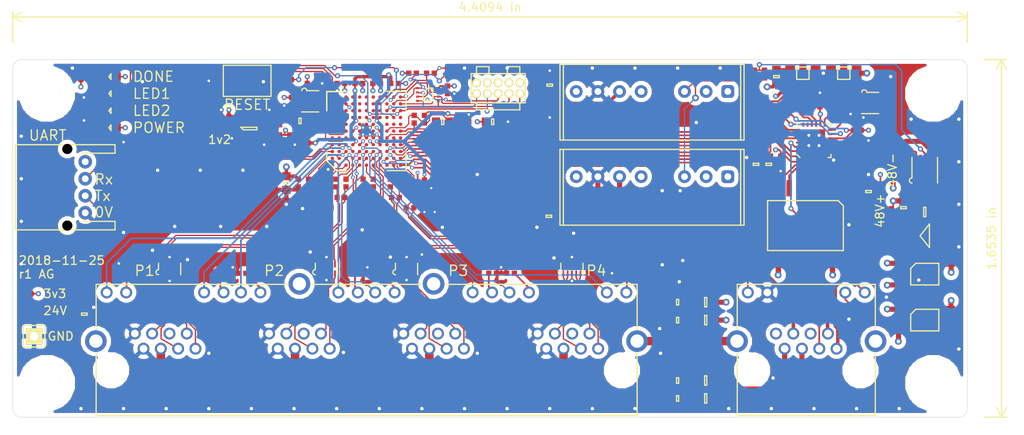
<source format=kicad_pcb>
(kicad_pcb (version 20171130) (host pcbnew 6.0.0-rc1-unknown-106eaaa~84~ubuntu18.04.1)
  (title_block (date 2018-11-24) (rev 1) (comment 1 "Drawn by: Adam Greig"))
  (layers (0 F.Cu signal) (1 In1.Cu power) (2 In2.Cu power) (31 B.Cu signal) (34 B.Paste user) (35 F.Paste user) (36 B.SilkS user) (37 F.SilkS user) (38 B.Mask user) (39 F.Mask user) (44 Edge.Cuts user))
  (net 0 "")
  (net 1 GND)
  (net 2 3v3)
  (net 3 1v2)
  (net 4 "Net-(C218-Pad2)")
  (net 5 "Net-(C218-Pad1)")
  (net 6 "Net-(C221-Pad2)")
  (net 7 "Net-(C221-Pad1)")
  (net 8 "Net-(C301-Pad1)")
  (net 9 "Net-(C305-Pad1)")
  (net 10 "Net-(C307-Pad1)")
  (net 11 "Net-(C308-Pad1)")
  (net 12 "Net-(C309-Pad2)")
  (net 13 /Ethernet/VB1)
  (net 14 "Net-(C310-Pad2)")
  (net 15 /Ethernet/VB2)
  (net 16 "Net-(C311-Pad2)")
  (net 17 /Ethernet/VA1)
  (net 18 "Net-(C312-Pad2)")
  (net 19 /Ethernet/VA2)
  (net 20 "Net-(C313-Pad2)")
  (net 21 "Net-(C313-Pad1)")
  (net 22 24v)
  (net 23 /iCE40/ULED1)
  (net 24 "Net-(D201-Pad1)")
  (net 25 /iCE40/ULED2)
  (net 26 "Net-(D202-Pad1)")
  (net 27 "Net-(D203-Pad1)")
  (net 28 /iCE40/FLASH_IO3)
  (net 29 /iCE40/FLASH_SCK)
  (net 30 /iCE40/FLASH_SDI)
  (net 31 /iCE40/FLASH_IO2)
  (net 32 /iCE40/FLASH_SDO)
  (net 33 /iCE40/FLASH_SS)
  (net 34 "Net-(IC202-PadG11)")
  (net 35 "Net-(IC202-PadF11)")
  (net 36 /iCE40/UART_RX)
  (net 37 /iCE40/UART_TX)
  (net 38 "Net-(IC202-PadC11)")
  (net 39 "Net-(IC202-PadB11)")
  (net 40 "Net-(IC202-PadJ10)")
  (net 41 "Net-(IC202-PadH10)")
  (net 42 "Net-(IC202-PadG10)")
  (net 43 "Net-(IC202-PadF10)")
  (net 44 "Net-(IC202-PadE10)")
  (net 45 "Net-(IC202-PadD10)")
  (net 46 "Net-(IC202-PadB10)")
  (net 47 /iCE40/CRESET_B)
  (net 48 "Net-(IC202-PadH9)")
  (net 49 "Net-(IC202-PadG9)")
  (net 50 "Net-(IC202-PadF9)")
  (net 51 "Net-(IC202-PadE9)")
  (net 52 "Net-(IC202-PadD9)")
  (net 53 "Net-(IC202-PadC9)")
  (net 54 "Net-(IC202-PadB9)")
  (net 55 "Net-(IC202-PadA9)")
  (net 56 "Net-(IC202-PadL8)")
  (net 57 /iCE40/CDONE)
  (net 58 "Net-(IC202-PadJ8)")
  (net 59 "Net-(IC202-PadG8)")
  (net 60 "Net-(IC202-PadE8)")
  (net 61 "Net-(IC202-PadC8)")
  (net 62 "Net-(IC202-PadB8)")
  (net 63 "Net-(IC202-PadA8)")
  (net 64 "Net-(IC202-PadL7)")
  (net 65 "Net-(IC202-PadK7)")
  (net 66 "Net-(IC202-PadJ7)")
  (net 67 "Net-(IC202-PadH7)")
  (net 68 "Net-(IC202-PadD7)")
  (net 69 "Net-(IC202-PadC7)")
  (net 70 "Net-(IC202-PadB7)")
  (net 71 "Net-(IC202-PadA7)")
  (net 72 "Net-(IC202-PadK6)")
  (net 73 "Net-(IC202-PadA6)")
  (net 74 "Net-(IC202-PadL5)")
  (net 75 "Net-(IC202-PadD5)")
  (net 76 "Net-(IC202-PadB5)")
  (net 77 "Net-(IC202-PadA5)")
  (net 78 "Net-(IC202-PadJ4)")
  (net 79 "/TGBe Ports/P3_LED1")
  (net 80 "/TGBe Ports/P1_LED1")
  (net 81 "Net-(IC202-PadB4)")
  (net 82 "/TGBe Ports/P3_LED2")
  (net 83 "/TGBe Ports/TD2-")
  (net 84 "/TGBe Ports/P2_LED2")
  (net 85 "/TGBe Ports/P1_LED2")
  (net 86 "Net-(IC202-PadB3)")
  (net 87 "/TGBe Ports/P4_LED1")
  (net 88 "/TGBe Ports/P4_LED2")
  (net 89 "/TGBe Ports/RD4-")
  (net 90 "/TGBe Ports/TD3-")
  (net 91 "/TGBe Ports/RD3-")
  (net 92 "/TGBe Ports/TD2+")
  (net 93 "/TGBe Ports/P2_LED1")
  (net 94 "/TGBe Ports/TD1+")
  (net 95 "/TGBe Ports/RD1-")
  (net 96 "Net-(IC202-PadA2)")
  (net 97 "/TGBe Ports/TD4-")
  (net 98 "/TGBe Ports/TD4+")
  (net 99 "/TGBe Ports/RD4+")
  (net 100 "/TGBe Ports/TD3+")
  (net 101 "/TGBe Ports/RD3+")
  (net 102 "/TGBe Ports/RD2+")
  (net 103 "/TGBe Ports/RD2-")
  (net 104 "/TGBe Ports/TD1-")
  (net 105 "/TGBe Ports/RD1+")
  (net 106 "Net-(IC202-PadA1)")
  (net 107 /iCE40/PHY_~RST)
  (net 108 /iCE40/ETH_LED)
  (net 109 "Net-(IC301-Pad21)")
  (net 110 "Net-(IC301-Pad20)")
  (net 111 "Net-(IC301-Pad19)")
  (net 112 "Net-(IC301-Pad18)")
  (net 113 "Net-(IC301-Pad17)")
  (net 114 "Net-(IC301-Pad16)")
  (net 115 "Net-(IC301-Pad15)")
  (net 116 "Net-(IC301-Pad13)")
  (net 117 "Net-(IC301-Pad12)")
  (net 118 /Ethernet/MDC)
  (net 119 /Ethernet/MDIO)
  (net 120 "Net-(IC301-Pad9)")
  (net 121 "Net-(IC301-Pad7)")
  (net 122 /Ethernet/TD+)
  (net 123 /Ethernet/TD-)
  (net 124 /Ethernet/RD+)
  (net 125 /Ethernet/RD-)
  (net 126 CHASSIS)
  (net 127 "Net-(IC303-Pad10)")
  (net 128 "Net-(IC303-Pad9)")
  (net 129 /Power/48VPG)
  (net 130 /Ethernet/0VDC)
  (net 131 "Net-(IC303-Pad4)")
  (net 132 "Net-(IC303-Pad3)")
  (net 133 "Net-(IC303-Pad2)")
  (net 134 "/TGBe Ports/TX1-")
  (net 135 "/TGBe Ports/RX1-")
  (net 136 "/TGBe Ports/TX1+")
  (net 137 "/TGBe Ports/RX1+")
  (net 138 "/TGBe Ports/TX2-")
  (net 139 "/TGBe Ports/RX2-")
  (net 140 "/TGBe Ports/TX2+")
  (net 141 "/TGBe Ports/RX2+")
  (net 142 "/TGBe Ports/TX3-")
  (net 143 "/TGBe Ports/RX3-")
  (net 144 "/TGBe Ports/TX3+")
  (net 145 "/TGBe Ports/RX3+")
  (net 146 "/TGBe Ports/TX4-")
  (net 147 "/TGBe Ports/RX4-")
  (net 148 "/TGBe Ports/TX4+")
  (net 149 "/TGBe Ports/RX4+")
  (net 150 "Net-(IC501-Pad8)")
  (net 151 "Net-(IC501-Pad5)")
  (net 152 "Net-(IC501-Pad3)")
  (net 153 /Ethernet/48VDC)
  (net 154 "Net-(IC503-Pad8)")
  (net 155 "Net-(IC503-Pad5)")
  (net 156 "Net-(IC503-Pad3)")
  (net 157 "Net-(J201-Pad7)")
  (net 158 /Ethernet/RXD1)
  (net 159 /Ethernet/RXD0)
  (net 160 /Ethernet/CRS_DV)
  (net 161 /Ethernet/REF_CLK)
  (net 162 /Ethernet/TXEN)
  (net 163 /Ethernet/TXD0)
  (net 164 /Ethernet/TXD1)
  (net 165 "Net-(T301-Pad13)")
  (net 166 "Net-(T301-Pad12)")
  (net 167 "Net-(T301-Pad5)")
  (net 168 "Net-(T301-Pad4)")
  (net 169 "Net-(J202-Pad1)")
  (net 170 "Net-(J302-Pad6)")
  (net 171 "Net-(J302-Pad2)")
  (net 172 "Net-(J302-Pad3)")
  (net 173 "Net-(J302-Pad1)")
  (net 174 "Net-(J302-Pad10)")
  (net 175 "Net-(D204-Pad1)")
  (net 176 "Net-(D205-Pad1)")
  (net 177 "Net-(J302-Pad12)")
  (net 178 /Ethernet/LINK_LED)
  (net 179 "Net-(IC202-PadE11)")
  (net 180 "Net-(IC202-PadD11)")
  (net 181 /iCE40/CLK)
  (net 182 "/TGBe Ports/ETD1-")
  (net 183 "/TGBe Ports/ETD1+")
  (net 184 "/TGBe Ports/ETD2-")
  (net 185 "/TGBe Ports/ETD2+")
  (net 186 "/TGBe Ports/ETD3-")
  (net 187 "/TGBe Ports/ETD3+")
  (net 188 "/TGBe Ports/ETD4-")
  (net 189 "/TGBe Ports/ETD4+")
  (net 190 "Net-(J401-Pad4P11)")
  (net 191 "Net-(J401-Pad3P11)")
  (net 192 "Net-(J401-Pad2P11)")
  (net 193 "Net-(J401-Pad4P9)")
  (net 194 "Net-(J401-Pad3P9)")
  (net 195 "Net-(J401-Pad2P9)")
  (net 196 "Net-(J401-Pad1P9)")
  (net 197 "Net-(J401-Pad1P11)")
  (net 198 "Net-(D501-Pad1)")
  (net 199 "Net-(J401-PadS3)")
  (net 200 "Net-(J401-PadS2)")
  (net 201 "Net-(J401-PadS1)")
  (net 202 "Net-(J302-PadS2)")
  (net 203 "Net-(IC301-Pad8)")
  (net 204 "Net-(IC202-PadH11)")
  (module agg:0603 (layer F.Cu) (at 136.3 125.3)
    (fp_text reference C224)
    (fp_text value 10µ)
    (pad 2 smd rect (at 0.8 0) (size 0.95 1) (layers F.Cu F.Paste F.Mask) (net 1 GND))
    (pad 1 smd rect (at -0.8 0) (size 0.95 1) (layers F.Cu F.Paste F.Mask) (net 2 3v3))
  )
  (module agg:0603 (layer F.Cu) (at 112.1 132.5 270)
    (fp_text reference C223)
    (fp_text value 10µ)
    (pad 2 smd rect (at 0.8 0 270) (size 0.95 1) (layers F.Cu F.Paste F.Mask) (net 1 GND))
    (pad 1 smd rect (at -0.8 0 270) (size 0.95 1) (layers F.Cu F.Paste F.Mask) (net 2 3v3))
  )
  (module agg:0402 (layer F.Cu) (at 175.9 123.1 90)
    (fp_text reference R302)
    (fp_text value 33)
    (pad 2 smd rect (at 0.45 0 90) (size 0.62 0.62) (layers F.Cu F.Paste F.Mask) (net 159 /Ethernet/RXD0))
    (pad 1 smd rect (at -0.45 0 90) (size 0.62 0.62) (layers F.Cu F.Paste F.Mask) (net 116 "Net-(IC301-Pad13)"))
  )
  (module agg:0402 (layer F.Cu) (at 92.9 143.1 180)
    (fp_text reference R403)
    (fp_text value 1k)
    (pad 2 smd rect (at 0.45 0 180) (size 0.62 0.62) (layers F.Cu F.Paste F.Mask) (net 1 GND))
    (pad 1 smd rect (at -0.45 0 180) (size 0.62 0.62) (layers F.Cu F.Paste F.Mask) (net 197 "Net-(J401-Pad1P11)"))
  )
  (module agg:TO-269AA (layer F.Cu) (at 187 148.6)
    (fp_text reference D303)
    (fp_text value MB2S)
    (pad 4 smd rect (at 2.85 -1.27) (size 1.4 0.8) (layers F.Cu F.Paste F.Mask) (net 20 "Net-(C313-Pad2)"))
    (pad 3 smd rect (at 2.85 1.27) (size 1.4 0.8) (layers F.Cu F.Paste F.Mask) (net 21 "Net-(C313-Pad1)"))
    (pad 2 smd rect (at -2.85 1.27) (size 1.4 0.8) (layers F.Cu F.Paste F.Mask) (net 13 /Ethernet/VB1))
    (pad 1 smd rect (at -2.85 -1.27) (size 1.4 0.8) (layers F.Cu F.Paste F.Mask) (net 15 /Ethernet/VB2))
  )
  (module agg:TO-269AA (layer F.Cu) (at 187 143.2)
    (fp_text reference D302)
    (fp_text value MB2S)
    (pad 4 smd rect (at 2.85 -1.27) (size 1.4 0.8) (layers F.Cu F.Paste F.Mask) (net 20 "Net-(C313-Pad2)"))
    (pad 3 smd rect (at 2.85 1.27) (size 1.4 0.8) (layers F.Cu F.Paste F.Mask) (net 21 "Net-(C313-Pad1)"))
    (pad 2 smd rect (at -2.85 1.27) (size 1.4 0.8) (layers F.Cu F.Paste F.Mask) (net 17 /Ethernet/VA1))
    (pad 1 smd rect (at -2.85 -1.27) (size 1.4 0.8) (layers F.Cu F.Paste F.Mask) (net 19 /Ethernet/VA2))
  )
  (module agg:0402 (layer F.Cu) (at 131 121.55 270)
    (fp_text reference C201)
    (fp_text value 100n)
    (pad 2 smd rect (at 0.45 0 270) (size 0.62 0.62) (layers F.Cu F.Paste F.Mask) (net 1 GND))
    (pad 1 smd rect (at -0.45 0 270) (size 0.62 0.62) (layers F.Cu F.Paste F.Mask) (net 2 3v3))
  )
  (module agg:Lattice-BG121 (layer F.Cu) (at 121.5 126.4 90)
    (fp_text reference IC202)
    (fp_text value iCE40HX8K-BG121)
    (pad L11 smd circle (at 4 4 90) (size 0.4 0.4) (layers F.Cu F.Paste F.Mask) (net 2 3v3))
    (pad K11 smd circle (at 4 3.2 90) (size 0.4 0.4) (layers F.Cu F.Paste F.Mask) (net 31 /iCE40/FLASH_IO2))
    (pad J11 smd circle (at 4 2.4 90) (size 0.4 0.4) (layers F.Cu F.Paste F.Mask) (net 28 /iCE40/FLASH_IO3))
    (pad H11 smd circle (at 4 1.6 90) (size 0.4 0.4) (layers F.Cu F.Paste F.Mask) (net 204 "Net-(IC202-PadH11)"))
    (pad G11 smd circle (at 4 0.8 90) (size 0.4 0.4) (layers F.Cu F.Paste F.Mask) (net 34 "Net-(IC202-PadG11)"))
    (pad F11 smd circle (at 4 0 90) (size 0.4 0.4) (layers F.Cu F.Paste F.Mask) (net 35 "Net-(IC202-PadF11)"))
    (pad E11 smd circle (at 4 -0.8 90) (size 0.4 0.4) (layers F.Cu F.Paste F.Mask) (net 179 "Net-(IC202-PadE11)"))
    (pad D11 smd circle (at 4 -1.6 90) (size 0.4 0.4) (layers F.Cu F.Paste F.Mask) (net 180 "Net-(IC202-PadD11)"))
    (pad C11 smd circle (at 4 -2.4 90) (size 0.4 0.4) (layers F.Cu F.Paste F.Mask) (net 38 "Net-(IC202-PadC11)"))
    (pad B11 smd circle (at 4 -3.2 90) (size 0.4 0.4) (layers F.Cu F.Paste F.Mask) (net 39 "Net-(IC202-PadB11)"))
    (pad A11 smd circle (at 4 -4 90) (size 0.4 0.4) (layers F.Cu F.Paste F.Mask) (net 23 /iCE40/ULED1))
    (pad L10 smd circle (at 3.2 4 90) (size 0.4 0.4) (layers F.Cu F.Paste F.Mask) (net 29 /iCE40/FLASH_SCK))
    (pad K10 smd circle (at 3.2 3.2 90) (size 0.4 0.4) (layers F.Cu F.Paste F.Mask) (net 33 /iCE40/FLASH_SS))
    (pad J10 smd circle (at 3.2 2.4 90) (size 0.4 0.4) (layers F.Cu F.Paste F.Mask) (net 40 "Net-(IC202-PadJ10)"))
    (pad H10 smd circle (at 3.2 1.6 90) (size 0.4 0.4) (layers F.Cu F.Paste F.Mask) (net 41 "Net-(IC202-PadH10)"))
    (pad G10 smd circle (at 3.2 0.8 90) (size 0.4 0.4) (layers F.Cu F.Paste F.Mask) (net 42 "Net-(IC202-PadG10)"))
    (pad F10 smd circle (at 3.2 0 90) (size 0.4 0.4) (layers F.Cu F.Paste F.Mask) (net 43 "Net-(IC202-PadF10)"))
    (pad E10 smd circle (at 3.2 -0.8 90) (size 0.4 0.4) (layers F.Cu F.Paste F.Mask) (net 44 "Net-(IC202-PadE10)"))
    (pad D10 smd circle (at 3.2 -1.6 90) (size 0.4 0.4) (layers F.Cu F.Paste F.Mask) (net 45 "Net-(IC202-PadD10)"))
    (pad C10 smd circle (at 3.2 -2.4 90) (size 0.4 0.4) (layers F.Cu F.Paste F.Mask) (net 2 3v3))
    (pad B10 smd circle (at 3.2 -3.2 90) (size 0.4 0.4) (layers F.Cu F.Paste F.Mask) (net 46 "Net-(IC202-PadB10)"))
    (pad A10 smd circle (at 3.2 -4 90) (size 0.4 0.4) (layers F.Cu F.Paste F.Mask) (net 25 /iCE40/ULED2))
    (pad L9 smd circle (at 2.4 4 90) (size 0.4 0.4) (layers F.Cu F.Paste F.Mask) (net 47 /iCE40/CRESET_B))
    (pad K9 smd circle (at 2.4 3.2 90) (size 0.4 0.4) (layers F.Cu F.Paste F.Mask) (net 30 /iCE40/FLASH_SDI))
    (pad J9 smd circle (at 2.4 2.4 90) (size 0.4 0.4) (layers F.Cu F.Paste F.Mask) (net 32 /iCE40/FLASH_SDO))
    (pad H9 smd circle (at 2.4 1.6 90) (size 0.4 0.4) (layers F.Cu F.Paste F.Mask) (net 48 "Net-(IC202-PadH9)"))
    (pad G9 smd circle (at 2.4 0.8 90) (size 0.4 0.4) (layers F.Cu F.Paste F.Mask) (net 49 "Net-(IC202-PadG9)"))
    (pad F9 smd circle (at 2.4 0 90) (size 0.4 0.4) (layers F.Cu F.Paste F.Mask) (net 50 "Net-(IC202-PadF9)"))
    (pad E9 smd circle (at 2.4 -0.8 90) (size 0.4 0.4) (layers F.Cu F.Paste F.Mask) (net 51 "Net-(IC202-PadE9)"))
    (pad D9 smd circle (at 2.4 -1.6 90) (size 0.4 0.4) (layers F.Cu F.Paste F.Mask) (net 52 "Net-(IC202-PadD9)"))
    (pad C9 smd circle (at 2.4 -2.4 90) (size 0.4 0.4) (layers F.Cu F.Paste F.Mask) (net 53 "Net-(IC202-PadC9)"))
    (pad B9 smd circle (at 2.4 -3.2 90) (size 0.4 0.4) (layers F.Cu F.Paste F.Mask) (net 54 "Net-(IC202-PadB9)"))
    (pad A9 smd circle (at 2.4 -4 90) (size 0.4 0.4) (layers F.Cu F.Paste F.Mask) (net 55 "Net-(IC202-PadA9)"))
    (pad L8 smd circle (at 1.6 4 90) (size 0.4 0.4) (layers F.Cu F.Paste F.Mask) (net 56 "Net-(IC202-PadL8)"))
    (pad K8 smd circle (at 1.6 3.2 90) (size 0.4 0.4) (layers F.Cu F.Paste F.Mask) (net 57 /iCE40/CDONE))
    (pad J8 smd circle (at 1.6 2.4 90) (size 0.4 0.4) (layers F.Cu F.Paste F.Mask) (net 58 "Net-(IC202-PadJ8)"))
    (pad H8 smd circle (at 1.6 1.6 90) (size 0.4 0.4) (layers F.Cu F.Paste F.Mask) (net 3 1v2))
    (pad G8 smd circle (at 1.6 0.8 90) (size 0.4 0.4) (layers F.Cu F.Paste F.Mask) (net 59 "Net-(IC202-PadG8)"))
    (pad F8 smd circle (at 1.6 0 90) (size 0.4 0.4) (layers F.Cu F.Paste F.Mask) (net 2 3v3))
    (pad E8 smd circle (at 1.6 -0.8 90) (size 0.4 0.4) (layers F.Cu F.Paste F.Mask) (net 60 "Net-(IC202-PadE8)"))
    (pad D8 smd circle (at 1.6 -1.6 90) (size 0.4 0.4) (layers F.Cu F.Paste F.Mask) (net 3 1v2))
    (pad C8 smd circle (at 1.6 -2.4 90) (size 0.4 0.4) (layers F.Cu F.Paste F.Mask) (net 61 "Net-(IC202-PadC8)"))
    (pad B8 smd circle (at 1.6 -3.2 90) (size 0.4 0.4) (layers F.Cu F.Paste F.Mask) (net 62 "Net-(IC202-PadB8)"))
    (pad A8 smd circle (at 1.6 -4 90) (size 0.4 0.4) (layers F.Cu F.Paste F.Mask) (net 63 "Net-(IC202-PadA8)"))
    (pad L7 smd circle (at 0.8 4 90) (size 0.4 0.4) (layers F.Cu F.Paste F.Mask) (net 64 "Net-(IC202-PadL7)"))
    (pad K7 smd circle (at 0.8 3.2 90) (size 0.4 0.4) (layers F.Cu F.Paste F.Mask) (net 65 "Net-(IC202-PadK7)"))
    (pad J7 smd circle (at 0.8 2.4 90) (size 0.4 0.4) (layers F.Cu F.Paste F.Mask) (net 66 "Net-(IC202-PadJ7)"))
    (pad H7 smd circle (at 0.8 1.6 90) (size 0.4 0.4) (layers F.Cu F.Paste F.Mask) (net 67 "Net-(IC202-PadH7)"))
    (pad G7 smd circle (at 0.8 0.8 90) (size 0.4 0.4) (layers F.Cu F.Paste F.Mask) (net 1 GND))
    (pad F7 smd circle (at 0.8 0 90) (size 0.4 0.4) (layers F.Cu F.Paste F.Mask) (net 1 GND))
    (pad E7 smd circle (at 0.8 -0.8 90) (size 0.4 0.4) (layers F.Cu F.Paste F.Mask) (net 1 GND))
    (pad D7 smd circle (at 0.8 -1.6 90) (size 0.4 0.4) (layers F.Cu F.Paste F.Mask) (net 68 "Net-(IC202-PadD7)"))
    (pad C7 smd circle (at 0.8 -2.4 90) (size 0.4 0.4) (layers F.Cu F.Paste F.Mask) (net 69 "Net-(IC202-PadC7)"))
    (pad B7 smd circle (at 0.8 -3.2 90) (size 0.4 0.4) (layers F.Cu F.Paste F.Mask) (net 70 "Net-(IC202-PadB7)"))
    (pad A7 smd circle (at 0.8 -4 90) (size 0.4 0.4) (layers F.Cu F.Paste F.Mask) (net 71 "Net-(IC202-PadA7)"))
    (pad L6 smd circle (at 0 4 90) (size 0.4 0.4) (layers F.Cu F.Paste F.Mask) (net 4 "Net-(C218-Pad2)"))
    (pad K6 smd circle (at 0 3.2 90) (size 0.4 0.4) (layers F.Cu F.Paste F.Mask) (net 72 "Net-(IC202-PadK6)"))
    (pad J6 smd circle (at 0 2.4 90) (size 0.4 0.4) (layers F.Cu F.Paste F.Mask) (net 5 "Net-(C218-Pad1)"))
    (pad H6 smd circle (at 0 1.6 90) (size 0.4 0.4) (layers F.Cu F.Paste F.Mask) (net 2 3v3))
    (pad G6 smd circle (at 0 0.8 90) (size 0.4 0.4) (layers F.Cu F.Paste F.Mask) (net 1 GND))
    (pad F6 smd circle (at 0 0 90) (size 0.4 0.4) (layers F.Cu F.Paste F.Mask) (net 1 GND))
    (pad E6 smd circle (at 0 -0.8 90) (size 0.4 0.4) (layers F.Cu F.Paste F.Mask) (net 1 GND))
    (pad D6 smd circle (at 0 -1.6 90) (size 0.4 0.4) (layers F.Cu F.Paste F.Mask) (net 2 3v3))
    (pad C6 smd circle (at 0 -2.4 90) (size 0.4 0.4) (layers F.Cu F.Paste F.Mask) (net 7 "Net-(C221-Pad1)"))
    (pad B6 smd circle (at 0 -3.2 90) (size 0.4 0.4) (layers F.Cu F.Paste F.Mask) (net 181 /iCE40/CLK))
    (pad A6 smd circle (at 0 -4 90) (size 0.4 0.4) (layers F.Cu F.Paste F.Mask) (net 73 "Net-(IC202-PadA6)"))
    (pad L5 smd circle (at -0.8 4 90) (size 0.4 0.4) (layers F.Cu F.Paste F.Mask) (net 74 "Net-(IC202-PadL5)"))
    (pad K5 smd circle (at -0.8 3.2 90) (size 0.4 0.4) (layers F.Cu F.Paste F.Mask) (net 159 /Ethernet/RXD0))
    (pad J5 smd circle (at -0.8 2.4 90) (size 0.4 0.4) (layers F.Cu F.Paste F.Mask) (net 158 /Ethernet/RXD1))
    (pad H5 smd circle (at -0.8 1.6 90) (size 0.4 0.4) (layers F.Cu F.Paste F.Mask) (net 1 GND))
    (pad G5 smd circle (at -0.8 0.8 90) (size 0.4 0.4) (layers F.Cu F.Paste F.Mask) (net 1 GND))
    (pad F5 smd circle (at -0.8 0 90) (size 0.4 0.4) (layers F.Cu F.Paste F.Mask) (net 1 GND))
    (pad E5 smd circle (at -0.8 -0.8 90) (size 0.4 0.4) (layers F.Cu F.Paste F.Mask) (net 1 GND))
    (pad D5 smd circle (at -0.8 -1.6 90) (size 0.4 0.4) (layers F.Cu F.Paste F.Mask) (net 75 "Net-(IC202-PadD5)"))
    (pad C5 smd circle (at -0.8 -2.4 90) (size 0.4 0.4) (layers F.Cu F.Paste F.Mask) (net 6 "Net-(C221-Pad2)"))
    (pad B5 smd circle (at -0.8 -3.2 90) (size 0.4 0.4) (layers F.Cu F.Paste F.Mask) (net 76 "Net-(IC202-PadB5)"))
    (pad A5 smd circle (at -0.8 -4 90) (size 0.4 0.4) (layers F.Cu F.Paste F.Mask) (net 77 "Net-(IC202-PadA5)"))
    (pad L4 smd circle (at -1.6 4 90) (size 0.4 0.4) (layers F.Cu F.Paste F.Mask) (net 160 /Ethernet/CRS_DV))
    (pad K4 smd circle (at -1.6 3.2 90) (size 0.4 0.4) (layers F.Cu F.Paste F.Mask) (net 161 /Ethernet/REF_CLK))
    (pad J4 smd circle (at -1.6 2.4 90) (size 0.4 0.4) (layers F.Cu F.Paste F.Mask) (net 78 "Net-(IC202-PadJ4)"))
    (pad H4 smd circle (at -1.6 1.6 90) (size 0.4 0.4) (layers F.Cu F.Paste F.Mask) (net 3 1v2))
    (pad G4 smd circle (at -1.6 0.8 90) (size 0.4 0.4) (layers F.Cu F.Paste F.Mask) (net 2 3v3))
    (pad F4 smd circle (at -1.6 0 90) (size 0.4 0.4) (layers F.Cu F.Paste F.Mask) (net 87 "/TGBe Ports/P4_LED1"))
    (pad E4 smd circle (at -1.6 -0.8 90) (size 0.4 0.4) (layers F.Cu F.Paste F.Mask) (net 2 3v3))
    (pad D4 smd circle (at -1.6 -1.6 90) (size 0.4 0.4) (layers F.Cu F.Paste F.Mask) (net 3 1v2))
    (pad C4 smd circle (at -1.6 -2.4 90) (size 0.4 0.4) (layers F.Cu F.Paste F.Mask) (net 80 "/TGBe Ports/P1_LED1"))
    (pad B4 smd circle (at -1.6 -3.2 90) (size 0.4 0.4) (layers F.Cu F.Paste F.Mask) (net 81 "Net-(IC202-PadB4)"))
    (pad A4 smd circle (at -1.6 -4 90) (size 0.4 0.4) (layers F.Cu F.Paste F.Mask) (net 36 /iCE40/UART_RX))
    (pad L3 smd circle (at -2.4 4 90) (size 0.4 0.4) (layers F.Cu F.Paste F.Mask) (net 119 /Ethernet/MDIO))
    (pad K3 smd circle (at -2.4 3.2 90) (size 0.4 0.4) (layers F.Cu F.Paste F.Mask) (net 118 /Ethernet/MDC))
    (pad J3 smd circle (at -2.4 2.4 90) (size 0.4 0.4) (layers F.Cu F.Paste F.Mask) (net 163 /Ethernet/TXD0))
    (pad H3 smd circle (at -2.4 1.6 90) (size 0.4 0.4) (layers F.Cu F.Paste F.Mask) (net 88 "/TGBe Ports/P4_LED2"))
    (pad G3 smd circle (at -2.4 0.8 90) (size 0.4 0.4) (layers F.Cu F.Paste F.Mask) (net 79 "/TGBe Ports/P3_LED1"))
    (pad F3 smd circle (at -2.4 0 90) (size 0.4 0.4) (layers F.Cu F.Paste F.Mask) (net 82 "/TGBe Ports/P3_LED2"))
    (pad E3 smd circle (at -2.4 -0.8 90) (size 0.4 0.4) (layers F.Cu F.Paste F.Mask) (net 103 "/TGBe Ports/RD2-"))
    (pad D3 smd circle (at -2.4 -1.6 90) (size 0.4 0.4) (layers F.Cu F.Paste F.Mask) (net 85 "/TGBe Ports/P1_LED2"))
    (pad C3 smd circle (at -2.4 -2.4 90) (size 0.4 0.4) (layers F.Cu F.Paste F.Mask) (net 84 "/TGBe Ports/P2_LED2"))
    (pad B3 smd circle (at -2.4 -3.2 90) (size 0.4 0.4) (layers F.Cu F.Paste F.Mask) (net 86 "Net-(IC202-PadB3)"))
    (pad A3 smd circle (at -2.4 -4 90) (size 0.4 0.4) (layers F.Cu F.Paste F.Mask) (net 37 /iCE40/UART_TX))
    (pad L2 smd circle (at -3.2 4 90) (size 0.4 0.4) (layers F.Cu F.Paste F.Mask) (net 162 /Ethernet/TXEN))
    (pad K2 smd circle (at -3.2 3.2 90) (size 0.4 0.4) (layers F.Cu F.Paste F.Mask) (net 107 /iCE40/PHY_~RST))
    (pad J2 smd circle (at -3.2 2.4 90) (size 0.4 0.4) (layers F.Cu F.Paste F.Mask) (net 108 /iCE40/ETH_LED))
    (pad H2 smd circle (at -3.2 1.6 90) (size 0.4 0.4) (layers F.Cu F.Paste F.Mask) (net 97 "/TGBe Ports/TD4-"))
    (pad G2 smd circle (at -3.2 0.8 90) (size 0.4 0.4) (layers F.Cu F.Paste F.Mask) (net 91 "/TGBe Ports/RD3-"))
    (pad F2 smd circle (at -3.2 0 90) (size 0.4 0.4) (layers F.Cu F.Paste F.Mask) (net 90 "/TGBe Ports/TD3-"))
    (pad E2 smd circle (at -3.2 -0.8 90) (size 0.4 0.4) (layers F.Cu F.Paste F.Mask) (net 102 "/TGBe Ports/RD2+"))
    (pad D2 smd circle (at -3.2 -1.6 90) (size 0.4 0.4) (layers F.Cu F.Paste F.Mask) (net 93 "/TGBe Ports/P2_LED1"))
    (pad C2 smd circle (at -3.2 -2.4 90) (size 0.4 0.4) (layers F.Cu F.Paste F.Mask) (net 105 "/TGBe Ports/RD1+"))
    (pad B2 smd circle (at -3.2 -3.2 90) (size 0.4 0.4) (layers F.Cu F.Paste F.Mask) (net 104 "/TGBe Ports/TD1-"))
    (pad A2 smd circle (at -3.2 -4 90) (size 0.4 0.4) (layers F.Cu F.Paste F.Mask) (net 96 "Net-(IC202-PadA2)"))
    (pad L1 smd circle (at -4 4 90) (size 0.4 0.4) (layers F.Cu F.Paste F.Mask) (net 164 /Ethernet/TXD1))
    (pad K1 smd circle (at -4 3.2 90) (size 0.4 0.4) (layers F.Cu F.Paste F.Mask) (net 89 "/TGBe Ports/RD4-"))
    (pad J1 smd circle (at -4 2.4 90) (size 0.4 0.4) (layers F.Cu F.Paste F.Mask) (net 99 "/TGBe Ports/RD4+"))
    (pad H1 smd circle (at -4 1.6 90) (size 0.4 0.4) (layers F.Cu F.Paste F.Mask) (net 98 "/TGBe Ports/TD4+"))
    (pad G1 smd circle (at -4 0.8 90) (size 0.4 0.4) (layers F.Cu F.Paste F.Mask) (net 101 "/TGBe Ports/RD3+"))
    (pad F1 smd circle (at -4 0 90) (size 0.4 0.4) (layers F.Cu F.Paste F.Mask) (net 100 "/TGBe Ports/TD3+"))
    (pad E1 smd circle (at -4 -0.8 90) (size 0.4 0.4) (layers F.Cu F.Paste F.Mask) (net 92 "/TGBe Ports/TD2+"))
    (pad D1 smd circle (at -4 -1.6 90) (size 0.4 0.4) (layers F.Cu F.Paste F.Mask) (net 83 "/TGBe Ports/TD2-"))
    (pad C1 smd circle (at -4 -2.4 90) (size 0.4 0.4) (layers F.Cu F.Paste F.Mask) (net 95 "/TGBe Ports/RD1-"))
    (pad B1 smd circle (at -4 -3.2 90) (size 0.4 0.4) (layers F.Cu F.Paste F.Mask) (net 94 "/TGBe Ports/TD1+"))
    (pad A1 smd circle (at -4 -4 90) (size 0.4 0.4) (layers F.Cu F.Paste F.Mask) (net 106 "Net-(IC202-PadA1)"))
  )
  (module agg:RJHSE-538X (layer F.Cu) (at 173.1 154.5)
    (fp_text reference J302)
    (fp_text value RJHSE-538x)
    (pad 8 thru_hole circle (at -3.556 -4.318) (size 1.4 1.4) (drill 0.9) (layers *.Cu *.Mask) (net 13 /Ethernet/VB1))
    (pad 6 thru_hole circle (at -1.524 -4.318) (size 1.4 1.4) (drill 0.9) (layers *.Cu *.Mask) (net 170 "Net-(J302-Pad6)"))
    (pad 4 thru_hole circle (at 0.508 -4.318) (size 1.4 1.4) (drill 0.9) (layers *.Cu *.Mask) (net 15 /Ethernet/VB2))
    (pad 2 thru_hole circle (at 2.54 -4.318) (size 1.4 1.4) (drill 0.9) (layers *.Cu *.Mask) (net 171 "Net-(J302-Pad2)"))
    (pad 7 thru_hole circle (at -2.54 -2.54) (size 1.4 1.4) (drill 0.9) (layers *.Cu *.Mask) (net 13 /Ethernet/VB1))
    (pad 5 thru_hole circle (at -0.508 -2.54) (size 1.4 1.4) (drill 0.9) (layers *.Cu *.Mask) (net 15 /Ethernet/VB2))
    (pad 3 thru_hole circle (at 1.524 -2.54) (size 1.4 1.4) (drill 0.9) (layers *.Cu *.Mask) (net 172 "Net-(J302-Pad3)"))
    (pad 1 thru_hole circle (at 3.556 -2.54) (size 1.4 1.4) (drill 0.9) (layers *.Cu *.Mask) (net 173 "Net-(J302-Pad1)"))
    (pad 12 thru_hole circle (at -6.858 -9.144) (size 1.4 1.4) (drill 0.9) (layers *.Cu *.Mask) (net 177 "Net-(J302-Pad12)"))
    (pad 9 thru_hole circle (at 6.858 -9.144) (size 1.4 1.4) (drill 0.9) (layers *.Cu *.Mask) (net 178 /Ethernet/LINK_LED))
    (pad 11 thru_hole circle (at -4.572 -9.144) (size 1.4 1.4) (drill 0.9) (layers *.Cu *.Mask) (net 1 GND))
    (pad 10 thru_hole circle (at 4.572 -9.144) (size 1.4 1.4) (drill 0.9) (layers *.Cu *.Mask) (net 174 "Net-(J302-Pad10)"))
    (pad "" np_thru_hole circle (at -6.35 0) (size 3.2512 3.2512) (drill 3.2512) (layers *.Cu *.Mask))
    (pad "" np_thru_hole circle (at 6.35 0) (size 3.2512 3.2512) (drill 3.2512) (layers *.Cu *.Mask))
    (pad S1 thru_hole circle (at -8.128 -3.429) (size 2.54 2.54) (drill 1.5748) (layers *.Cu *.Mask) (net 126 CHASSIS))
    (pad S2 thru_hole circle (at 8.128 -3.429) (size 2.54 2.54) (drill 1.5748) (layers *.Cu *.Mask) (net 202 "Net-(J302-PadS2)"))
  )
  (module agg:XTAL-25x20 (layer F.Cu) (at 180.6 123.1)
    (fp_text reference Y301)
    (fp_text value 25M)
    (pad 4 smd rect (at 0.8 -0.85) (size 1 0.8) (layers F.Cu F.Paste F.Mask) (net 2 3v3))
    (pad 3 smd rect (at 0.8 0.85) (size 1 0.8) (layers F.Cu F.Paste F.Mask) (net 203 "Net-(IC301-Pad8)"))
    (pad 2 smd rect (at -0.8 0.85) (size 1 0.8) (layers F.Cu F.Paste F.Mask) (net 1 GND))
    (pad 1 smd rect (at -0.8 -0.85) (size 1 0.8) (layers F.Cu F.Paste F.Mask) (net 2 3v3))
  )
  (module agg:XTAL-25x20 (layer F.Cu) (at 114.9 122.9)
    (fp_text reference Y201)
    (fp_text value 25M)
    (pad 4 smd rect (at 0.8 -0.85) (size 1 0.8) (layers F.Cu F.Paste F.Mask) (net 2 3v3))
    (pad 3 smd rect (at 0.8 0.85) (size 1 0.8) (layers F.Cu F.Paste F.Mask) (net 181 /iCE40/CLK))
    (pad 2 smd rect (at -0.8 0.85) (size 1 0.8) (layers F.Cu F.Paste F.Mask) (net 1 GND))
    (pad 1 smd rect (at -0.8 -0.85) (size 1 0.8) (layers F.Cu F.Paste F.Mask) (net 2 3v3))
  )
  (module agg:0402 (layer F.Cu) (at 178.3 123.1 270)
    (fp_text reference C314)
    (fp_text value 100n)
    (pad 2 smd rect (at 0.45 0 270) (size 0.62 0.62) (layers F.Cu F.Paste F.Mask) (net 1 GND))
    (pad 1 smd rect (at -0.45 0 270) (size 0.62 0.62) (layers F.Cu F.Paste F.Mask) (net 2 3v3))
  )
  (module agg:0402 (layer F.Cu) (at 89.2 126.2 90)
    (fp_text reference R503)
    (fp_text value 1k)
    (pad 2 smd rect (at 0.45 0 90) (size 0.62 0.62) (layers F.Cu F.Paste F.Mask) (net 1 GND))
    (pad 1 smd rect (at -0.45 0 90) (size 0.62 0.62) (layers F.Cu F.Paste F.Mask) (net 198 "Net-(D501-Pad1)"))
  )
  (module agg:0603-LED (layer F.Cu) (at 91.4 126)
    (fp_text reference D501)
    (fp_text value LED)
    (pad 2 smd rect (at 0.8 0) (size 0.95 1) (layers F.Cu F.Paste F.Mask) (net 2 3v3))
    (pad 1 smd rect (at -0.8 0) (size 0.95 1) (layers F.Cu F.Paste F.Mask) (net 198 "Net-(D501-Pad1)"))
  )
  (module agg:0603 (layer F.Cu) (at 88.4 147.9 90)
    (fp_text reference C505)
    (fp_text value 10µ)
    (pad 2 smd rect (at 0.8 0 90) (size 0.95 1) (layers F.Cu F.Paste F.Mask) (net 1 GND))
    (pad 1 smd rect (at -0.8 0 90) (size 0.95 1) (layers F.Cu F.Paste F.Mask) (net 22 24v))
  )
  (module agg:RJHSE-538X-04 (layer F.Cu) (at 121.5 154.5)
    (fp_text reference J401)
    (fp_text value RJHSE-538x-04)
    (pad S3 thru_hole circle (at 7.878 -10.16) (size 2.54 2.54) (drill 1.5748) (layers *.Cu *.Mask) (net 199 "Net-(J401-PadS3)"))
    (pad S2 thru_hole circle (at -7.872 -10.16) (size 2.54 2.54) (drill 1.5748) (layers *.Cu *.Mask) (net 200 "Net-(J401-PadS2)"))
    (pad "" np_thru_hole circle (at 29.968 0) (size 3.2512 3.2512) (drill 3.2512) (layers *.Cu *.Mask))
    (pad S4 thru_hole circle (at 31.75 -3.429) (size 2.54 2.54) (drill 1.5748) (layers *.Cu *.Mask) (net 126 CHASSIS))
    (pad 4P3 thru_hole circle (at 25.152 -2.54) (size 1.4 1.4) (drill 0.9) (layers *.Cu *.Mask) (net 148 "/TGBe Ports/TX4+"))
    (pad 3P3 thru_hole circle (at 9.402 -2.54) (size 1.4 1.4) (drill 0.9) (layers *.Cu *.Mask) (net 144 "/TGBe Ports/TX3+"))
    (pad 2P3 thru_hole circle (at -6.348 -2.54) (size 1.4 1.4) (drill 0.9) (layers *.Cu *.Mask) (net 140 "/TGBe Ports/TX2+"))
    (pad 4P12 thru_hole circle (at 16.77 -9.144) (size 1.4 1.4) (drill 0.9) (layers *.Cu *.Mask) (net 88 "/TGBe Ports/P4_LED2"))
    (pad 3P12 thru_hole circle (at 1.02 -9.144) (size 1.4 1.4) (drill 0.9) (layers *.Cu *.Mask) (net 82 "/TGBe Ports/P3_LED2"))
    (pad 2P12 thru_hole circle (at -14.73 -9.144) (size 1.4 1.4) (drill 0.9) (layers *.Cu *.Mask) (net 84 "/TGBe Ports/P2_LED2"))
    (pad 4P11 thru_hole circle (at 19.056 -9.144) (size 1.4 1.4) (drill 0.9) (layers *.Cu *.Mask) (net 190 "Net-(J401-Pad4P11)"))
    (pad 3P11 thru_hole circle (at 3.306 -9.144) (size 1.4 1.4) (drill 0.9) (layers *.Cu *.Mask) (net 191 "Net-(J401-Pad3P11)"))
    (pad 2P11 thru_hole circle (at -12.444 -9.144) (size 1.4 1.4) (drill 0.9) (layers *.Cu *.Mask) (net 192 "Net-(J401-Pad2P11)"))
    (pad 4P10 thru_hole circle (at 28.2 -9.144) (size 1.4 1.4) (drill 0.9) (layers *.Cu *.Mask) (net 87 "/TGBe Ports/P4_LED1"))
    (pad 3P10 thru_hole circle (at 12.45 -9.144) (size 1.4 1.4) (drill 0.9) (layers *.Cu *.Mask) (net 79 "/TGBe Ports/P3_LED1"))
    (pad 2P10 thru_hole circle (at -3.3 -9.144) (size 1.4 1.4) (drill 0.9) (layers *.Cu *.Mask) (net 93 "/TGBe Ports/P2_LED1"))
    (pad 4P7 thru_hole circle (at 21.088 -2.54) (size 1.4 1.4) (drill 0.9) (layers *.Cu *.Mask) (net 1 GND))
    (pad 3P7 thru_hole circle (at 5.338 -2.54) (size 1.4 1.4) (drill 0.9) (layers *.Cu *.Mask) (net 1 GND))
    (pad 2P7 thru_hole circle (at -10.412 -2.54) (size 1.4 1.4) (drill 0.9) (layers *.Cu *.Mask) (net 1 GND))
    (pad 4P5 thru_hole circle (at 23.12 -2.54) (size 1.4 1.4) (drill 0.9) (layers *.Cu *.Mask) (net 22 24v))
    (pad 3P5 thru_hole circle (at 7.37 -2.54) (size 1.4 1.4) (drill 0.9) (layers *.Cu *.Mask) (net 22 24v))
    (pad 2P5 thru_hole circle (at -8.38 -2.54) (size 1.4 1.4) (drill 0.9) (layers *.Cu *.Mask) (net 22 24v))
    (pad 4P9 thru_hole circle (at 30.486 -9.144) (size 1.4 1.4) (drill 0.9) (layers *.Cu *.Mask) (net 193 "Net-(J401-Pad4P9)"))
    (pad 3P9 thru_hole circle (at 14.736 -9.144) (size 1.4 1.4) (drill 0.9) (layers *.Cu *.Mask) (net 194 "Net-(J401-Pad3P9)"))
    (pad 2P9 thru_hole circle (at -1.014 -9.144) (size 1.4 1.4) (drill 0.9) (layers *.Cu *.Mask) (net 195 "Net-(J401-Pad2P9)"))
    (pad 4P8 thru_hole circle (at 20.072 -4.318) (size 1.4 1.4) (drill 0.9) (layers *.Cu *.Mask) (net 1 GND))
    (pad 3P8 thru_hole circle (at 4.322 -4.318) (size 1.4 1.4) (drill 0.9) (layers *.Cu *.Mask) (net 1 GND))
    (pad 2P8 thru_hole circle (at -11.428 -4.318) (size 1.4 1.4) (drill 0.9) (layers *.Cu *.Mask) (net 1 GND))
    (pad 4P6 thru_hole circle (at 22.104 -4.318) (size 1.4 1.4) (drill 0.9) (layers *.Cu *.Mask) (net 146 "/TGBe Ports/TX4-"))
    (pad 3P6 thru_hole circle (at 6.354 -4.318) (size 1.4 1.4) (drill 0.9) (layers *.Cu *.Mask) (net 142 "/TGBe Ports/TX3-"))
    (pad 2P6 thru_hole circle (at -9.396 -4.318) (size 1.4 1.4) (drill 0.9) (layers *.Cu *.Mask) (net 138 "/TGBe Ports/TX2-"))
    (pad 4P1 thru_hole circle (at 27.184 -2.54) (size 1.4 1.4) (drill 0.9) (layers *.Cu *.Mask) (net 149 "/TGBe Ports/RX4+"))
    (pad 3P1 thru_hole circle (at 11.434 -2.54) (size 1.4 1.4) (drill 0.9) (layers *.Cu *.Mask) (net 145 "/TGBe Ports/RX3+"))
    (pad 2P1 thru_hole circle (at -4.316 -2.54) (size 1.4 1.4) (drill 0.9) (layers *.Cu *.Mask) (net 141 "/TGBe Ports/RX2+"))
    (pad 4P4 thru_hole circle (at 24.136 -4.318) (size 1.4 1.4) (drill 0.9) (layers *.Cu *.Mask) (net 22 24v))
    (pad 3P4 thru_hole circle (at 8.386 -4.318) (size 1.4 1.4) (drill 0.9) (layers *.Cu *.Mask) (net 22 24v))
    (pad 2P4 thru_hole circle (at -7.364 -4.318) (size 1.4 1.4) (drill 0.9) (layers *.Cu *.Mask) (net 22 24v))
    (pad 4P2 thru_hole circle (at 26.168 -4.318) (size 1.4 1.4) (drill 0.9) (layers *.Cu *.Mask) (net 147 "/TGBe Ports/RX4-"))
    (pad 3P2 thru_hole circle (at 10.418 -4.318) (size 1.4 1.4) (drill 0.9) (layers *.Cu *.Mask) (net 143 "/TGBe Ports/RX3-"))
    (pad 2P2 thru_hole circle (at -5.332 -4.318) (size 1.4 1.4) (drill 0.9) (layers *.Cu *.Mask) (net 139 "/TGBe Ports/RX2-"))
    (pad 1P8 thru_hole circle (at -27.178 -4.318) (size 1.4 1.4) (drill 0.9) (layers *.Cu *.Mask) (net 1 GND))
    (pad 1P6 thru_hole circle (at -25.146 -4.318) (size 1.4 1.4) (drill 0.9) (layers *.Cu *.Mask) (net 134 "/TGBe Ports/TX1-"))
    (pad 1P4 thru_hole circle (at -23.114 -4.318) (size 1.4 1.4) (drill 0.9) (layers *.Cu *.Mask) (net 22 24v))
    (pad 1P2 thru_hole circle (at -21.082 -4.318) (size 1.4 1.4) (drill 0.9) (layers *.Cu *.Mask) (net 135 "/TGBe Ports/RX1-"))
    (pad 1P7 thru_hole circle (at -26.162 -2.54) (size 1.4 1.4) (drill 0.9) (layers *.Cu *.Mask) (net 1 GND))
    (pad 1P5 thru_hole circle (at -24.13 -2.54) (size 1.4 1.4) (drill 0.9) (layers *.Cu *.Mask) (net 22 24v))
    (pad 1P3 thru_hole circle (at -22.098 -2.54) (size 1.4 1.4) (drill 0.9) (layers *.Cu *.Mask) (net 136 "/TGBe Ports/TX1+"))
    (pad 1P1 thru_hole circle (at -20.066 -2.54) (size 1.4 1.4) (drill 0.9) (layers *.Cu *.Mask) (net 137 "/TGBe Ports/RX1+"))
    (pad 1P12 thru_hole circle (at -30.48 -9.144) (size 1.4 1.4) (drill 0.9) (layers *.Cu *.Mask) (net 85 "/TGBe Ports/P1_LED2"))
    (pad 1P9 thru_hole circle (at -16.764 -9.144) (size 1.4 1.4) (drill 0.9) (layers *.Cu *.Mask) (net 196 "Net-(J401-Pad1P9)"))
    (pad 1P11 thru_hole circle (at -28.194 -9.144) (size 1.4 1.4) (drill 0.9) (layers *.Cu *.Mask) (net 197 "Net-(J401-Pad1P11)"))
    (pad 1P10 thru_hole circle (at -19.05 -9.144) (size 1.4 1.4) (drill 0.9) (layers *.Cu *.Mask) (net 80 "/TGBe Ports/P1_LED1"))
    (pad "" np_thru_hole circle (at -29.972 0) (size 3.2512 3.2512) (drill 3.2512) (layers *.Cu *.Mask))
    (pad S1 thru_hole circle (at -31.75 -3.429) (size 2.54 2.54) (drill 1.5748) (layers *.Cu *.Mask) (net 201 "Net-(J401-PadS1)"))
  )
  (module agg:0402 (layer F.Cu) (at 168.3 127.7 270)
    (fp_text reference C306)
    (fp_text value 100n)
    (pad 2 smd rect (at 0.45 0 270) (size 0.62 0.62) (layers F.Cu F.Paste F.Mask) (net 1 GND))
    (pad 1 smd rect (at -0.45 0 270) (size 0.62 0.62) (layers F.Cu F.Paste F.Mask) (net 9 "Net-(C305-Pad1)"))
  )
  (module agg:0402 (layer F.Cu) (at 174.7 123.1 90)
    (fp_text reference C304)
    (fp_text value 100n)
    (pad 2 smd rect (at 0.45 0 90) (size 0.62 0.62) (layers F.Cu F.Paste F.Mask) (net 1 GND))
    (pad 1 smd rect (at -0.45 0 90) (size 0.62 0.62) (layers F.Cu F.Paste F.Mask) (net 2 3v3))
  )
  (module agg:0402 (layer F.Cu) (at 170.1 129.8 270)
    (fp_text reference C302)
    (fp_text value 100n)
    (pad 2 smd rect (at 0.45 0 270) (size 0.62 0.62) (layers F.Cu F.Paste F.Mask) (net 1 GND))
    (pad 1 smd rect (at -0.45 0 270) (size 0.62 0.62) (layers F.Cu F.Paste F.Mask) (net 8 "Net-(C301-Pad1)"))
  )
  (module agg:0402 (layer F.Cu) (at 165.3 143.1)
    (fp_text reference R318)
    (fp_text value 1k)
    (pad 2 smd rect (at 0.45 0) (size 0.62 0.62) (layers F.Cu F.Paste F.Mask) (net 177 "Net-(J302-Pad12)"))
    (pad 1 smd rect (at -0.45 0) (size 0.62 0.62) (layers F.Cu F.Paste F.Mask) (net 108 /iCE40/ETH_LED))
  )
  (module agg:TESTPAD (layer F.Cu) (at 183 135.7)
    (fp_text reference TP505 hide)
    (fp_text value TESTPAD hide)
    (pad 1 smd circle (at 0 0) (size 1 1) (layers F.Cu F.Mask) (net 153 /Ethernet/48VDC))
  )
  (module agg:TESTPAD (layer F.Cu) (at 184.5 131.6)
    (fp_text reference TP504 hide)
    (fp_text value TESTPAD hide)
    (pad 1 smd circle (at 0 0) (size 1 1) (layers F.Cu F.Mask) (net 130 /Ethernet/0VDC))
  )
  (module agg:0402 (layer F.Cu) (at 93 134.5 90)
    (fp_text reference R213)
    (fp_text value 1k)
    (pad 2 smd rect (at 0.45 0 90) (size 0.62 0.62) (layers F.Cu F.Paste F.Mask) (net 37 /iCE40/UART_TX))
    (pad 1 smd rect (at -0.45 0 90) (size 0.62 0.62) (layers F.Cu F.Paste F.Mask) (net 175 "Net-(D204-Pad1)"))
  )
  (module agg:0402 (layer F.Cu) (at 93 131.5 270)
    (fp_text reference R212)
    (fp_text value 1k)
    (pad 2 smd rect (at 0.45 0 270) (size 0.62 0.62) (layers F.Cu F.Paste F.Mask) (net 36 /iCE40/UART_RX))
    (pad 1 smd rect (at -0.45 0 270) (size 0.62 0.62) (layers F.Cu F.Paste F.Mask) (net 176 "Net-(D205-Pad1)"))
  )
  (module agg:0402 (layer F.Cu) (at 93 129 90)
    (fp_text reference D205)
    (fp_text value ESD_DIODE)
    (pad 2 smd rect (at 0.45 0 90) (size 0.62 0.62) (layers F.Cu F.Paste F.Mask) (net 1 GND))
    (pad 1 smd rect (at -0.45 0 90) (size 0.62 0.62) (layers F.Cu F.Paste F.Mask) (net 176 "Net-(D205-Pad1)"))
  )
  (module agg:0402 (layer F.Cu) (at 93 137 270)
    (fp_text reference D204)
    (fp_text value ESD_DIODE)
    (pad 2 smd rect (at 0.45 0 270) (size 0.62 0.62) (layers F.Cu F.Paste F.Mask) (net 1 GND))
    (pad 1 smd rect (at -0.45 0 270) (size 0.62 0.62) (layers F.Cu F.Paste F.Mask) (net 175 "Net-(D204-Pad1)"))
  )
  (module agg:M3_MOUNT (layer F.Cu) (at 84 156)
    (fp_text reference X104 hide)
    (fp_text value M3_MOUNT hide)
    (pad "" np_thru_hole circle (at 1.8 1.8) (size 0.6 0.6) (drill 0.6) (layers *.Cu *.Mask F.SilkS))
    (pad "" np_thru_hole circle (at -1.8 1.8) (size 0.6 0.6) (drill 0.6) (layers *.Cu *.Mask F.SilkS))
    (pad "" np_thru_hole circle (at 1.8 -1.8) (size 0.6 0.6) (drill 0.6) (layers *.Cu *.Mask F.SilkS))
    (pad "" np_thru_hole circle (at -1.8 -1.8) (size 0.6 0.6) (drill 0.6) (layers *.Cu *.Mask F.SilkS))
    (pad "" np_thru_hole circle (at -2.5 0) (size 0.6 0.6) (drill 0.6) (layers *.Cu *.Mask F.SilkS))
    (pad "" np_thru_hole circle (at 0 2.5) (size 0.6 0.6) (drill 0.6) (layers *.Cu *.Mask F.SilkS))
    (pad "" np_thru_hole circle (at 2.5 0) (size 0.6 0.6) (drill 0.6) (layers *.Cu *.Mask F.SilkS))
    (pad "" np_thru_hole circle (at 0 -2.5) (size 0.6 0.6) (drill 0.6) (layers *.Cu *.Mask F.SilkS))
    (pad "" np_thru_hole circle (at 0 0) (size 3.3 3.3) (drill 3.3) (layers *.Cu *.Mask F.SilkS) (clearance 1.65))
  )
  (module agg:M3_MOUNT (layer F.Cu) (at 188 156)
    (fp_text reference X103 hide)
    (fp_text value M3_MOUNT hide)
    (pad "" np_thru_hole circle (at 1.8 1.8) (size 0.6 0.6) (drill 0.6) (layers *.Cu *.Mask F.SilkS))
    (pad "" np_thru_hole circle (at -1.8 1.8) (size 0.6 0.6) (drill 0.6) (layers *.Cu *.Mask F.SilkS))
    (pad "" np_thru_hole circle (at 1.8 -1.8) (size 0.6 0.6) (drill 0.6) (layers *.Cu *.Mask F.SilkS))
    (pad "" np_thru_hole circle (at -1.8 -1.8) (size 0.6 0.6) (drill 0.6) (layers *.Cu *.Mask F.SilkS))
    (pad "" np_thru_hole circle (at -2.5 0) (size 0.6 0.6) (drill 0.6) (layers *.Cu *.Mask F.SilkS))
    (pad "" np_thru_hole circle (at 0 2.5) (size 0.6 0.6) (drill 0.6) (layers *.Cu *.Mask F.SilkS))
    (pad "" np_thru_hole circle (at 2.5 0) (size 0.6 0.6) (drill 0.6) (layers *.Cu *.Mask F.SilkS))
    (pad "" np_thru_hole circle (at 0 -2.5) (size 0.6 0.6) (drill 0.6) (layers *.Cu *.Mask F.SilkS))
    (pad "" np_thru_hole circle (at 0 0) (size 3.3 3.3) (drill 3.3) (layers *.Cu *.Mask F.SilkS) (clearance 1.65))
  )
  (module agg:M3_MOUNT (layer F.Cu) (at 188 122)
    (fp_text reference X102 hide)
    (fp_text value M3_MOUNT hide)
    (pad "" np_thru_hole circle (at 1.8 1.8) (size 0.6 0.6) (drill 0.6) (layers *.Cu *.Mask F.SilkS))
    (pad "" np_thru_hole circle (at -1.8 1.8) (size 0.6 0.6) (drill 0.6) (layers *.Cu *.Mask F.SilkS))
    (pad "" np_thru_hole circle (at 1.8 -1.8) (size 0.6 0.6) (drill 0.6) (layers *.Cu *.Mask F.SilkS))
    (pad "" np_thru_hole circle (at -1.8 -1.8) (size 0.6 0.6) (drill 0.6) (layers *.Cu *.Mask F.SilkS))
    (pad "" np_thru_hole circle (at -2.5 0) (size 0.6 0.6) (drill 0.6) (layers *.Cu *.Mask F.SilkS))
    (pad "" np_thru_hole circle (at 0 2.5) (size 0.6 0.6) (drill 0.6) (layers *.Cu *.Mask F.SilkS))
    (pad "" np_thru_hole circle (at 2.5 0) (size 0.6 0.6) (drill 0.6) (layers *.Cu *.Mask F.SilkS))
    (pad "" np_thru_hole circle (at 0 -2.5) (size 0.6 0.6) (drill 0.6) (layers *.Cu *.Mask F.SilkS))
    (pad "" np_thru_hole circle (at 0 0) (size 3.3 3.3) (drill 3.3) (layers *.Cu *.Mask F.SilkS) (clearance 1.65))
  )
  (module agg:M3_MOUNT (layer F.Cu) (at 84 122)
    (fp_text reference X101 hide)
    (fp_text value M3_MOUNT hide)
    (pad "" np_thru_hole circle (at 1.8 1.8) (size 0.6 0.6) (drill 0.6) (layers *.Cu *.Mask F.SilkS))
    (pad "" np_thru_hole circle (at -1.8 1.8) (size 0.6 0.6) (drill 0.6) (layers *.Cu *.Mask F.SilkS))
    (pad "" np_thru_hole circle (at 1.8 -1.8) (size 0.6 0.6) (drill 0.6) (layers *.Cu *.Mask F.SilkS))
    (pad "" np_thru_hole circle (at -1.8 -1.8) (size 0.6 0.6) (drill 0.6) (layers *.Cu *.Mask F.SilkS))
    (pad "" np_thru_hole circle (at -2.5 0) (size 0.6 0.6) (drill 0.6) (layers *.Cu *.Mask F.SilkS))
    (pad "" np_thru_hole circle (at 0 2.5) (size 0.6 0.6) (drill 0.6) (layers *.Cu *.Mask F.SilkS))
    (pad "" np_thru_hole circle (at 2.5 0) (size 0.6 0.6) (drill 0.6) (layers *.Cu *.Mask F.SilkS))
    (pad "" np_thru_hole circle (at 0 -2.5) (size 0.6 0.6) (drill 0.6) (layers *.Cu *.Mask F.SilkS))
    (pad "" np_thru_hole circle (at 0 0) (size 3.3 3.3) (drill 3.3) (layers *.Cu *.Mask F.SilkS) (clearance 1.65))
  )
  (module agg:S04B-PASK-2 (layer F.Cu) (at 88.5 133 90)
    (fp_text reference J202)
    (fp_text value UART)
    (pad 4 thru_hole circle (at -3 0 90) (size 1.6 1.6) (drill 0.8) (layers *.Cu *.Mask) (net 1 GND))
    (pad 3 thru_hole circle (at -1 0 90) (size 1.6 1.6) (drill 0.8) (layers *.Cu *.Mask) (net 175 "Net-(D204-Pad1)"))
    (pad 2 thru_hole circle (at 1 0 90) (size 1.6 1.6) (drill 0.8) (layers *.Cu *.Mask) (net 176 "Net-(D205-Pad1)"))
    (pad 1 thru_hole circle (at 3 0 90) (size 1.6 1.6) (drill 0.8) (layers *.Cu *.Mask) (net 169 "Net-(J202-Pad1)"))
    (pad "" np_thru_hole circle (at -4.5 -2.1 90) (size 1.2 1.2) (drill 1.2) (layers *.Mask))
    (pad "" np_thru_hole circle (at 4.5 -2.1 90) (size 1.2 1.2) (drill 1.2) (layers *.Mask))
  )
  (module agg:TESTPAD (layer F.Cu) (at 105.2 126.1)
    (fp_text reference TP503 hide)
    (fp_text value TESTPAD hide)
    (pad 1 smd circle (at 0 0) (size 1 1) (layers F.Cu F.Mask) (net 3 1v2))
  )
  (module agg:TESTPAD (layer F.Cu) (at 82 147.5)
    (fp_text reference TP502 hide)
    (fp_text value TESTPAD hide)
    (pad 1 smd circle (at 0 0) (size 1 1) (layers F.Cu F.Mask) (net 22 24v))
  )
  (module agg:TESTPAD (layer F.Cu) (at 82 145.5)
    (fp_text reference TP501 hide)
    (fp_text value TESTPAD hide)
    (pad 1 smd circle (at 0 0) (size 1 1) (layers F.Cu F.Mask) (net 2 3v3))
  )
  (module agg:749010012A (layer F.Cu) (at 173 137.5 270)
    (fp_text reference T301)
    (fp_text value 749013011A)
    (pad 16 smd rect (at 4.385 -4.445 270) (size 1.91 0.64) (layers F.Cu F.Paste F.Mask) (net 173 "Net-(J302-Pad1)"))
    (pad 15 smd rect (at 4.385 -3.175 270) (size 1.91 0.64) (layers F.Cu F.Paste F.Mask) (net 17 /Ethernet/VA1))
    (pad 14 smd rect (at 4.385 -1.905 270) (size 1.91 0.64) (layers F.Cu F.Paste F.Mask) (net 171 "Net-(J302-Pad2)"))
    (pad 13 smd rect (at 4.385 -0.635 270) (size 1.91 0.64) (layers F.Cu F.Paste F.Mask) (net 165 "Net-(T301-Pad13)"))
    (pad 12 smd rect (at 4.385 0.635 270) (size 1.91 0.64) (layers F.Cu F.Paste F.Mask) (net 166 "Net-(T301-Pad12)"))
    (pad 11 smd rect (at 4.385 1.905 270) (size 1.91 0.64) (layers F.Cu F.Paste F.Mask) (net 172 "Net-(J302-Pad3)"))
    (pad 10 smd rect (at 4.385 3.175 270) (size 1.91 0.64) (layers F.Cu F.Paste F.Mask) (net 19 /Ethernet/VA2))
    (pad 9 smd rect (at 4.385 4.445 270) (size 1.91 0.64) (layers F.Cu F.Paste F.Mask) (net 170 "Net-(J302-Pad6)"))
    (pad 8 smd rect (at -4.385 4.445 270) (size 1.91 0.64) (layers F.Cu F.Paste F.Mask) (net 125 /Ethernet/RD-))
    (pad 7 smd rect (at -4.385 3.175 270) (size 1.91 0.64) (layers F.Cu F.Paste F.Mask) (net 10 "Net-(C307-Pad1)"))
    (pad 6 smd rect (at -4.385 1.905 270) (size 1.91 0.64) (layers F.Cu F.Paste F.Mask) (net 124 /Ethernet/RD+))
    (pad 5 smd rect (at -4.385 0.635 270) (size 1.91 0.64) (layers F.Cu F.Paste F.Mask) (net 167 "Net-(T301-Pad5)"))
    (pad 4 smd rect (at -4.385 -0.635 270) (size 1.91 0.64) (layers F.Cu F.Paste F.Mask) (net 168 "Net-(T301-Pad4)"))
    (pad 3 smd rect (at -4.385 -1.905 270) (size 1.91 0.64) (layers F.Cu F.Paste F.Mask) (net 123 /Ethernet/TD-))
    (pad 2 smd rect (at -4.385 -3.175 270) (size 1.91 0.64) (layers F.Cu F.Paste F.Mask) (net 11 "Net-(C308-Pad1)"))
    (pad 1 smd rect (at -4.385 -4.445 270) (size 1.91 0.64) (layers F.Cu F.Paste F.Mask) (net 122 /Ethernet/TD+))
  )
  (module agg:KSR232G (layer F.Cu) (at 107.5 120.5)
    (fp_text reference SW201)
    (fp_text value ~)
    (pad 2 smd rect (at 3.5 0) (size 1 1.4) (layers F.Cu F.Paste F.Mask) (net 47 /iCE40/CRESET_B))
    (pad 1 smd rect (at -3.5 0) (size 1 1.4) (layers F.Cu F.Paste F.Mask) (net 1 GND))
  )
  (module agg:0402 (layer F.Cu) (at 168.2 119.7 270)
    (fp_text reference R502)
    (fp_text value 1k)
    (pad 2 smd rect (at 0.45 0 270) (size 0.62 0.62) (layers F.Cu F.Paste F.Mask) (net 156 "Net-(IC503-Pad3)"))
    (pad 1 smd rect (at -0.45 0 270) (size 0.62 0.62) (layers F.Cu F.Paste F.Mask) (net 129 /Power/48VPG))
  )
  (module agg:0402 (layer F.Cu) (at 167 119.7 270)
    (fp_text reference R501)
    (fp_text value 1k)
    (pad 2 smd rect (at 0.45 0 270) (size 0.62 0.62) (layers F.Cu F.Paste F.Mask) (net 152 "Net-(IC501-Pad3)"))
    (pad 1 smd rect (at -0.45 0 270) (size 0.62 0.62) (layers F.Cu F.Paste F.Mask) (net 129 /Power/48VPG))
  )
  (module agg:0402 (layer F.Cu) (at 126.6 135.4 180)
    (fp_text reference R424)
    (fp_text value 100)
    (pad 2 smd rect (at 0.45 0 180) (size 0.62 0.62) (layers F.Cu F.Paste F.Mask) (net 89 "/TGBe Ports/RD4-"))
    (pad 1 smd rect (at -0.45 0 180) (size 0.62 0.62) (layers F.Cu F.Paste F.Mask) (net 99 "/TGBe Ports/RD4+"))
  )
  (module agg:0402 (layer F.Cu) (at 125.5 132.5 90)
    (fp_text reference R423)
    (fp_text value 140)
    (pad 2 smd rect (at 0.45 0 90) (size 0.62 0.62) (layers F.Cu F.Paste F.Mask) (net 98 "/TGBe Ports/TD4+"))
    (pad 1 smd rect (at -0.45 0 90) (size 0.62 0.62) (layers F.Cu F.Paste F.Mask) (net 189 "/TGBe Ports/ETD4+"))
  )
  (module agg:0402 (layer F.Cu) (at 124.9 134.2 180)
    (fp_text reference R422)
    (fp_text value 140)
    (pad 2 smd rect (at 0.45 0 180) (size 0.62 0.62) (layers F.Cu F.Paste F.Mask) (net 188 "/TGBe Ports/ETD4-"))
    (pad 1 smd rect (at -0.45 0 180) (size 0.62 0.62) (layers F.Cu F.Paste F.Mask) (net 189 "/TGBe Ports/ETD4+"))
  )
  (module agg:0402 (layer F.Cu) (at 138.4 143.1 180)
    (fp_text reference R421)
    (fp_text value 1k)
    (pad 2 smd rect (at 0.45 0 180) (size 0.62 0.62) (layers F.Cu F.Paste F.Mask) (net 1 GND))
    (pad 1 smd rect (at -0.45 0 180) (size 0.62 0.62) (layers F.Cu F.Paste F.Mask) (net 190 "Net-(J401-Pad4P11)"))
  )
  (module agg:0402 (layer F.Cu) (at 124.3 132.5 90)
    (fp_text reference R420)
    (fp_text value 140)
    (pad 2 smd rect (at 0.45 0 90) (size 0.62 0.62) (layers F.Cu F.Paste F.Mask) (net 97 "/TGBe Ports/TD4-"))
    (pad 1 smd rect (at -0.45 0 90) (size 0.62 0.62) (layers F.Cu F.Paste F.Mask) (net 188 "/TGBe Ports/ETD4-"))
  )
  (module agg:0402 (layer F.Cu) (at 151.6 143.1 180)
    (fp_text reference R419)
    (fp_text value 1k)
    (pad 2 smd rect (at 0.45 0 180) (size 0.62 0.62) (layers F.Cu F.Paste F.Mask) (net 1 GND))
    (pad 1 smd rect (at -0.45 0 180) (size 0.62 0.62) (layers F.Cu F.Paste F.Mask) (net 193 "Net-(J401-Pad4P9)"))
  )
  (module agg:0402 (layer F.Cu) (at 123.3 135.4 180)
    (fp_text reference R418)
    (fp_text value 100)
    (pad 2 smd rect (at 0.45 0 180) (size 0.62 0.62) (layers F.Cu F.Paste F.Mask) (net 91 "/TGBe Ports/RD3-"))
    (pad 1 smd rect (at -0.45 0 180) (size 0.62 0.62) (layers F.Cu F.Paste F.Mask) (net 101 "/TGBe Ports/RD3+"))
  )
  (module agg:0402 (layer F.Cu) (at 122.3 132.5 90)
    (fp_text reference R417)
    (fp_text value 140)
    (pad 2 smd rect (at 0.45 0 90) (size 0.62 0.62) (layers F.Cu F.Paste F.Mask) (net 100 "/TGBe Ports/TD3+"))
    (pad 1 smd rect (at -0.45 0 90) (size 0.62 0.62) (layers F.Cu F.Paste F.Mask) (net 187 "/TGBe Ports/ETD3+"))
  )
  (module agg:0402 (layer F.Cu) (at 121.7 134.2 180)
    (fp_text reference R416)
    (fp_text value 140)
    (pad 2 smd rect (at 0.45 0 180) (size 0.62 0.62) (layers F.Cu F.Paste F.Mask) (net 186 "/TGBe Ports/ETD3-"))
    (pad 1 smd rect (at -0.45 0 180) (size 0.62 0.62) (layers F.Cu F.Paste F.Mask) (net 187 "/TGBe Ports/ETD3+"))
  )
  (module agg:0402 (layer F.Cu) (at 122.7 143.1 180)
    (fp_text reference R415)
    (fp_text value 1k)
    (pad 2 smd rect (at 0.45 0 180) (size 0.62 0.62) (layers F.Cu F.Paste F.Mask) (net 1 GND))
    (pad 1 smd rect (at -0.45 0 180) (size 0.62 0.62) (layers F.Cu F.Paste F.Mask) (net 191 "Net-(J401-Pad3P11)"))
  )
  (module agg:0402 (layer F.Cu) (at 121.1 132.5 90)
    (fp_text reference R414)
    (fp_text value 140)
    (pad 2 smd rect (at 0.45 0 90) (size 0.62 0.62) (layers F.Cu F.Paste F.Mask) (net 90 "/TGBe Ports/TD3-"))
    (pad 1 smd rect (at -0.45 0 90) (size 0.62 0.62) (layers F.Cu F.Paste F.Mask) (net 186 "/TGBe Ports/ETD3-"))
  )
  (module agg:0402 (layer F.Cu) (at 136.3 143.1)
    (fp_text reference R413)
    (fp_text value 1k)
    (pad 2 smd rect (at 0.45 0) (size 0.62 0.62) (layers F.Cu F.Paste F.Mask) (net 1 GND))
    (pad 1 smd rect (at -0.45 0) (size 0.62 0.62) (layers F.Cu F.Paste F.Mask) (net 194 "Net-(J401-Pad3P9)"))
  )
  (module agg:0402 (layer F.Cu) (at 120.1 135.4 180)
    (fp_text reference R412)
    (fp_text value 100)
    (pad 2 smd rect (at 0.45 0 180) (size 0.62 0.62) (layers F.Cu F.Paste F.Mask) (net 103 "/TGBe Ports/RD2-"))
    (pad 1 smd rect (at -0.45 0 180) (size 0.62 0.62) (layers F.Cu F.Paste F.Mask) (net 102 "/TGBe Ports/RD2+"))
  )
  (module agg:0402 (layer F.Cu) (at 119.1 132.5 90)
    (fp_text reference R411)
    (fp_text value 140)
    (pad 2 smd rect (at 0.45 0 90) (size 0.62 0.62) (layers F.Cu F.Paste F.Mask) (net 92 "/TGBe Ports/TD2+"))
    (pad 1 smd rect (at -0.45 0 90) (size 0.62 0.62) (layers F.Cu F.Paste F.Mask) (net 185 "/TGBe Ports/ETD2+"))
  )
  (module agg:0402 (layer F.Cu) (at 118.5 134.2 180)
    (fp_text reference R410)
    (fp_text value 140)
    (pad 2 smd rect (at 0.45 0 180) (size 0.62 0.62) (layers F.Cu F.Paste F.Mask) (net 184 "/TGBe Ports/ETD2-"))
    (pad 1 smd rect (at -0.45 0 180) (size 0.62 0.62) (layers F.Cu F.Paste F.Mask) (net 185 "/TGBe Ports/ETD2+"))
  )
  (module agg:0402 (layer F.Cu) (at 106.9 143.1 180)
    (fp_text reference R409)
    (fp_text value 1k)
    (pad 2 smd rect (at 0.45 0 180) (size 0.62 0.62) (layers F.Cu F.Paste F.Mask) (net 1 GND))
    (pad 1 smd rect (at -0.45 0 180) (size 0.62 0.62) (layers F.Cu F.Paste F.Mask) (net 192 "Net-(J401-Pad2P11)"))
  )
  (module agg:0402 (layer F.Cu) (at 117.9 132.5 90)
    (fp_text reference R408)
    (fp_text value 140)
    (pad 2 smd rect (at 0.45 0 90) (size 0.62 0.62) (layers F.Cu F.Paste F.Mask) (net 83 "/TGBe Ports/TD2-"))
    (pad 1 smd rect (at -0.45 0 90) (size 0.62 0.62) (layers F.Cu F.Paste F.Mask) (net 184 "/TGBe Ports/ETD2-"))
  )
  (module agg:0402 (layer F.Cu) (at 120.6 143.1)
    (fp_text reference R407)
    (fp_text value 1k)
    (pad 2 smd rect (at 0.45 0) (size 0.62 0.62) (layers F.Cu F.Paste F.Mask) (net 1 GND))
    (pad 1 smd rect (at -0.45 0) (size 0.62 0.62) (layers F.Cu F.Paste F.Mask) (net 195 "Net-(J401-Pad2P9)"))
  )
  (module agg:0402 (layer F.Cu) (at 116.9 135.4 180)
    (fp_text reference R406)
    (fp_text value 100)
    (pad 2 smd rect (at 0.45 0 180) (size 0.62 0.62) (layers F.Cu F.Paste F.Mask) (net 95 "/TGBe Ports/RD1-"))
    (pad 1 smd rect (at -0.45 0 180) (size 0.62 0.62) (layers F.Cu F.Paste F.Mask) (net 105 "/TGBe Ports/RD1+"))
  )
  (module agg:0402 (layer F.Cu) (at 115.9 132.5 90)
    (fp_text reference R405)
    (fp_text value 140)
    (pad 2 smd rect (at 0.45 0 90) (size 0.62 0.62) (layers F.Cu F.Paste F.Mask) (net 94 "/TGBe Ports/TD1+"))
    (pad 1 smd rect (at -0.45 0 90) (size 0.62 0.62) (layers F.Cu F.Paste F.Mask) (net 183 "/TGBe Ports/ETD1+"))
  )
  (module agg:0402 (layer F.Cu) (at 115.3 134.2 180)
    (fp_text reference R404)
    (fp_text value 140)
    (pad 2 smd rect (at 0.45 0 180) (size 0.62 0.62) (layers F.Cu F.Paste F.Mask) (net 182 "/TGBe Ports/ETD1-"))
    (pad 1 smd rect (at -0.45 0 180) (size 0.62 0.62) (layers F.Cu F.Paste F.Mask) (net 183 "/TGBe Ports/ETD1+"))
  )
  (module agg:0402 (layer F.Cu) (at 114.7 132.5 90)
    (fp_text reference R402)
    (fp_text value 140)
    (pad 2 smd rect (at 0.45 0 90) (size 0.62 0.62) (layers F.Cu F.Paste F.Mask) (net 104 "/TGBe Ports/TD1-"))
    (pad 1 smd rect (at -0.45 0 90) (size 0.62 0.62) (layers F.Cu F.Paste F.Mask) (net 182 "/TGBe Ports/ETD1-"))
  )
  (module agg:0402 (layer F.Cu) (at 104.8 143.1)
    (fp_text reference R401)
    (fp_text value 1k)
    (pad 2 smd rect (at 0.45 0) (size 0.62 0.62) (layers F.Cu F.Paste F.Mask) (net 1 GND))
    (pad 1 smd rect (at -0.45 0) (size 0.62 0.62) (layers F.Cu F.Paste F.Mask) (net 196 "Net-(J401-Pad1P9)"))
  )
  (module agg:0402 (layer F.Cu) (at 184.6 129.8 270)
    (fp_text reference R317)
    (fp_text value 619)
    (pad 2 smd rect (at 0.45 0 270) (size 0.62 0.62) (layers F.Cu F.Paste F.Mask) (net 20 "Net-(C313-Pad2)"))
    (pad 1 smd rect (at -0.45 0 270) (size 0.62 0.62) (layers F.Cu F.Paste F.Mask) (net 127 "Net-(IC303-Pad10)"))
  )
  (module agg:0402 (layer F.Cu) (at 187 133.7)
    (fp_text reference R316)
    (fp_text value 24k9)
    (pad 2 smd rect (at 0.45 0) (size 0.62 0.62) (layers F.Cu F.Paste F.Mask) (net 133 "Net-(IC303-Pad2)"))
    (pad 1 smd rect (at -0.45 0) (size 0.62 0.62) (layers F.Cu F.Paste F.Mask) (net 21 "Net-(C313-Pad1)"))
  )
  (module agg:0603 (layer F.Cu) (at 158 146.5 180)
    (fp_text reference R315)
    (fp_text value DNF)
    (pad 2 smd rect (at 0.8 0 180) (size 0.95 1) (layers F.Cu F.Paste F.Mask) (net 126 CHASSIS))
    (pad 1 smd rect (at -0.8 0 180) (size 0.95 1) (layers F.Cu F.Paste F.Mask) (net 18 "Net-(C312-Pad2)"))
  )
  (module agg:0603 (layer F.Cu) (at 158 148.6 180)
    (fp_text reference R314)
    (fp_text value DNF)
    (pad 2 smd rect (at 0.8 0 180) (size 0.95 1) (layers F.Cu F.Paste F.Mask) (net 126 CHASSIS))
    (pad 1 smd rect (at -0.8 0 180) (size 0.95 1) (layers F.Cu F.Paste F.Mask) (net 16 "Net-(C311-Pad2)"))
  )
  (module agg:0603 (layer F.Cu) (at 158 157.8 180)
    (fp_text reference R313)
    (fp_text value DNF)
    (pad 2 smd rect (at 0.8 0 180) (size 0.95 1) (layers F.Cu F.Paste F.Mask) (net 126 CHASSIS))
    (pad 1 smd rect (at -0.8 0 180) (size 0.95 1) (layers F.Cu F.Paste F.Mask) (net 14 "Net-(C310-Pad2)"))
  )
  (module agg:0603 (layer F.Cu) (at 158 155.7 180)
    (fp_text reference R312)
    (fp_text value DNF)
    (pad 2 smd rect (at 0.8 0 180) (size 0.95 1) (layers F.Cu F.Paste F.Mask) (net 126 CHASSIS))
    (pad 1 smd rect (at -0.8 0 180) (size 0.95 1) (layers F.Cu F.Paste F.Mask) (net 12 "Net-(C309-Pad2)"))
  )
  (module agg:0402 (layer F.Cu) (at 167.1 127.7 90)
    (fp_text reference R311)
    (fp_text value 10k)
    (pad 2 smd rect (at 0.45 0 90) (size 0.62 0.62) (layers F.Cu F.Paste F.Mask) (net 107 /iCE40/PHY_~RST))
    (pad 1 smd rect (at -0.45 0 90) (size 0.62 0.62) (layers F.Cu F.Paste F.Mask) (net 1 GND))
  )
  (module agg:0402 (layer F.Cu) (at 180.7 143.1 180)
    (fp_text reference R310)
    (fp_text value 1k)
    (pad 2 smd rect (at 0.45 0 180) (size 0.62 0.62) (layers F.Cu F.Paste F.Mask) (net 174 "Net-(J302-Pad10)"))
    (pad 1 smd rect (at -0.45 0 180) (size 0.62 0.62) (layers F.Cu F.Paste F.Mask) (net 2 3v3))
  )
  (module agg:0402 (layer F.Cu) (at 179.1 127.5 180)
    (fp_text reference R309)
    (fp_text value 6k49)
    (pad 2 smd rect (at 0.45 0 180) (size 0.62 0.62) (layers F.Cu F.Paste F.Mask) (net 120 "Net-(IC301-Pad9)"))
    (pad 1 smd rect (at -0.45 0 180) (size 0.62 0.62) (layers F.Cu F.Paste F.Mask) (net 1 GND))
  )
  (module agg:0402 (layer F.Cu) (at 179.1 126.3 180)
    (fp_text reference R308)
    (fp_text value 1k)
    (pad 2 smd rect (at 0.45 0 180) (size 0.62 0.62) (layers F.Cu F.Paste F.Mask) (net 119 /Ethernet/MDIO))
    (pad 1 smd rect (at -0.45 0 180) (size 0.62 0.62) (layers F.Cu F.Paste F.Mask) (net 2 3v3))
  )
  (module agg:0402 (layer F.Cu) (at 130.8 131.6 180)
    (fp_text reference R307)
    (fp_text value 33)
    (pad 2 smd rect (at 0.45 0 180) (size 0.62 0.62) (layers F.Cu F.Paste F.Mask) (net 164 /Ethernet/TXD1))
    (pad 1 smd rect (at -0.45 0 180) (size 0.62 0.62) (layers F.Cu F.Paste F.Mask) (net 109 "Net-(IC301-Pad21)"))
  )
  (module agg:0402 (layer F.Cu) (at 130.8 130.4 180)
    (fp_text reference R306)
    (fp_text value 33)
    (pad 2 smd rect (at 0.45 0 180) (size 0.62 0.62) (layers F.Cu F.Paste F.Mask) (net 163 /Ethernet/TXD0))
    (pad 1 smd rect (at -0.45 0 180) (size 0.62 0.62) (layers F.Cu F.Paste F.Mask) (net 110 "Net-(IC301-Pad20)"))
  )
  (module agg:0402 (layer F.Cu) (at 130.8 129.2 180)
    (fp_text reference R305)
    (fp_text value 33)
    (pad 2 smd rect (at 0.45 0 180) (size 0.62 0.62) (layers F.Cu F.Paste F.Mask) (net 162 /Ethernet/TXEN))
    (pad 1 smd rect (at -0.45 0 180) (size 0.62 0.62) (layers F.Cu F.Paste F.Mask) (net 111 "Net-(IC301-Pad19)"))
  )
  (module agg:0402 (layer F.Cu) (at 172.3 123.1 90)
    (fp_text reference R304)
    (fp_text value 33)
    (pad 2 smd rect (at 0.45 0 90) (size 0.62 0.62) (layers F.Cu F.Paste F.Mask) (net 161 /Ethernet/REF_CLK))
    (pad 1 smd rect (at -0.45 0 90) (size 0.62 0.62) (layers F.Cu F.Paste F.Mask) (net 114 "Net-(IC301-Pad16)"))
  )
  (module agg:0402 (layer F.Cu) (at 173.5 123.1 90)
    (fp_text reference R303)
    (fp_text value 33)
    (pad 2 smd rect (at 0.45 0 90) (size 0.62 0.62) (layers F.Cu F.Paste F.Mask) (net 160 /Ethernet/CRS_DV))
    (pad 1 smd rect (at -0.45 0 90) (size 0.62 0.62) (layers F.Cu F.Paste F.Mask) (net 115 "Net-(IC301-Pad15)"))
  )
  (module agg:0402 (layer F.Cu) (at 177.1 123.1 90)
    (fp_text reference R301)
    (fp_text value 33)
    (pad 2 smd rect (at 0.45 0 90) (size 0.62 0.62) (layers F.Cu F.Paste F.Mask) (net 158 /Ethernet/RXD1))
    (pad 1 smd rect (at -0.45 0 90) (size 0.62 0.62) (layers F.Cu F.Paste F.Mask) (net 117 "Net-(IC301-Pad12)"))
  )
  (module agg:0402 (layer F.Cu) (at 126.9 119.6)
    (fp_text reference R211)
    (fp_text value 10k)
    (pad 2 smd rect (at 0.45 0) (size 0.62 0.62) (layers F.Cu F.Paste F.Mask) (net 33 /iCE40/FLASH_SS))
    (pad 1 smd rect (at -0.45 0) (size 0.62 0.62) (layers F.Cu F.Paste F.Mask) (net 2 3v3))
  )
  (module agg:0402 (layer F.Cu) (at 89.2 119.9 90)
    (fp_text reference R210)
    (fp_text value 1k)
    (pad 2 smd rect (at 0.45 0 90) (size 0.62 0.62) (layers F.Cu F.Paste F.Mask) (net 57 /iCE40/CDONE))
    (pad 1 smd rect (at -0.45 0 90) (size 0.62 0.62) (layers F.Cu F.Paste F.Mask) (net 27 "Net-(D203-Pad1)"))
  )
  (module agg:0402 (layer F.Cu) (at 89.2 124.1 270)
    (fp_text reference R209)
    (fp_text value 1k)
    (pad 2 smd rect (at 0.45 0 270) (size 0.62 0.62) (layers F.Cu F.Paste F.Mask) (net 1 GND))
    (pad 1 smd rect (at -0.45 0 270) (size 0.62 0.62) (layers F.Cu F.Paste F.Mask) (net 26 "Net-(D202-Pad1)"))
  )
  (module agg:0402 (layer F.Cu) (at 89.2 122 270)
    (fp_text reference R208)
    (fp_text value 1k)
    (pad 2 smd rect (at 0.45 0 270) (size 0.62 0.62) (layers F.Cu F.Paste F.Mask) (net 1 GND))
    (pad 1 smd rect (at -0.45 0 270) (size 0.62 0.62) (layers F.Cu F.Paste F.Mask) (net 24 "Net-(D201-Pad1)"))
  )
  (module agg:0402 (layer F.Cu) (at 88 119.9 90)
    (fp_text reference R207)
    (fp_text value 10k)
    (pad 2 smd rect (at 0.45 0 90) (size 0.62 0.62) (layers F.Cu F.Paste F.Mask) (net 57 /iCE40/CDONE))
    (pad 1 smd rect (at -0.45 0 90) (size 0.62 0.62) (layers F.Cu F.Paste F.Mask) (net 2 3v3))
  )
  (module agg:0402 (layer F.Cu) (at 112.7 120.8 90)
    (fp_text reference R206)
    (fp_text value 10k)
    (pad 2 smd rect (at 0.45 0 90) (size 0.62 0.62) (layers F.Cu F.Paste F.Mask) (net 47 /iCE40/CRESET_B))
    (pad 1 smd rect (at -0.45 0 90) (size 0.62 0.62) (layers F.Cu F.Paste F.Mask) (net 2 3v3))
  )
  (module agg:0402 (layer F.Cu) (at 111.3 125.2 90)
    (fp_text reference R205)
    (fp_text value 100)
    (pad 2 smd rect (at 0.45 0 90) (size 0.62 0.62) (layers F.Cu F.Paste F.Mask) (net 7 "Net-(C221-Pad1)"))
    (pad 1 smd rect (at -0.45 0 90) (size 0.62 0.62) (layers F.Cu F.Paste F.Mask) (net 3 1v2))
  )
  (module agg:0402 (layer F.Cu) (at 128.3 125 270)
    (fp_text reference R204)
    (fp_text value 100)
    (pad 2 smd rect (at 0.45 0 270) (size 0.62 0.62) (layers F.Cu F.Paste F.Mask) (net 5 "Net-(C218-Pad1)"))
    (pad 1 smd rect (at -0.45 0 270) (size 0.62 0.62) (layers F.Cu F.Paste F.Mask) (net 3 1v2))
  )
  (module agg:0402 (layer F.Cu) (at 131 119.45 270)
    (fp_text reference R202)
    (fp_text value 10k)
    (pad 2 smd rect (at 0.45 0 270) (size 0.62 0.62) (layers F.Cu F.Paste F.Mask) (net 31 /iCE40/FLASH_IO2))
    (pad 1 smd rect (at -0.45 0 270) (size 0.62 0.62) (layers F.Cu F.Paste F.Mask) (net 2 3v3))
  )
  (module agg:0402 (layer F.Cu) (at 129 119.6 180)
    (fp_text reference R201)
    (fp_text value 10k)
    (pad 2 smd rect (at 0.45 0 180) (size 0.62 0.62) (layers F.Cu F.Paste F.Mask) (net 28 /iCE40/FLASH_IO3))
    (pad 1 smd rect (at -0.45 0 180) (size 0.62 0.62) (layers F.Cu F.Paste F.Mask) (net 2 3v3))
  )
  (module agg:0603 (layer F.Cu) (at 184.5 135.4 270)
    (fp_text reference L302)
    (fp_text value FB)
    (pad 2 smd rect (at 0.8 0 270) (size 0.95 1) (layers F.Cu F.Paste F.Mask) (net 21 "Net-(C313-Pad1)"))
    (pad 1 smd rect (at -0.8 0 270) (size 0.95 1) (layers F.Cu F.Paste F.Mask) (net 153 /Ethernet/48VDC))
  )
  (module agg:0603 (layer F.Cu) (at 169.6 120 90)
    (fp_text reference L301)
    (fp_text value FB)
    (pad 2 smd rect (at 0.8 0 90) (size 0.95 1) (layers F.Cu F.Paste F.Mask) (net 8 "Net-(C301-Pad1)"))
    (pad 1 smd rect (at -0.8 0 90) (size 0.95 1) (layers F.Cu F.Paste F.Mask) (net 2 3v3))
  )
  (module agg:SIL-254P-01 (layer F.Cu) (at 82.5 150.5)
    (fp_text reference J501)
    (fp_text value GND)
    (pad 1 thru_hole rect (at 0 0) (size 1.9 1.9) (drill 1) (layers *.Cu *.Mask F.SilkS) (net 1 GND))
  )
  (module agg:FTSH-105-01-F-D-K (layer F.Cu) (at 136.95 121.365 180)
    (fp_text reference J201)
    (fp_text value ~)
    (pad 10 thru_hole circle (at 2.54 -0.635 180) (size 1.016 1.016) (drill 0.635) (layers *.Cu *.Mask F.SilkS) (net 32 /iCE40/FLASH_SDO))
    (pad 9 thru_hole circle (at 2.54 0.635 180) (size 1.016 1.016) (drill 0.635) (layers *.Cu *.Mask F.SilkS) (net 1 GND))
    (pad 8 thru_hole circle (at 1.27 -0.635 180) (size 1.016 1.016) (drill 0.635) (layers *.Cu *.Mask F.SilkS) (net 47 /iCE40/CRESET_B))
    (pad 7 thru_hole circle (at 1.27 0.635 180) (size 1.016 1.016) (drill 0.635) (layers *.Cu *.Mask F.SilkS) (net 157 "Net-(J201-Pad7)"))
    (pad 6 thru_hole circle (at 0 -0.635 180) (size 1.016 1.016) (drill 0.635) (layers *.Cu *.Mask F.SilkS) (net 33 /iCE40/FLASH_SS))
    (pad 5 thru_hole circle (at 0 0.635 180) (size 1.016 1.016) (drill 0.635) (layers *.Cu *.Mask F.SilkS) (net 1 GND))
    (pad 4 thru_hole circle (at -1.27 -0.635 180) (size 1.016 1.016) (drill 0.635) (layers *.Cu *.Mask F.SilkS) (net 29 /iCE40/FLASH_SCK))
    (pad 3 thru_hole circle (at -1.27 0.635 180) (size 1.016 1.016) (drill 0.635) (layers *.Cu *.Mask F.SilkS) (net 1 GND))
    (pad 2 thru_hole circle (at -2.54 -0.635 180) (size 1.016 1.016) (drill 0.635) (layers *.Cu *.Mask F.SilkS) (net 30 /iCE40/FLASH_SDI))
    (pad 1 thru_hole circle (at -2.54 0.635 180) (size 1.016 1.016) (drill 0.635) (layers *.Cu *.Mask F.SilkS) (net 2 3v3))
  )
  (module agg:SIP-8-DCDC (layer F.Cu) (at 155 131.75 180)
    (fp_text reference IC503)
    (fp_text value "TEC 2-4815")
    (pad 8 thru_hole circle (at 8.89 0 180) (size 1.5 1.5) (drill 0.8) (layers *.Cu *.Mask) (net 154 "Net-(IC503-Pad8)"))
    (pad 7 thru_hole circle (at 6.35 0 180) (size 1.5 1.5) (drill 0.8) (layers *.Cu *.Mask) (net 1 GND))
    (pad 6 thru_hole circle (at 3.81 0 180) (size 1.5 1.5) (drill 0.8) (layers *.Cu *.Mask) (net 22 24v))
    (pad 5 thru_hole circle (at 1.27 0 180) (size 1.5 1.5) (drill 0.8) (layers *.Cu *.Mask) (net 155 "Net-(IC503-Pad5)"))
    (pad 3 thru_hole circle (at -3.81 0 180) (size 1.5 1.5) (drill 0.8) (layers *.Cu *.Mask) (net 156 "Net-(IC503-Pad3)"))
    (pad 2 thru_hole circle (at -6.35 0 180) (size 1.5 1.5) (drill 0.8) (layers *.Cu *.Mask) (net 153 /Ethernet/48VDC))
    (pad 1 thru_hole roundrect (at -8.89 0 180) (size 1.5 1.5) (drill 0.8) (layers *.Cu *.Mask) (net 130 /Ethernet/0VDC))
  )
  (module agg:SOT-23 (layer F.Cu) (at 107.7 126.1 90)
    (fp_text reference IC502)
    (fp_text value MCP1700)
    (pad 3 smd rect (at 1.15 0 90) (size 1 0.6) (layers F.Cu F.Paste F.Mask) (net 2 3v3))
    (pad 2 smd rect (at -1.15 0.95 90) (size 1 0.6) (layers F.Cu F.Paste F.Mask) (net 3 1v2))
    (pad 1 smd rect (at -1.15 -0.95 90) (size 1 0.6) (layers F.Cu F.Paste F.Mask) (net 1 GND))
  )
  (module agg:SIP-8-DCDC (layer F.Cu) (at 155 121.75 180)
    (fp_text reference IC501)
    (fp_text value "TEC 2-4810")
    (pad 8 thru_hole circle (at 8.89 0 180) (size 1.5 1.5) (drill 0.8) (layers *.Cu *.Mask) (net 150 "Net-(IC501-Pad8)"))
    (pad 7 thru_hole circle (at 6.35 0 180) (size 1.5 1.5) (drill 0.8) (layers *.Cu *.Mask) (net 1 GND))
    (pad 6 thru_hole circle (at 3.81 0 180) (size 1.5 1.5) (drill 0.8) (layers *.Cu *.Mask) (net 2 3v3))
    (pad 5 thru_hole circle (at 1.27 0 180) (size 1.5 1.5) (drill 0.8) (layers *.Cu *.Mask) (net 151 "Net-(IC501-Pad5)"))
    (pad 3 thru_hole circle (at -3.81 0 180) (size 1.5 1.5) (drill 0.8) (layers *.Cu *.Mask) (net 152 "Net-(IC501-Pad3)"))
    (pad 2 thru_hole circle (at -6.35 0 180) (size 1.5 1.5) (drill 0.8) (layers *.Cu *.Mask) (net 153 /Ethernet/48VDC))
    (pad 1 thru_hole roundrect (at -8.89 0 180) (size 1.5 1.5) (drill 0.8) (layers *.Cu *.Mask) (net 130 /Ethernet/0VDC))
  )
  (module agg:uQFN-10L (layer F.Cu) (at 145.6 142.6 90)
    (fp_text reference IC408)
    (fp_text value ECMF04-4HSM10)
    (pad 10 smd rect (at 0.525 -1 90) (size 0.7 0.2) (layers F.Cu F.Paste F.Mask) (net 188 "/TGBe Ports/ETD4-"))
    (pad 9 smd rect (at 0.525 -0.5 90) (size 0.7 0.2) (layers F.Cu F.Paste F.Mask) (net 189 "/TGBe Ports/ETD4+"))
    (pad 8 smd rect (at 0.525 0 90) (size 0.7 0.2) (layers F.Cu F.Paste F.Mask) (net 1 GND))
    (pad 7 smd rect (at 0.525 0.5 90) (size 0.7 0.2) (layers F.Cu F.Paste F.Mask) (net 89 "/TGBe Ports/RD4-"))
    (pad 6 smd rect (at 0.525 1 90) (size 0.7 0.2) (layers F.Cu F.Paste F.Mask) (net 99 "/TGBe Ports/RD4+"))
    (pad 5 smd rect (at -0.525 1 90) (size 0.7 0.2) (layers F.Cu F.Paste F.Mask) (net 149 "/TGBe Ports/RX4+"))
    (pad 4 smd rect (at -0.525 0.5 90) (size 0.7 0.2) (layers F.Cu F.Paste F.Mask) (net 147 "/TGBe Ports/RX4-"))
    (pad 3 smd rect (at -0.525 0 90) (size 0.7 0.2) (layers F.Cu F.Paste F.Mask) (net 1 GND))
    (pad 2 smd rect (at -0.525 -0.5 90) (size 0.7 0.2) (layers F.Cu F.Paste F.Mask) (net 148 "/TGBe Ports/TX4+"))
    (pad 1 smd rect (at -0.525 -1 90) (size 0.7 0.2) (layers F.Cu F.Paste F.Mask) (net 146 "/TGBe Ports/TX4-"))
  )
  (module agg:uQFN-10L (layer F.Cu) (at 126.2 142.6 90)
    (fp_text reference IC406)
    (fp_text value ECMF04-4HSM10)
    (pad 10 smd rect (at 0.525 -1 90) (size 0.7 0.2) (layers F.Cu F.Paste F.Mask) (net 186 "/TGBe Ports/ETD3-"))
    (pad 9 smd rect (at 0.525 -0.5 90) (size 0.7 0.2) (layers F.Cu F.Paste F.Mask) (net 187 "/TGBe Ports/ETD3+"))
    (pad 8 smd rect (at 0.525 0 90) (size 0.7 0.2) (layers F.Cu F.Paste F.Mask) (net 1 GND))
    (pad 7 smd rect (at 0.525 0.5 90) (size 0.7 0.2) (layers F.Cu F.Paste F.Mask) (net 91 "/TGBe Ports/RD3-"))
    (pad 6 smd rect (at 0.525 1 90) (size 0.7 0.2) (layers F.Cu F.Paste F.Mask) (net 101 "/TGBe Ports/RD3+"))
    (pad 5 smd rect (at -0.525 1 90) (size 0.7 0.2) (layers F.Cu F.Paste F.Mask) (net 145 "/TGBe Ports/RX3+"))
    (pad 4 smd rect (at -0.525 0.5 90) (size 0.7 0.2) (layers F.Cu F.Paste F.Mask) (net 143 "/TGBe Ports/RX3-"))
    (pad 3 smd rect (at -0.525 0 90) (size 0.7 0.2) (layers F.Cu F.Paste F.Mask) (net 1 GND))
    (pad 2 smd rect (at -0.525 -0.5 90) (size 0.7 0.2) (layers F.Cu F.Paste F.Mask) (net 144 "/TGBe Ports/TX3+"))
    (pad 1 smd rect (at -0.525 -1 90) (size 0.7 0.2) (layers F.Cu F.Paste F.Mask) (net 142 "/TGBe Ports/TX3-"))
  )
  (module agg:uQFN-10L (layer F.Cu) (at 116.8 142.6 90)
    (fp_text reference IC404)
    (fp_text value ECMF04-4HSM10)
    (pad 10 smd rect (at 0.525 -1 90) (size 0.7 0.2) (layers F.Cu F.Paste F.Mask) (net 184 "/TGBe Ports/ETD2-"))
    (pad 9 smd rect (at 0.525 -0.5 90) (size 0.7 0.2) (layers F.Cu F.Paste F.Mask) (net 185 "/TGBe Ports/ETD2+"))
    (pad 8 smd rect (at 0.525 0 90) (size 0.7 0.2) (layers F.Cu F.Paste F.Mask) (net 1 GND))
    (pad 7 smd rect (at 0.525 0.5 90) (size 0.7 0.2) (layers F.Cu F.Paste F.Mask) (net 103 "/TGBe Ports/RD2-"))
    (pad 6 smd rect (at 0.525 1 90) (size 0.7 0.2) (layers F.Cu F.Paste F.Mask) (net 102 "/TGBe Ports/RD2+"))
    (pad 5 smd rect (at -0.525 1 90) (size 0.7 0.2) (layers F.Cu F.Paste F.Mask) (net 141 "/TGBe Ports/RX2+"))
    (pad 4 smd rect (at -0.525 0.5 90) (size 0.7 0.2) (layers F.Cu F.Paste F.Mask) (net 139 "/TGBe Ports/RX2-"))
    (pad 3 smd rect (at -0.525 0 90) (size 0.7 0.2) (layers F.Cu F.Paste F.Mask) (net 1 GND))
    (pad 2 smd rect (at -0.525 -0.5 90) (size 0.7 0.2) (layers F.Cu F.Paste F.Mask) (net 140 "/TGBe Ports/TX2+"))
    (pad 1 smd rect (at -0.525 -1 90) (size 0.7 0.2) (layers F.Cu F.Paste F.Mask) (net 138 "/TGBe Ports/TX2-"))
  )
  (module agg:uQFN-10L (layer F.Cu) (at 98.4 142.6 90)
    (fp_text reference IC402)
    (fp_text value ECMF04-4HSM10)
    (pad 10 smd rect (at 0.525 -1 90) (size 0.7 0.2) (layers F.Cu F.Paste F.Mask) (net 182 "/TGBe Ports/ETD1-"))
    (pad 9 smd rect (at 0.525 -0.5 90) (size 0.7 0.2) (layers F.Cu F.Paste F.Mask) (net 183 "/TGBe Ports/ETD1+"))
    (pad 8 smd rect (at 0.525 0 90) (size 0.7 0.2) (layers F.Cu F.Paste F.Mask) (net 1 GND))
    (pad 7 smd rect (at 0.525 0.5 90) (size 0.7 0.2) (layers F.Cu F.Paste F.Mask) (net 95 "/TGBe Ports/RD1-"))
    (pad 6 smd rect (at 0.525 1 90) (size 0.7 0.2) (layers F.Cu F.Paste F.Mask) (net 105 "/TGBe Ports/RD1+"))
    (pad 5 smd rect (at -0.525 1 90) (size 0.7 0.2) (layers F.Cu F.Paste F.Mask) (net 137 "/TGBe Ports/RX1+"))
    (pad 4 smd rect (at -0.525 0.5 90) (size 0.7 0.2) (layers F.Cu F.Paste F.Mask) (net 135 "/TGBe Ports/RX1-"))
    (pad 3 smd rect (at -0.525 0 90) (size 0.7 0.2) (layers F.Cu F.Paste F.Mask) (net 1 GND))
    (pad 2 smd rect (at -0.525 -0.5 90) (size 0.7 0.2) (layers F.Cu F.Paste F.Mask) (net 136 "/TGBe Ports/TX1+"))
    (pad 1 smd rect (at -0.525 -1 90) (size 0.7 0.2) (layers F.Cu F.Paste F.Mask) (net 134 "/TGBe Ports/TX1-"))
  )
  (module agg:DFN-10-EP-MAX (layer F.Cu) (at 187 131 90)
    (fp_text reference IC303)
    (fp_text value MAX5969x)
    (pad EP smd rect (at 0 0 90) (size 1.58 2.35) (layers F.Cu F.Mask) (net 20 "Net-(C313-Pad2)"))
    (pad 10 smd rect (at 1.475 -1 90) (size 0.7 0.3) (layers F.Cu F.Paste F.Mask) (net 127 "Net-(IC303-Pad10)"))
    (pad 9 smd rect (at 1.475 -0.5 90) (size 0.7 0.3) (layers F.Cu F.Paste F.Mask) (net 128 "Net-(IC303-Pad9)"))
    (pad 8 smd rect (at 1.475 0 90) (size 0.7 0.3) (layers F.Cu F.Paste F.Mask) (net 129 /Power/48VPG))
    (pad 7 smd rect (at 1.475 0.5 90) (size 0.7 0.3) (layers F.Cu F.Paste F.Mask) (net 130 /Ethernet/0VDC))
    (pad 6 smd rect (at 1.475 1 90) (size 0.7 0.3) (layers F.Cu F.Paste F.Mask) (net 130 /Ethernet/0VDC))
    (pad 5 smd rect (at -1.475 1 90) (size 0.7 0.3) (layers F.Cu F.Paste F.Mask) (net 20 "Net-(C313-Pad2)"))
    (pad 4 smd rect (at -1.475 0.5 90) (size 0.7 0.3) (layers F.Cu F.Paste F.Mask) (net 131 "Net-(IC303-Pad4)"))
    (pad 3 smd rect (at -1.475 0 90) (size 0.7 0.3) (layers F.Cu F.Paste F.Mask) (net 132 "Net-(IC303-Pad3)"))
    (pad 2 smd rect (at -1.475 -0.5 90) (size 0.7 0.3) (layers F.Cu F.Paste F.Mask) (net 133 "Net-(IC303-Pad2)"))
    (pad 1 smd rect (at -1.475 -1 90) (size 0.7 0.3) (layers F.Cu F.Paste F.Mask) (net 21 "Net-(C313-Pad1)"))
  )
  (module agg:QFN-24-EP-MICREL (layer F.Cu) (at 174 127.5 90)
    (fp_text reference IC301)
    (fp_text value KSZ8081RNA)
    (pad EP smd rect (at 0 0 90) (size 2.6 2.6) (layers F.Cu) (net 1 GND))
    (pad EP thru_hole circle (at 0.6 0.6 90) (size 0.5 0.5) (drill 0.35) (layers *.Cu) (net 1 GND))
    (pad EP thru_hole circle (at 0.6 -0.6 90) (size 0.5 0.5) (drill 0.35) (layers *.Cu) (net 1 GND))
    (pad EP thru_hole circle (at -0.6 0.6 90) (size 0.5 0.5) (drill 0.35) (layers *.Cu) (net 1 GND))
    (pad EP thru_hole circle (at -0.6 -0.6 90) (size 0.5 0.5) (drill 0.35) (layers *.Cu) (net 1 GND))
    (pad 24 smd rect (at -1.25 -1.86 90) (size 0.23 0.48) (layers F.Cu F.Paste F.Mask) (net 107 /iCE40/PHY_~RST))
    (pad 23 smd rect (at -0.75 -1.86 90) (size 0.23 0.48) (layers F.Cu F.Paste F.Mask) (net 178 /Ethernet/LINK_LED))
    (pad 22 smd rect (at -0.25 -1.86 90) (size 0.23 0.48) (layers F.Cu F.Paste F.Mask) (net 1 GND))
    (pad 21 smd rect (at 0.25 -1.86 90) (size 0.23 0.48) (layers F.Cu F.Paste F.Mask) (net 109 "Net-(IC301-Pad21)"))
    (pad 20 smd rect (at 0.75 -1.86 90) (size 0.23 0.48) (layers F.Cu F.Paste F.Mask) (net 110 "Net-(IC301-Pad20)"))
    (pad 19 smd rect (at 1.25 -1.86 90) (size 0.23 0.48) (layers F.Cu F.Paste F.Mask) (net 111 "Net-(IC301-Pad19)"))
    (pad 18 smd rect (at 1.86 -1.25 90) (size 0.48 0.23) (layers F.Cu F.Paste F.Mask) (net 112 "Net-(IC301-Pad18)"))
    (pad 17 smd rect (at 1.86 -0.75 90) (size 0.48 0.23) (layers F.Cu F.Paste F.Mask) (net 113 "Net-(IC301-Pad17)"))
    (pad 16 smd rect (at 1.86 -0.25 90) (size 0.48 0.23) (layers F.Cu F.Paste F.Mask) (net 114 "Net-(IC301-Pad16)"))
    (pad 15 smd rect (at 1.86 0.25 90) (size 0.48 0.23) (layers F.Cu F.Paste F.Mask) (net 115 "Net-(IC301-Pad15)"))
    (pad 14 smd rect (at 1.86 0.75 90) (size 0.48 0.23) (layers F.Cu F.Paste F.Mask) (net 2 3v3))
    (pad 13 smd rect (at 1.86 1.25 90) (size 0.48 0.23) (layers F.Cu F.Paste F.Mask) (net 116 "Net-(IC301-Pad13)"))
    (pad 12 smd rect (at 1.25 1.86 90) (size 0.23 0.48) (layers F.Cu F.Paste F.Mask) (net 117 "Net-(IC301-Pad12)"))
    (pad 11 smd rect (at 0.75 1.86 90) (size 0.23 0.48) (layers F.Cu F.Paste F.Mask) (net 118 /Ethernet/MDC))
    (pad 10 smd rect (at 0.25 1.86 90) (size 0.23 0.48) (layers F.Cu F.Paste F.Mask) (net 119 /Ethernet/MDIO))
    (pad 9 smd rect (at -0.25 1.86 90) (size 0.23 0.48) (layers F.Cu F.Paste F.Mask) (net 120 "Net-(IC301-Pad9)"))
    (pad 8 smd rect (at -0.75 1.86 90) (size 0.23 0.48) (layers F.Cu F.Paste F.Mask) (net 203 "Net-(IC301-Pad8)"))
    (pad 7 smd rect (at -1.25 1.86 90) (size 0.23 0.48) (layers F.Cu F.Paste F.Mask) (net 121 "Net-(IC301-Pad7)"))
    (pad 6 smd rect (at -1.86 1.25 90) (size 0.48 0.23) (layers F.Cu F.Paste F.Mask) (net 122 /Ethernet/TD+))
    (pad 5 smd rect (at -1.86 0.75 90) (size 0.48 0.23) (layers F.Cu F.Paste F.Mask) (net 123 /Ethernet/TD-))
    (pad 4 smd rect (at -1.86 0.25 90) (size 0.48 0.23) (layers F.Cu F.Paste F.Mask) (net 124 /Ethernet/RD+))
    (pad 3 smd rect (at -1.86 -0.25 90) (size 0.48 0.23) (layers F.Cu F.Paste F.Mask) (net 125 /Ethernet/RD-))
    (pad 2 smd rect (at -1.86 -0.75 90) (size 0.48 0.23) (layers F.Cu F.Paste F.Mask) (net 8 "Net-(C301-Pad1)"))
    (pad 1 smd rect (at -1.86 -1.25 90) (size 0.48 0.23) (layers F.Cu F.Paste F.Mask) (net 9 "Net-(C305-Pad1)"))
  )
  (module agg:UFDFN-8 (layer F.Cu) (at 128.7 122.1)
    (fp_text reference IC201)
    (fp_text value W25Q80)
    (pad 8 smd rect (at 1.225 -0.75) (size 0.3 0.25) (layers F.Cu F.Paste F.Mask) (net 2 3v3))
    (pad 7 smd rect (at 1.225 -0.25) (size 0.3 0.25) (layers F.Cu F.Paste F.Mask) (net 28 /iCE40/FLASH_IO3))
    (pad 6 smd rect (at 1.225 0.25) (size 0.3 0.25) (layers F.Cu F.Paste F.Mask) (net 29 /iCE40/FLASH_SCK))
    (pad 5 smd rect (at 1.225 0.75) (size 0.3 0.25) (layers F.Cu F.Paste F.Mask) (net 30 /iCE40/FLASH_SDI))
    (pad 4 smd rect (at -1.225 0.75) (size 0.3 0.25) (layers F.Cu F.Paste F.Mask) (net 1 GND))
    (pad 3 smd rect (at -1.225 0.25) (size 0.3 0.25) (layers F.Cu F.Paste F.Mask) (net 31 /iCE40/FLASH_IO2))
    (pad 2 smd rect (at -1.225 -0.25) (size 0.3 0.25) (layers F.Cu F.Paste F.Mask) (net 32 /iCE40/FLASH_SDO))
    (pad 1 smd rect (at -1.225 -0.75) (size 0.3 0.25) (layers F.Cu F.Paste F.Mask) (net 33 /iCE40/FLASH_SS))
  )
  (module agg:DO-214AC-SMA (layer F.Cu) (at 187 138.7)
    (fp_text reference D301)
    (fp_text value SMAJ58A)
    (pad 2 smd rect (at 2 0) (size 2.5 1.7) (layers F.Cu F.Paste F.Mask) (net 20 "Net-(C313-Pad2)"))
    (pad 1 smd rect (at -2 0) (size 2.5 1.7) (layers F.Cu F.Paste F.Mask) (net 21 "Net-(C313-Pad1)"))
  )
  (module agg:0603-LED (layer F.Cu) (at 91.4 120)
    (fp_text reference D203)
    (fp_text value LED)
    (pad 2 smd rect (at 0.8 0) (size 0.95 1) (layers F.Cu F.Paste F.Mask) (net 2 3v3))
    (pad 1 smd rect (at -0.8 0) (size 0.95 1) (layers F.Cu F.Paste F.Mask) (net 27 "Net-(D203-Pad1)"))
  )
  (module agg:0603-LED (layer F.Cu) (at 91.4 124)
    (fp_text reference D202)
    (fp_text value LED)
    (pad 2 smd rect (at 0.8 0) (size 0.95 1) (layers F.Cu F.Paste F.Mask) (net 25 /iCE40/ULED2))
    (pad 1 smd rect (at -0.8 0) (size 0.95 1) (layers F.Cu F.Paste F.Mask) (net 26 "Net-(D202-Pad1)"))
  )
  (module agg:0603-LED (layer F.Cu) (at 91.4 122)
    (fp_text reference D201)
    (fp_text value LED)
    (pad 2 smd rect (at 0.8 0) (size 0.95 1) (layers F.Cu F.Paste F.Mask) (net 23 /iCE40/ULED1))
    (pad 1 smd rect (at -0.8 0) (size 0.95 1) (layers F.Cu F.Paste F.Mask) (net 24 "Net-(D201-Pad1)"))
  )
  (module agg:0402 (layer F.Cu) (at 110.1 127.3 270)
    (fp_text reference C504)
    (fp_text value 1µ)
    (pad 2 smd rect (at 0.45 0 270) (size 0.62 0.62) (layers F.Cu F.Paste F.Mask) (net 1 GND))
    (pad 1 smd rect (at -0.45 0 270) (size 0.62 0.62) (layers F.Cu F.Paste F.Mask) (net 3 1v2))
  )
  (module agg:0402 (layer F.Cu) (at 104.9 124.7 180)
    (fp_text reference C503)
    (fp_text value 100n)
    (pad 2 smd rect (at 0.45 0 180) (size 0.62 0.62) (layers F.Cu F.Paste F.Mask) (net 1 GND))
    (pad 1 smd rect (at -0.45 0 180) (size 0.62 0.62) (layers F.Cu F.Paste F.Mask) (net 2 3v3))
  )
  (module agg:0603 (layer F.Cu) (at 142.9 136.4 90)
    (fp_text reference C502)
    (fp_text value 10µ)
    (pad 2 smd rect (at 0.8 0 90) (size 0.95 1) (layers F.Cu F.Paste F.Mask) (net 1 GND))
    (pad 1 smd rect (at -0.8 0 90) (size 0.95 1) (layers F.Cu F.Paste F.Mask) (net 22 24v))
  )
  (module agg:0603 (layer F.Cu) (at 143 121 90)
    (fp_text reference C501)
    (fp_text value 10µ)
    (pad 2 smd rect (at 0.8 0 90) (size 0.95 1) (layers F.Cu F.Paste F.Mask) (net 1 GND))
    (pad 1 smd rect (at -0.8 0 90) (size 0.95 1) (layers F.Cu F.Paste F.Mask) (net 2 3v3))
  )
  (module agg:0805 (layer F.Cu) (at 187 135.9)
    (fp_text reference C313)
    (fp_text value "100n 60V")
    (pad 2 smd rect (at 0.9 0) (size 1.15 1.45) (layers F.Cu F.Paste F.Mask) (net 20 "Net-(C313-Pad2)"))
    (pad 1 smd rect (at -0.9 0) (size 1.15 1.45) (layers F.Cu F.Paste F.Mask) (net 21 "Net-(C313-Pad1)"))
  )
  (module agg:0805 (layer F.Cu) (at 161.3 146.5 180)
    (fp_text reference C312)
    (fp_text value DNF)
    (pad 2 smd rect (at 0.9 0 180) (size 1.15 1.45) (layers F.Cu F.Paste F.Mask) (net 18 "Net-(C312-Pad2)"))
    (pad 1 smd rect (at -0.9 0 180) (size 1.15 1.45) (layers F.Cu F.Paste F.Mask) (net 19 /Ethernet/VA2))
  )
  (module agg:0805 (layer F.Cu) (at 161.3 148.6 180)
    (fp_text reference C311)
    (fp_text value DNF)
    (pad 2 smd rect (at 0.9 0 180) (size 1.15 1.45) (layers F.Cu F.Paste F.Mask) (net 16 "Net-(C311-Pad2)"))
    (pad 1 smd rect (at -0.9 0 180) (size 1.15 1.45) (layers F.Cu F.Paste F.Mask) (net 17 /Ethernet/VA1))
  )
  (module agg:0805 (layer F.Cu) (at 161.3 157.8 180)
    (fp_text reference C310)
    (fp_text value DNF)
    (pad 2 smd rect (at 0.9 0 180) (size 1.15 1.45) (layers F.Cu F.Paste F.Mask) (net 14 "Net-(C310-Pad2)"))
    (pad 1 smd rect (at -0.9 0 180) (size 1.15 1.45) (layers F.Cu F.Paste F.Mask) (net 15 /Ethernet/VB2))
  )
  (module agg:0805 (layer F.Cu) (at 161.3 155.7 180)
    (fp_text reference C309)
    (fp_text value DNF)
    (pad 2 smd rect (at 0.9 0 180) (size 1.15 1.45) (layers F.Cu F.Paste F.Mask) (net 12 "Net-(C309-Pad2)"))
    (pad 1 smd rect (at -0.9 0 180) (size 1.15 1.45) (layers F.Cu F.Paste F.Mask) (net 13 /Ethernet/VB1))
  )
  (module agg:0603 (layer F.Cu) (at 180.4 133.5 90)
    (fp_text reference C308)
    (fp_text value 100n)
    (pad 2 smd rect (at 0.8 0 90) (size 0.95 1) (layers F.Cu F.Paste F.Mask) (net 1 GND))
    (pad 1 smd rect (at -0.8 0 90) (size 0.95 1) (layers F.Cu F.Paste F.Mask) (net 11 "Net-(C308-Pad1)"))
  )
  (module agg:0603 (layer F.Cu) (at 167.2 130.3 90)
    (fp_text reference C307)
    (fp_text value 100n)
    (pad 2 smd rect (at 0.8 0 90) (size 0.95 1) (layers F.Cu F.Paste F.Mask) (net 1 GND))
    (pad 1 smd rect (at -0.8 0 90) (size 0.95 1) (layers F.Cu F.Paste F.Mask) (net 10 "Net-(C307-Pad1)"))
  )
  (module agg:0603 (layer F.Cu) (at 168.7 130.3 270)
    (fp_text reference C305)
    (fp_text value 2µ2)
    (pad 2 smd rect (at 0.8 0 270) (size 0.95 1) (layers F.Cu F.Paste F.Mask) (net 1 GND))
    (pad 1 smd rect (at -0.8 0 270) (size 0.95 1) (layers F.Cu F.Paste F.Mask) (net 9 "Net-(C305-Pad1)"))
  )
  (module agg:1206 (layer F.Cu) (at 177.5 119.6 180)
    (fp_text reference C303)
    (fp_text value 22µ)
    (pad 2 smd rect (at 1.5 0 180) (size 1.15 1.8) (layers F.Cu F.Paste F.Mask) (net 1 GND))
    (pad 1 smd rect (at -1.5 0 180) (size 1.15 1.8) (layers F.Cu F.Paste F.Mask) (net 2 3v3))
  )
  (module agg:1206 (layer F.Cu) (at 172.7 119.6)
    (fp_text reference C301)
    (fp_text value 22µ)
    (pad 2 smd rect (at 1.5 0) (size 1.15 1.8) (layers F.Cu F.Paste F.Mask) (net 1 GND))
    (pad 1 smd rect (at -1.5 0) (size 1.15 1.8) (layers F.Cu F.Paste F.Mask) (net 8 "Net-(C301-Pad1)"))
  )
  (module agg:0402 (layer F.Cu) (at 115.9 125.5 270)
    (fp_text reference C222)
    (fp_text value 100n)
    (pad 2 smd rect (at 0.45 0 270) (size 0.62 0.62) (layers F.Cu F.Paste F.Mask) (net 6 "Net-(C221-Pad2)"))
    (pad 1 smd rect (at -0.45 0 270) (size 0.62 0.62) (layers F.Cu F.Paste F.Mask) (net 7 "Net-(C221-Pad1)"))
  )
  (module agg:0603 (layer F.Cu) (at 113.7 125.2 180)
    (fp_text reference C221)
    (fp_text value 10µ)
    (pad 2 smd rect (at 0.8 0 180) (size 0.95 1) (layers F.Cu F.Paste F.Mask) (net 6 "Net-(C221-Pad2)"))
    (pad 1 smd rect (at -0.8 0 180) (size 0.95 1) (layers F.Cu F.Paste F.Mask) (net 7 "Net-(C221-Pad1)"))
  )
  (module agg:0402 (layer F.Cu) (at 112.7 122.9 270)
    (fp_text reference C220)
    (fp_text value 100n)
    (pad 2 smd rect (at 0.45 0 270) (size 0.62 0.62) (layers F.Cu F.Paste F.Mask) (net 1 GND))
    (pad 1 smd rect (at -0.45 0 270) (size 0.62 0.62) (layers F.Cu F.Paste F.Mask) (net 2 3v3))
  )
  (module agg:0402 (layer F.Cu) (at 127.1 125 270)
    (fp_text reference C219)
    (fp_text value 100n)
    (pad 2 smd rect (at 0.45 0 270) (size 0.62 0.62) (layers F.Cu F.Paste F.Mask) (net 4 "Net-(C218-Pad2)"))
    (pad 1 smd rect (at -0.45 0 270) (size 0.62 0.62) (layers F.Cu F.Paste F.Mask) (net 5 "Net-(C218-Pad1)"))
  )
  (module agg:0603 (layer F.Cu) (at 130.45 125.3 180)
    (fp_text reference C218)
    (fp_text value 10µ)
    (pad 2 smd rect (at 0.8 0 180) (size 0.95 1) (layers F.Cu F.Paste F.Mask) (net 4 "Net-(C218-Pad2)"))
    (pad 1 smd rect (at -0.8 0 180) (size 0.95 1) (layers F.Cu F.Paste F.Mask) (net 5 "Net-(C218-Pad1)"))
  )
  (module agg:0402 (layer F.Cu) (at 143 123.6 270)
    (fp_text reference C217)
    (fp_text value 100n)
    (pad 2 smd rect (at 0.45 0 270) (size 0.62 0.62) (layers F.Cu F.Paste F.Mask) (net 1 GND))
    (pad 1 smd rect (at -0.45 0 270) (size 0.62 0.62) (layers F.Cu F.Paste F.Mask) (net 2 3v3))
  )
  (module agg:0402 (layer F.Cu) (at 118.5 120.8 180)
    (fp_text reference C216)
    (fp_text value 10n)
    (pad 2 smd rect (at 0.45 0 180) (size 0.62 0.62) (layers F.Cu F.Paste F.Mask) (net 1 GND))
    (pad 1 smd rect (at -0.45 0 180) (size 0.62 0.62) (layers F.Cu F.Paste F.Mask) (net 2 3v3))
  )
  (module agg:0402 (layer F.Cu) (at 122.7 120.8)
    (fp_text reference C215)
    (fp_text value 10n)
    (pad 2 smd rect (at 0.45 0) (size 0.62 0.62) (layers F.Cu F.Paste F.Mask) (net 1 GND))
    (pad 1 smd rect (at -0.45 0) (size 0.62 0.62) (layers F.Cu F.Paste F.Mask) (net 2 3v3))
  )
  (module agg:0402 (layer F.Cu) (at 112.5 127.3 270)
    (fp_text reference C214)
    (fp_text value 10n)
    (pad 2 smd rect (at 0.45 0 270) (size 0.62 0.62) (layers F.Cu F.Paste F.Mask) (net 1 GND))
    (pad 1 smd rect (at -0.45 0 270) (size 0.62 0.62) (layers F.Cu F.Paste F.Mask) (net 2 3v3))
  )
  (module agg:0402 (layer F.Cu) (at 128.3 134.7 270)
    (fp_text reference C213)
    (fp_text value 10n)
    (pad 2 smd rect (at 0.45 0 270) (size 0.62 0.62) (layers F.Cu F.Paste F.Mask) (net 1 GND))
    (pad 1 smd rect (at -0.45 0 270) (size 0.62 0.62) (layers F.Cu F.Paste F.Mask) (net 2 3v3))
  )
  (module agg:0402 (layer F.Cu) (at 115 120.8)
    (fp_text reference C212)
    (fp_text value 100n)
    (pad 2 smd rect (at 0.45 0) (size 0.62 0.62) (layers F.Cu F.Paste F.Mask) (net 1 GND))
    (pad 1 smd rect (at -0.45 0) (size 0.62 0.62) (layers F.Cu F.Paste F.Mask) (net 2 3v3))
  )
  (module agg:0402 (layer F.Cu) (at 129.5 134.7 270)
    (fp_text reference C211)
    (fp_text value 100n)
    (pad 2 smd rect (at 0.45 0 270) (size 0.62 0.62) (layers F.Cu F.Paste F.Mask) (net 1 GND))
    (pad 1 smd rect (at -0.45 0 270) (size 0.62 0.62) (layers F.Cu F.Paste F.Mask) (net 2 3v3))
  )
  (module agg:0402 (layer F.Cu) (at 113.5 132.5 270)
    (fp_text reference C210)
    (fp_text value 100n)
    (pad 2 smd rect (at 0.45 0 270) (size 0.62 0.62) (layers F.Cu F.Paste F.Mask) (net 1 GND))
    (pad 1 smd rect (at -0.45 0 270) (size 0.62 0.62) (layers F.Cu F.Paste F.Mask) (net 2 3v3))
  )
  (module agg:0402 (layer F.Cu) (at 111.3 127.3 270)
    (fp_text reference C209)
    (fp_text value 100n)
    (pad 2 smd rect (at 0.45 0 270) (size 0.62 0.62) (layers F.Cu F.Paste F.Mask) (net 1 GND))
    (pad 1 smd rect (at -0.45 0 270) (size 0.62 0.62) (layers F.Cu F.Paste F.Mask) (net 2 3v3))
  )
  (module agg:0402 (layer F.Cu) (at 120.6 120.8)
    (fp_text reference C208)
    (fp_text value 10n)
    (pad 2 smd rect (at 0.45 0) (size 0.62 0.62) (layers F.Cu F.Paste F.Mask) (net 1 GND))
    (pad 1 smd rect (at -0.45 0) (size 0.62 0.62) (layers F.Cu F.Paste F.Mask) (net 3 1v2))
  )
  (module agg:0402 (layer F.Cu) (at 124.8 120.8)
    (fp_text reference C207)
    (fp_text value 10n)
    (pad 2 smd rect (at 0.45 0) (size 0.62 0.62) (layers F.Cu F.Paste F.Mask) (net 1 GND))
    (pad 1 smd rect (at -0.45 0) (size 0.62 0.62) (layers F.Cu F.Paste F.Mask) (net 3 1v2))
  )
  (module agg:0402 (layer F.Cu) (at 114.2 127.8 180)
    (fp_text reference C206)
    (fp_text value 10n)
    (pad 2 smd rect (at 0.45 0 180) (size 0.62 0.62) (layers F.Cu F.Paste F.Mask) (net 1 GND))
    (pad 1 smd rect (at -0.45 0 180) (size 0.62 0.62) (layers F.Cu F.Paste F.Mask) (net 3 1v2))
  )
  (module agg:0402 (layer F.Cu) (at 114.2 126.6 180)
    (fp_text reference C205)
    (fp_text value 100n)
    (pad 2 smd rect (at 0.45 0 180) (size 0.62 0.62) (layers F.Cu F.Paste F.Mask) (net 1 GND))
    (pad 1 smd rect (at -0.45 0 180) (size 0.62 0.62) (layers F.Cu F.Paste F.Mask) (net 3 1v2))
  )
  (module agg:0402 (layer F.Cu) (at 133.05 125.3)
    (fp_text reference C204)
    (fp_text value 100n)
    (pad 2 smd rect (at 0.45 0) (size 0.62 0.62) (layers F.Cu F.Paste F.Mask) (net 1 GND))
    (pad 1 smd rect (at -0.45 0) (size 0.62 0.62) (layers F.Cu F.Paste F.Mask) (net 3 1v2))
  )
  (module agg:0402 (layer F.Cu) (at 110.1 125.2 90)
    (fp_text reference C203)
    (fp_text value 100n)
    (pad 2 smd rect (at 0.45 0 90) (size 0.62 0.62) (layers F.Cu F.Paste F.Mask) (net 1 GND))
    (pad 1 smd rect (at -0.45 0 90) (size 0.62 0.62) (layers F.Cu F.Paste F.Mask) (net 3 1v2))
  )
  (module agg:0402 (layer F.Cu) (at 128.3 132.6 270)
    (fp_text reference C202)
    (fp_text value 100n)
    (pad 2 smd rect (at 0.45 0 270) (size 0.62 0.62) (layers F.Cu F.Paste F.Mask) (net 1 GND))
    (pad 1 smd rect (at -0.45 0 270) (size 0.62 0.62) (layers F.Cu F.Paste F.Mask) (net 3 1v2))
  )
  (dimension 42 (width 0.15) (layer F.SilkS) (gr_text "42.000 mm" (at 197.3 139 270) (layer F.SilkS) (effects (font (size 1 1) (thickness 0.15)))) (feature1 (pts (xy 194 160) (xy 196.586421 160))) (feature2 (pts (xy 194 118) (xy 196.586421 118))) (crossbar (pts (xy 196 118) (xy 196 160))) (arrow1a (pts (xy 196 160) (xy 195.413579 158.873496))) (arrow1b (pts (xy 196 160) (xy 196.586421 158.873496))) (arrow2a (pts (xy 196 118) (xy 195.413579 119.126504))) (arrow2b (pts (xy 196 118) (xy 196.586421 119.126504))))
  (dimension 112 (width 0.15) (layer F.SilkS) (gr_text "112.000 mm" (at 136 111.7) (layer F.SilkS) (effects (font (size 1 1) (thickness 0.15)))) (feature1 (pts (xy 192 116) (xy 192 112.413579))) (feature2 (pts (xy 80 116) (xy 80 112.413579))) (crossbar (pts (xy 80 113) (xy 192 113))) (arrow1a (pts (xy 192 113) (xy 190.873496 113.586421))) (arrow1b (pts (xy 192 113) (xy 190.873496 112.413579))) (arrow2a (pts (xy 80 113) (xy 81.126504 113.586421))) (arrow2b (pts (xy 80 113) (xy 81.126504 112.413579))))
  (gr_arc (start 81 119) (end 81 118) (angle -90) (layer Edge.Cuts) (width 0.05))
  (gr_arc (start 81 159) (end 80 159) (angle -90) (layer Edge.Cuts) (width 0.05))
  (gr_arc (start 191 159) (end 191 160) (angle -90) (layer Edge.Cuts) (width 0.05))
  (gr_arc (start 191 119) (end 192 119) (angle -90) (layer Edge.Cuts) (width 0.05))
  (gr_text "2018-11-25\nr1 AG" (at 80.6 142.4) (layer F.SilkS) (effects (font (size 1 1)) (justify left)))
  (gr_text RESET (at 107.5 123.3) (layer F.SilkS) (effects (font (size 1.2 1.2))))
  (gr_text P4 (at 147.2 142.8) (layer F.SilkS) (effects (font (size 1.2 1.2)) (justify left)))
  (gr_text P3 (at 131 142.8) (layer F.SilkS) (effects (font (size 1.2 1.2)) (justify left)))
  (gr_text P2 (at 109.4 142.8) (layer F.SilkS) (effects (font (size 1.2 1.2)) (justify left)))
  (gr_text P1 (at 94.2 142.8) (layer F.SilkS) (effects (font (size 1.2 1.2)) (justify left)))
  (gr_text 48V- (at 183.2 131 90) (layer F.SilkS) (effects (font (size 1 1))))
  (gr_text 48V+ (at 181.75 135.75 90) (layer F.SilkS) (effects (font (size 1 1))))
  (gr_text 1v2 (at 105.7 127.4) (layer F.SilkS) (effects (font (size 1 1)) (justify right)))
  (gr_text GND (at 84 150.5) (layer F.SilkS) (effects (font (size 1 1)) (justify left)))
  (gr_text 24V (at 83.5 147.5) (layer F.SilkS) (effects (font (size 1 1)) (justify left)))
  (gr_text 3v3 (at 83.5 145.5) (layer F.SilkS) (effects (font (size 1 1)) (justify left)))
  (gr_text "Rx\nTx\n0V" (at 89.5 134) (layer F.SilkS) (effects (font (size 1.2 1.2)) (justify left)))
  (gr_text UART (at 81.8 126.9) (layer F.SilkS) (effects (font (size 1.2 1.2)) (justify left)))
  (gr_text POWER (at 94 126) (layer F.SilkS) (effects (font (size 1.2 1.2)) (justify left)))
  (gr_text LED2 (at 94 124) (layer F.SilkS) (effects (font (size 1.2 1.2)) (justify left)))
  (gr_text LED1 (at 94 122) (layer F.SilkS) (effects (font (size 1.2 1.2)) (justify left)))
  (gr_text DONE (at 94 120) (layer F.SilkS) (effects (font (size 1.2 1.2)) (justify left)))
  (gr_line (start 80 119) (end 80 159) (layer Edge.Cuts) (width 0.05))
  (gr_line (start 191 118) (end 81 118) (layer Edge.Cuts) (width 0.05))
  (gr_line (start 192 159) (end 192 119) (layer Edge.Cuts) (width 0.05))
  (gr_line (start 81 160) (end 191 160) (layer Edge.Cuts) (width 0.05))
  (via (at 166.1 129.5) (size 0.8) (drill 0.4) (layers F.Cu B.Cu) (net 1))
  (segment (start 167.2 129.5) (end 166.1 129.5) (width 0.6) (layer F.Cu) (net 1))
  (via (at 170.1 131.1) (size 0.6) (drill 0.3) (layers F.Cu B.Cu) (net 1))
  (segment (start 170.1 130.25) (end 170.1 131.1) (width 0.4) (layer F.Cu) (net 1))
  (segment (start 168.7 131.1) (end 170.1 131.1) (width 0.4) (layer F.Cu) (net 1))
  (via (at 180.4 127.5) (size 0.6) (drill 0.3) (layers F.Cu B.Cu) (net 1))
  (segment (start 179.55 127.5) (end 180.4 127.5) (width 0.2) (layer F.Cu) (net 1))
  (via (at 175.1 119.6) (size 0.8) (drill 0.4) (layers F.Cu B.Cu) (net 1))
  (segment (start 175.1 119.6) (end 176 119.6) (width 0.6) (layer F.Cu) (net 1))
  (segment (start 174.2 119.6) (end 175.1 119.6) (width 0.6) (layer F.Cu) (net 1))
  (via (at 180.4 131.5) (size 0.8) (drill 0.4) (layers F.Cu B.Cu) (net 1))
  (segment (start 180.4 132.7) (end 180.4 131.5) (width 0.4) (layer F.Cu) (net 1))
  (segment (start 173.75 127.75) (end 174 127.5) (width 0.2) (layer F.Cu) (net 1))
  (segment (start 172.14 127.75) (end 173.75 127.75) (width 0.2) (layer F.Cu) (net 1))
  (segment (start 168.3 128.15) (end 167.1 128.15) (width 0.4) (layer F.Cu) (net 1))
  (segment (start 167.1 129.4) (end 167.2 129.5) (width 0.4) (layer F.Cu) (net 1))
  (segment (start 167.1 128.15) (end 167.1 129.4) (width 0.4) (layer F.Cu) (net 1))
  (segment (start 148.65 133.85) (end 148.65 131.75) (width 0.6) (layer F.Cu) (net 1))
  (segment (start 142.9 135.6) (end 146.9 135.6) (width 0.6) (layer F.Cu) (net 1))
  (segment (start 146.9 135.6) (end 148.65 133.85) (width 0.6) (layer F.Cu) (net 1))
  (via (at 89.5 147.1) (size 0.8) (drill 0.4) (layers F.Cu B.Cu) (net 1))
  (segment (start 88.4 147.1) (end 89.5 147.1) (width 0.4) (layer F.Cu) (net 1))
  (via (at 105.8 142.4) (size 0.6) (drill 0.3) (layers F.Cu B.Cu) (net 1))
  (segment (start 105.8 143.1) (end 106.45 143.1) (width 0.2) (layer F.Cu) (net 1))
  (segment (start 105.8 143.1) (end 105.8 142.4) (width 0.2) (layer F.Cu) (net 1))
  (segment (start 105.25 143.1) (end 105.8 143.1) (width 0.2) (layer F.Cu) (net 1))
  (via (at 121.6 142.4) (size 0.6) (drill 0.3) (layers F.Cu B.Cu) (net 1))
  (segment (start 121.6 143.1) (end 121.6 142.4) (width 0.2) (layer F.Cu) (net 1))
  (segment (start 121.6 143.1) (end 122.25 143.1) (width 0.2) (layer F.Cu) (net 1))
  (segment (start 121.05 143.1) (end 121.6 143.1) (width 0.2) (layer F.Cu) (net 1))
  (via (at 137.3 142.4) (size 0.6) (drill 0.3) (layers F.Cu B.Cu) (net 1))
  (segment (start 137.3 143.1) (end 137.95 143.1) (width 0.2) (layer F.Cu) (net 1))
  (segment (start 137.3 143.1) (end 137.3 142.4) (width 0.2) (layer F.Cu) (net 1))
  (segment (start 136.75 143.1) (end 137.3 143.1) (width 0.2) (layer F.Cu) (net 1))
  (via (at 150.3 143.1) (size 0.6) (drill 0.3) (layers F.Cu B.Cu) (net 1))
  (segment (start 151.15 143.1) (end 150.3 143.1) (width 0.2) (layer F.Cu) (net 1))
  (via (at 98.4 144) (size 0.6) (drill 0.3) (layers F.Cu B.Cu) (net 1))
  (segment (start 98.4 143.125) (end 98.4 144) (width 0.15) (layer F.Cu) (net 1))
  (via (at 98.4 141.2) (size 0.6) (drill 0.3) (layers F.Cu B.Cu) (net 1))
  (segment (start 98.4 142.075) (end 98.4 141.2) (width 0.15) (layer F.Cu) (net 1))
  (via (at 116.8 143.9) (size 0.6) (drill 0.3) (layers F.Cu B.Cu) (net 1))
  (segment (start 116.8 143.125) (end 116.8 143.9) (width 0.15) (layer F.Cu) (net 1))
  (via (at 116.8 141.2) (size 0.6) (drill 0.3) (layers F.Cu B.Cu) (net 1))
  (segment (start 116.8 142.075) (end 116.8 141.2) (width 0.15) (layer F.Cu) (net 1))
  (via (at 126.2 143.9) (size 0.6) (drill 0.3) (layers F.Cu B.Cu) (net 1))
  (segment (start 126.2 143.125) (end 126.2 143.9) (width 0.15) (layer F.Cu) (net 1))
  (via (at 126.2 141.2) (size 0.6) (drill 0.3) (layers F.Cu B.Cu) (net 1))
  (segment (start 126.2 142.075) (end 126.2 141.2) (width 0.15) (layer F.Cu) (net 1))
  (via (at 145.6 144) (size 0.6) (drill 0.3) (layers F.Cu B.Cu) (net 1))
  (segment (start 145.6 143.125) (end 145.6 144) (width 0.15) (layer F.Cu) (net 1))
  (via (at 145.6 141.2) (size 0.6) (drill 0.3) (layers F.Cu B.Cu) (net 1))
  (segment (start 145.6 142.075) (end 145.6 141.2) (width 0.15) (layer F.Cu) (net 1))
  (via (at 121.1 126) (size 0.4572) (drill 0.254) (layers F.Cu B.Cu) (net 1))
  (segment (start 120.7 125.6) (end 121.1 126) (width 0.15) (layer F.Cu) (net 1))
  (segment (start 120.7 126.4) (end 121.1 126) (width 0.15) (layer F.Cu) (net 1))
  (segment (start 121.5 126.4) (end 121.1 126) (width 0.15) (layer F.Cu) (net 1))
  (segment (start 121.5 125.6) (end 121.1 126) (width 0.15) (layer F.Cu) (net 1))
  (via (at 121.1 126.8) (size 0.4572) (drill 0.254) (layers F.Cu B.Cu) (net 1))
  (segment (start 120.7 127.2) (end 121.1 126.8) (width 0.15) (layer F.Cu) (net 1))
  (segment (start 120.7 126.4) (end 121.1 126.8) (width 0.15) (layer F.Cu) (net 1))
  (segment (start 121.5 126.4) (end 121.1 126.8) (width 0.15) (layer F.Cu) (net 1))
  (segment (start 121.5 127.2) (end 121.1 126.8) (width 0.15) (layer F.Cu) (net 1))
  (via (at 121.9 126.8) (size 0.4572) (drill 0.254) (layers F.Cu B.Cu) (net 1))
  (segment (start 121.5 127.2) (end 121.9 126.8) (width 0.15) (layer F.Cu) (net 1))
  (segment (start 121.5 126.4) (end 121.9 126.8) (width 0.15) (layer F.Cu) (net 1))
  (segment (start 122.3 126.4) (end 121.9 126.8) (width 0.15) (layer F.Cu) (net 1))
  (segment (start 122.3 127.2) (end 121.9 126.8) (width 0.15) (layer F.Cu) (net 1))
  (via (at 122.7 126.8) (size 0.4572) (drill 0.254) (layers F.Cu B.Cu) (net 1))
  (segment (start 122.3 127.2) (end 122.7 126.8) (width 0.15) (layer F.Cu) (net 1))
  (segment (start 123.1 127.2) (end 122.7 126.8) (width 0.15) (layer F.Cu) (net 1))
  (via (at 121.9 126) (size 0.4572) (drill 0.254) (layers F.Cu B.Cu) (net 1))
  (segment (start 121.5 125.6) (end 121.9 126) (width 0.15) (layer F.Cu) (net 1))
  (segment (start 122.3 125.6) (end 121.9 126) (width 0.15) (layer F.Cu) (net 1))
  (via (at 93 138.3) (size 0.8) (drill 0.4) (layers F.Cu B.Cu) (net 1))
  (segment (start 93 137.45) (end 93 138.3) (width 0.15) (layer F.Cu) (net 1))
  (via (at 93 127.7) (size 0.6) (drill 0.3) (layers F.Cu B.Cu) (net 1))
  (segment (start 93 128.55) (end 93 127.7) (width 0.15) (layer F.Cu) (net 1))
  (segment (start 89.2 125.15) (end 89.2 125.75) (width 0.2) (layer F.Cu) (net 1))
  (segment (start 89.2 124.55) (end 89.2 125.15) (width 0.2) (layer F.Cu) (net 1))
  (via (at 88.35 122.45) (size 0.6) (drill 0.3) (layers F.Cu B.Cu) (net 1))
  (segment (start 89.2 122.45) (end 88.35 122.45) (width 0.2) (layer F.Cu) (net 1))
  (via (at 88.35 125.15) (size 0.6) (drill 0.3) (layers F.Cu B.Cu) (net 1))
  (segment (start 89.2 125.15) (end 88.35 125.15) (width 0.2) (layer F.Cu) (net 1))
  (via (at 110.1 123.9) (size 0.6) (drill 0.3) (layers F.Cu B.Cu) (net 1))
  (segment (start 110.1 124.75) (end 110.1 123.9) (width 0.2) (layer F.Cu) (net 1))
  (via (at 105.7 127.25) (size 0.6) (drill 0.3) (layers F.Cu B.Cu) (net 1))
  (segment (start 106.75 127.25) (end 105.7 127.25) (width 0.2) (layer F.Cu) (net 1))
  (segment (start 110.1 127.75) (end 111.3 127.75) (width 0.2) (layer F.Cu) (net 1))
  (segment (start 111.3 127.75) (end 112.5 127.75) (width 0.2) (layer F.Cu) (net 1))
  (segment (start 113.7 127.75) (end 113.75 127.8) (width 0.2) (layer F.Cu) (net 1))
  (segment (start 112.5 127.75) (end 113.7 127.75) (width 0.2) (layer F.Cu) (net 1))
  (segment (start 113.75 126.6) (end 113.75 127.8) (width 0.2) (layer F.Cu) (net 1))
  (via (at 116.3 120.8) (size 0.6) (drill 0.3) (layers F.Cu B.Cu) (net 1))
  (segment (start 115.45 120.8) (end 116.3 120.8) (width 0.2) (layer F.Cu) (net 1))
  (via (at 118.05 121.65) (size 0.6) (drill 0.3) (layers F.Cu B.Cu) (net 1))
  (segment (start 118.05 120.8) (end 118.05 121.65) (width 0.2) (layer F.Cu) (net 1))
  (via (at 121.05 121.65) (size 0.6) (drill 0.3) (layers F.Cu B.Cu) (net 1))
  (segment (start 121.05 120.8) (end 121.05 121.65) (width 0.2) (layer F.Cu) (net 1))
  (via (at 123.15 121.65) (size 0.6) (drill 0.3) (layers F.Cu B.Cu) (net 1))
  (segment (start 123.15 120.8) (end 123.15 121.65) (width 0.2) (layer F.Cu) (net 1))
  (via (at 109.5 128) (size 0.6) (drill 0.3) (layers F.Cu B.Cu) (net 1))
  (segment (start 110.1 127.75) (end 109.75 127.75) (width 0.2) (layer F.Cu) (net 1))
  (segment (start 109.75 127.75) (end 109.5 128) (width 0.2) (layer F.Cu) (net 1))
  (via (at 113.1 128) (size 0.6) (drill 0.3) (layers F.Cu B.Cu) (net 1))
  (segment (start 113.75 127.8) (end 113.3 127.8) (width 0.2) (layer F.Cu) (net 1))
  (segment (start 113.3 127.8) (end 113.1 128) (width 0.2) (layer F.Cu) (net 1))
  (segment (start 113.7 123.35) (end 114.1 123.75) (width 0.2) (layer F.Cu) (net 1))
  (segment (start 112.7 123.35) (end 113.7 123.35) (width 0.2) (layer F.Cu) (net 1))
  (via (at 111.85 123.4) (size 0.6) (drill 0.3) (layers F.Cu B.Cu) (net 1))
  (segment (start 112.7 123.35) (end 111.9 123.35) (width 0.2) (layer F.Cu) (net 1))
  (segment (start 111.9 123.35) (end 111.85 123.4) (width 0.2) (layer F.Cu) (net 1))
  (via (at 129.1 133.1) (size 0.4572) (drill 0.254) (layers F.Cu B.Cu) (net 1))
  (segment (start 128.3 133.05) (end 129.05 133.05) (width 0.2) (layer F.Cu) (net 1))
  (segment (start 129.05 133.05) (end 129.1 133.1) (width 0.2) (layer F.Cu) (net 1))
  (via (at 128.3 135.9) (size 0.4572) (drill 0.254) (layers F.Cu B.Cu) (net 1))
  (segment (start 128.3 135.15) (end 128.3 135.9) (width 0.2) (layer F.Cu) (net 1))
  (via (at 129.5 135.9) (size 0.4572) (drill 0.254) (layers F.Cu B.Cu) (net 1))
  (segment (start 129.5 135.15) (end 129.5 135.9) (width 0.2) (layer F.Cu) (net 1))
  (via (at 104.45 123.9) (size 0.6) (drill 0.3) (layers F.Cu B.Cu) (net 1))
  (segment (start 104.45 124.7) (end 104.45 123.9) (width 0.4) (layer F.Cu) (net 1))
  (via (at 103 120.5) (size 0.6) (drill 0.3) (layers F.Cu B.Cu) (net 1))
  (segment (start 104 120.5) (end 103 120.5) (width 0.4) (layer F.Cu) (net 1))
  (via (at 143 119.3) (size 0.6) (drill 0.3) (layers F.Cu B.Cu) (net 1))
  (segment (start 143 120.2) (end 143 119.3) (width 0.4) (layer F.Cu) (net 1))
  (via (at 143 124.8) (size 0.6) (drill 0.3) (layers F.Cu B.Cu) (net 1))
  (segment (start 143 124.05) (end 143 124.8) (width 0.4) (layer F.Cu) (net 1))
  (via (at 126.1 120.8) (size 0.6) (drill 0.3) (layers F.Cu B.Cu) (net 1))
  (segment (start 125.25 120.8) (end 126.1 120.8) (width 0.2) (layer F.Cu) (net 1))
  (segment (start 127.475 122.85) (end 128.5 122.85) (width 0.127) (layer F.Cu) (net 1))
  (segment (start 128.5 122.85) (end 128.65 122.7) (width 0.127) (layer F.Cu) (net 1))
  (via (at 131.8 122) (size 0.6) (drill 0.3) (layers F.Cu B.Cu) (net 1))
  (segment (start 131 122) (end 131.8 122) (width 0.2) (layer F.Cu) (net 1))
  (via (at 128.65 122.7) (size 0.4572) (drill 0.254) (layers F.Cu B.Cu) (net 1))
  (via (at 133.5 124.45) (size 0.6) (drill 0.3) (layers F.Cu B.Cu) (net 1))
  (segment (start 133.5 125.3) (end 133.5 124.45) (width 0.2) (layer F.Cu) (net 1))
  (via (at 81 127) (size 0.8) (drill 0.4) (layers F.Cu B.Cu) (net 1))
  (via (at 88 159) (size 0.8) (drill 0.4) (layers F.Cu B.Cu) (net 1))
  (via (at 93 159) (size 0.8) (drill 0.4) (layers F.Cu B.Cu) (net 1))
  (via (at 98 159) (size 0.8) (drill 0.4) (layers F.Cu B.Cu) (net 1))
  (via (at 103 159) (size 0.8) (drill 0.4) (layers F.Cu B.Cu) (net 1))
  (via (at 108 159) (size 0.8) (drill 0.4) (layers F.Cu B.Cu) (net 1))
  (via (at 113 159) (size 0.8) (drill 0.4) (layers F.Cu B.Cu) (net 1))
  (via (at 118 159) (size 0.8) (drill 0.4) (layers F.Cu B.Cu) (net 1))
  (via (at 123 159) (size 0.8) (drill 0.4) (layers F.Cu B.Cu) (net 1))
  (via (at 128 159) (size 0.8) (drill 0.4) (layers F.Cu B.Cu) (net 1))
  (via (at 133 159) (size 0.8) (drill 0.4) (layers F.Cu B.Cu) (net 1))
  (via (at 138 159) (size 0.8) (drill 0.4) (layers F.Cu B.Cu) (net 1))
  (via (at 143 159) (size 0.8) (drill 0.4) (layers F.Cu B.Cu) (net 1))
  (via (at 148 159) (size 0.8) (drill 0.4) (layers F.Cu B.Cu) (net 1))
  (via (at 153 159) (size 0.8) (drill 0.4) (layers F.Cu B.Cu) (net 1))
  (via (at 164 159) (size 0.8) (drill 0.4) (layers F.Cu B.Cu) (net 1))
  (via (at 169 159) (size 0.8) (drill 0.4) (layers F.Cu B.Cu) (net 1))
  (via (at 174 159) (size 0.8) (drill 0.4) (layers F.Cu B.Cu) (net 1))
  (via (at 179 159) (size 0.8) (drill 0.4) (layers F.Cu B.Cu) (net 1))
  (via (at 184 159) (size 0.8) (drill 0.4) (layers F.Cu B.Cu) (net 1))
  (via (at 87 119) (size 0.8) (drill 0.4) (layers F.Cu B.Cu) (net 1))
  (via (at 133 119) (size 0.8) (drill 0.4) (layers F.Cu B.Cu) (net 1))
  (via (at 138 119) (size 0.8) (drill 0.4) (layers F.Cu B.Cu) (net 1))
  (via (at 148 119) (size 0.8) (drill 0.4) (layers F.Cu B.Cu) (net 1))
  (via (at 153 119) (size 0.8) (drill 0.4) (layers F.Cu B.Cu) (net 1))
  (via (at 158 119) (size 0.8) (drill 0.4) (layers F.Cu B.Cu) (net 1))
  (via (at 163 119) (size 0.8) (drill 0.4) (layers F.Cu B.Cu) (net 1))
  (via (at 183 120) (size 0.8) (drill 0.4) (layers F.Cu B.Cu) (net 1))
  (via (at 191 125) (size 0.8) (drill 0.4) (layers F.Cu B.Cu) (net 1))
  (via (at 191 130) (size 0.8) (drill 0.4) (layers F.Cu B.Cu) (net 1))
  (via (at 191 135) (size 0.8) (drill 0.4) (layers F.Cu B.Cu) (net 1))
  (via (at 191 140) (size 0.8) (drill 0.4) (layers F.Cu B.Cu) (net 1))
  (via (at 191 152) (size 0.8) (drill 0.4) (layers F.Cu B.Cu) (net 1))
  (via (at 114 135.5) (size 0.8) (drill 0.4) (layers F.Cu B.Cu) (net 1))
  (via (at 107 131) (size 0.8) (drill 0.4) (layers F.Cu B.Cu) (net 1))
  (via (at 102 131) (size 0.8) (drill 0.4) (layers F.Cu B.Cu) (net 1))
  (via (at 97 131) (size 0.8) (drill 0.4) (layers F.Cu B.Cu) (net 1))
  (via (at 100.5 141.5) (size 0.8) (drill 0.4) (layers F.Cu B.Cu) (net 1))
  (via (at 121 138) (size 0.8) (drill 0.4) (layers F.Cu B.Cu) (net 1))
  (via (at 114.9 140.6) (size 0.8) (drill 0.4) (layers F.Cu B.Cu) (net 1))
  (via (at 103 152.5) (size 0.8) (drill 0.4) (layers F.Cu B.Cu) (net 1))
  (via (at 118.8 152.4) (size 0.8) (drill 0.4) (layers F.Cu B.Cu) (net 1))
  (via (at 134.5 152.5) (size 0.8) (drill 0.4) (layers F.Cu B.Cu) (net 1))
  (via (at 143.5 141.3) (size 0.8) (drill 0.4) (layers F.Cu B.Cu) (net 1))
  (via (at 145.8 138.4) (size 0.8) (drill 0.4) (layers F.Cu B.Cu) (net 1))
  (via (at 141.5 137.7) (size 0.8) (drill 0.4) (layers F.Cu B.Cu) (net 1))
  (via (at 130.4 137.7) (size 0.8) (drill 0.4) (layers F.Cu B.Cu) (net 1))
  (via (at 134.5 131.5) (size 0.8) (drill 0.4) (layers F.Cu B.Cu) (net 1))
  (via (at 156.2 133.4) (size 0.8) (drill 0.4) (layers F.Cu B.Cu) (net 1))
  (via (at 156.2 142.1) (size 0.8) (drill 0.4) (layers F.Cu B.Cu) (net 1))
  (via (at 158.2 144.1) (size 0.8) (drill 0.4) (layers F.Cu B.Cu) (net 1))
  (via (at 155.9 149.6) (size 0.8) (drill 0.4) (layers F.Cu B.Cu) (net 1))
  (via (at 156 152.5) (size 0.8) (drill 0.4) (layers F.Cu B.Cu) (net 1))
  (via (at 169.2 155.4) (size 0.8) (drill 0.4) (layers F.Cu B.Cu) (net 1))
  (via (at 182.5 145.9) (size 0.8) (drill 0.4) (layers F.Cu B.Cu) (net 1))
  (via (at 178.1 148.5) (size 0.8) (drill 0.4) (layers F.Cu B.Cu) (net 1))
  (via (at 186.3 143.9) (size 0.8) (drill 0.4) (layers F.Cu B.Cu) (net 1))
  (via (at 178.1 137.4) (size 0.8) (drill 0.4) (layers F.Cu B.Cu) (net 1))
  (via (at 158.3 133.4) (size 0.8) (drill 0.4) (layers F.Cu B.Cu) (net 1))
  (via (at 158.6 141.6) (size 0.8) (drill 0.4) (layers F.Cu B.Cu) (net 1))
  (via (at 160.2 125.4) (size 0.8) (drill 0.4) (layers F.Cu B.Cu) (net 1))
  (via (at 185.4 125) (size 0.8) (drill 0.4) (layers F.Cu B.Cu) (net 1))
  (via (at 81 132) (size 0.8) (drill 0.4) (layers F.Cu B.Cu) (net 1))
  (via (at 81 137) (size 0.8) (drill 0.4) (layers F.Cu B.Cu) (net 1))
  (via (at 81 142) (size 0.8) (drill 0.4) (layers F.Cu B.Cu) (net 1))
  (via (at 95.2 120.6) (size 0.8) (drill 0.4) (layers F.Cu B.Cu) (net 1))
  (via (at 109.4 120.6) (size 0.8) (drill 0.4) (layers F.Cu B.Cu) (net 1))
  (via (at 99 137.6) (size 0.8) (drill 0.4) (layers F.Cu B.Cu) (net 1))
  (via (at 104.4 137.6) (size 0.8) (drill 0.4) (layers F.Cu B.Cu) (net 1))
  (via (at 109.8 137.6) (size 0.8) (drill 0.4) (layers F.Cu B.Cu) (net 1))
  (via (at 96.4 140.4) (size 0.8) (drill 0.4) (layers F.Cu B.Cu) (net 1))
  (via (at 92.45 141.95) (size 0.6) (drill 0.3) (layers F.Cu B.Cu) (net 1))
  (segment (start 92.45 143.1) (end 92.45 141.95) (width 0.4) (layer F.Cu) (net 1))
  (via (at 174.7 121.9) (size 0.6) (drill 0.3) (layers F.Cu B.Cu) (net 1))
  (segment (start 174.7 122.65) (end 174.7 121.9) (width 0.4) (layer F.Cu) (net 1))
  (via (at 179.8 124.8) (size 0.6) (drill 0.3) (layers F.Cu B.Cu) (net 1))
  (segment (start 179.8 123.95) (end 179.8 124.8) (width 0.4) (layer F.Cu) (net 1))
  (via (at 178.3 124.4) (size 0.6) (drill 0.3) (layers F.Cu B.Cu) (net 1))
  (segment (start 178.3 123.55) (end 178.3 124.4) (width 0.4) (layer F.Cu) (net 1))
  (via (at 128 140.9) (size 0.6) (drill 0.3) (layers F.Cu B.Cu) (net 1))
  (via (at 124.3 141.2) (size 0.8) (drill 0.4) (layers F.Cu B.Cu) (net 1))
  (via (at 176.3 129.8) (size 0.8) (drill 0.4) (layers F.Cu B.Cu) (net 1))
  (via (at 138.1 125.3) (size 0.6) (drill 0.3) (layers F.Cu B.Cu) (net 1))
  (segment (start 137.1 125.3) (end 138.1 125.3) (width 0.2) (layer F.Cu) (net 1))
  (segment (start 113.15 133.3) (end 113.5 132.95) (width 0.4) (layer F.Cu) (net 1))
  (segment (start 112.1 133.3) (end 113.15 133.3) (width 0.4) (layer F.Cu) (net 1))
  (via (at 112.1 135) (size 0.8) (drill 0.4) (layers F.Cu B.Cu) (net 1))
  (segment (start 112.1 133.3) (end 112.1 135) (width 0.4) (layer F.Cu) (net 1))
  (via (at 180.4 126.3) (size 0.6) (drill 0.3) (layers F.Cu B.Cu) (net 2))
  (segment (start 179.55 126.3) (end 180.4 126.3) (width 0.2) (layer F.Cu) (net 2))
  (via (at 180.2 119.6) (size 0.8) (drill 0.4) (layers F.Cu B.Cu) (net 2))
  (segment (start 181.15 143.1) (end 181.15 135.95) (width 0.2) (layer F.Cu) (net 2))
  (via (at 181.8 131.5) (size 0.6) (drill 0.3) (layers F.Cu B.Cu) (net 2))
  (segment (start 181.15 135.95) (end 181.8 135.3) (width 0.2) (layer F.Cu) (net 2))
  (segment (start 181.8 135.3) (end 181.8 131.5) (width 0.2) (layer F.Cu) (net 2))
  (via (at 168.5 121.2) (size 0.8) (drill 0.4) (layers F.Cu B.Cu) (net 2))
  (segment (start 169.2 121.2) (end 169.6 120.8) (width 0.4) (layer F.Cu) (net 2))
  (segment (start 168.5 121.2) (end 169.2 121.2) (width 0.4) (layer F.Cu) (net 2))
  (via (at 83 145.5) (size 0.6) (drill 0.3) (layers F.Cu B.Cu) (net 2))
  (segment (start 82 145.5) (end 83 145.5) (width 0.2) (layer F.Cu) (net 2))
  (via (at 121.9 127.6) (size 0.4572) (drill 0.254) (layers F.Cu B.Cu) (net 2))
  (segment (start 122.3 128) (end 121.9 127.6) (width 0.15) (layer F.Cu) (net 2))
  (via (at 122.7 126) (size 0.4572) (drill 0.254) (layers F.Cu B.Cu) (net 2))
  (segment (start 123.1 126.4) (end 122.7 126) (width 0.15) (layer F.Cu) (net 2))
  (via (at 121.1 127.6) (size 0.4572) (drill 0.254) (layers F.Cu B.Cu) (net 2))
  (segment (start 120.7 128) (end 121.1 127.6) (width 0.15) (layer F.Cu) (net 2))
  (via (at 121.85 125.15) (size 0.4572) (drill 0.254) (layers F.Cu B.Cu) (net 2))
  (segment (start 121.5 124.8) (end 121.85 125.15) (width 0.15) (layer F.Cu) (net 2))
  (via (at 119.5 123.6) (size 0.4572) (drill 0.254) (layers F.Cu B.Cu) (net 2))
  (segment (start 119.1 123.2) (end 119.5 123.6) (width 0.15) (layer F.Cu) (net 2))
  (via (at 120.3 126) (size 0.4572) (drill 0.254) (layers F.Cu B.Cu) (net 2))
  (segment (start 119.9 126.4) (end 120.3 126) (width 0.15) (layer F.Cu) (net 2))
  (via (at 88 121.2) (size 0.6) (drill 0.3) (layers F.Cu B.Cu) (net 2))
  (segment (start 88 120.35) (end 88 121.2) (width 0.2) (layer F.Cu) (net 2))
  (via (at 93.2 120) (size 0.6) (drill 0.3) (layers F.Cu B.Cu) (net 2))
  (segment (start 92.2 120) (end 93.2 120) (width 0.2) (layer F.Cu) (net 2))
  (via (at 93.2 126) (size 0.6) (drill 0.3) (layers F.Cu B.Cu) (net 2))
  (segment (start 92.2 126) (end 93.2 126) (width 0.2) (layer F.Cu) (net 2))
  (segment (start 115.7 122.05) (end 114.1 122.05) (width 0.2) (layer F.Cu) (net 2))
  (via (at 111.85 122.45) (size 0.6) (drill 0.3) (layers F.Cu B.Cu) (net 2))
  (segment (start 112.7 122.45) (end 111.85 122.45) (width 0.2) (layer F.Cu) (net 2))
  (segment (start 114.55 121.6) (end 114.1 122.05) (width 0.2) (layer F.Cu) (net 2))
  (segment (start 114.55 120.8) (end 114.55 121.6) (width 0.2) (layer F.Cu) (net 2))
  (via (at 118.95 121.65) (size 0.6) (drill 0.3) (layers F.Cu B.Cu) (net 2))
  (segment (start 118.95 120.8) (end 118.95 121.65) (width 0.2) (layer F.Cu) (net 2))
  (via (at 122.25 121.65) (size 0.6) (drill 0.3) (layers F.Cu B.Cu) (net 2))
  (segment (start 122.25 120.8) (end 122.25 121.65) (width 0.2) (layer F.Cu) (net 2))
  (segment (start 111.9 126.4) (end 112 126.3) (width 0.2) (layer F.Cu) (net 2))
  (segment (start 111.9 126.85) (end 111.9 126.4) (width 0.2) (layer F.Cu) (net 2))
  (segment (start 111.9 126.85) (end 112.5 126.85) (width 0.2) (layer F.Cu) (net 2))
  (via (at 112 126.3) (size 0.6) (drill 0.3) (layers F.Cu B.Cu) (net 2))
  (segment (start 111.3 126.85) (end 111.9 126.85) (width 0.2) (layer F.Cu) (net 2))
  (segment (start 128.3 134.25) (end 129.5 134.25) (width 0.2) (layer F.Cu) (net 2))
  (segment (start 128.3 134.25) (end 127.65 134.25) (width 0.2) (layer F.Cu) (net 2))
  (via (at 127.5 131.3) (size 0.4572) (drill 0.254) (layers F.Cu B.Cu) (net 2))
  (segment (start 127.65 134.25) (end 127.5 134.1) (width 0.2) (layer F.Cu) (net 2))
  (segment (start 127.5 134.1) (end 127.5 131.3) (width 0.2) (layer F.Cu) (net 2))
  (segment (start 107.45 124.7) (end 107.7 124.95) (width 0.4) (layer F.Cu) (net 2))
  (segment (start 105.35 124.7) (end 107.45 124.7) (width 0.4) (layer F.Cu) (net 2))
  (via (at 105.35 123.9) (size 0.6) (drill 0.3) (layers F.Cu B.Cu) (net 2))
  (segment (start 105.35 124.7) (end 105.35 123.9) (width 0.4) (layer F.Cu) (net 2))
  (segment (start 143 123.15) (end 143 121.8) (width 0.4) (layer F.Cu) (net 2))
  (segment (start 149.79 123.15) (end 151.19 121.75) (width 0.4) (layer F.Cu) (net 2))
  (segment (start 143 123.15) (end 149.79 123.15) (width 0.4) (layer F.Cu) (net 2))
  (segment (start 113.95 121.9) (end 114.1 122.05) (width 0.2) (layer F.Cu) (net 2))
  (segment (start 112.7 121.9) (end 112.7 122.45) (width 0.2) (layer F.Cu) (net 2))
  (segment (start 112.7 121.9) (end 113.95 121.9) (width 0.2) (layer F.Cu) (net 2))
  (segment (start 112.7 121.25) (end 112.7 121.9) (width 0.2) (layer F.Cu) (net 2))
  (via (at 114.55 120) (size 0.6) (drill 0.3) (layers F.Cu B.Cu) (net 2))
  (segment (start 114.55 120.8) (end 114.55 120) (width 0.15) (layer F.Cu) (net 2))
  (via (at 126.1 122.3) (size 0.4572) (drill 0.254) (layers F.Cu B.Cu) (net 2))
  (segment (start 125.5 122.4) (end 126 122.4) (width 0.15) (layer F.Cu) (net 2))
  (segment (start 126 122.4) (end 126.1 122.3) (width 0.15) (layer F.Cu) (net 2))
  (segment (start 130.175 121.1) (end 129.925 121.35) (width 0.2) (layer F.Cu) (net 2))
  (segment (start 131 121.1) (end 130.175 121.1) (width 0.2) (layer F.Cu) (net 2))
  (via (at 131.8 121.1) (size 0.6) (drill 0.3) (layers F.Cu B.Cu) (net 2))
  (segment (start 131 121.1) (end 131.8 121.1) (width 0.2) (layer F.Cu) (net 2))
  (via (at 125.7 119.6) (size 0.6) (drill 0.3) (layers F.Cu B.Cu) (net 2))
  (segment (start 126.45 119.6) (end 125.7 119.6) (width 0.2) (layer F.Cu) (net 2))
  (segment (start 130.05 119) (end 129.45 119.6) (width 0.15) (layer F.Cu) (net 2))
  (segment (start 131 119) (end 130.05 119) (width 0.15) (layer F.Cu) (net 2))
  (via (at 130.05 119) (size 0.4572) (drill 0.254) (layers F.Cu B.Cu) (net 2))
  (segment (start 178.7 122.25) (end 178.3 122.65) (width 0.2) (layer F.Cu) (net 2))
  (segment (start 179.8 122.25) (end 181.4 122.25) (width 0.2) (layer F.Cu) (net 2))
  (segment (start 179 119.6) (end 180.2 119.6) (width 0.6) (layer F.Cu) (net 2))
  (segment (start 179 119.6) (end 179 122.25) (width 0.2) (layer F.Cu) (net 2))
  (segment (start 179.8 122.25) (end 179 122.25) (width 0.2) (layer F.Cu) (net 2))
  (segment (start 179 122.25) (end 178.7 122.25) (width 0.2) (layer F.Cu) (net 2))
  (via (at 174.75 124.4) (size 0.6) (drill 0.3) (layers F.Cu B.Cu) (net 2))
  (segment (start 174.7 124.35) (end 174.75 124.4) (width 0.2) (layer F.Cu) (net 2))
  (segment (start 174.7 123.55) (end 174.7 124.35) (width 0.2) (layer F.Cu) (net 2))
  (segment (start 174.75 125.64) (end 174.75 124.4) (width 0.2) (layer F.Cu) (net 2))
  (via (at 134.5 125.3) (size 0.6) (drill 0.3) (layers F.Cu B.Cu) (net 2))
  (segment (start 135.5 125.3) (end 134.5 125.3) (width 0.2) (layer F.Cu) (net 2))
  (segment (start 113.15 131.7) (end 113.5 132.05) (width 0.4) (layer F.Cu) (net 2))
  (segment (start 112.1 131.7) (end 113.15 131.7) (width 0.4) (layer F.Cu) (net 2))
  (via (at 112.1 130.6) (size 0.8) (drill 0.4) (layers F.Cu B.Cu) (net 2))
  (segment (start 112.1 131.7) (end 112.1 130.6) (width 0.4) (layer F.Cu) (net 2))
  (via (at 122.7 127.6) (size 0.4572) (drill 0.254) (layers F.Cu B.Cu) (net 3))
  (segment (start 123.1 128) (end 122.7 127.6) (width 0.15) (layer F.Cu) (net 3))
  (via (at 120.3 127.6) (size 0.4572) (drill 0.254) (layers F.Cu B.Cu) (net 3))
  (segment (start 119.9 128) (end 120.3 127.6) (width 0.15) (layer F.Cu) (net 3))
  (via (at 120.3 125.2) (size 0.4572) (drill 0.254) (layers F.Cu B.Cu) (net 3))
  (segment (start 119.9 124.8) (end 120.3 125.2) (width 0.15) (layer F.Cu) (net 3))
  (via (at 122.7 125.2) (size 0.4572) (drill 0.254) (layers F.Cu B.Cu) (net 3))
  (segment (start 123.1 124.8) (end 122.7 125.2) (width 0.15) (layer F.Cu) (net 3))
  (segment (start 111.3 125.65) (end 110.1 125.65) (width 0.2) (layer F.Cu) (net 3))
  (segment (start 110.1 125.65) (end 110.1 126.85) (width 0.2) (layer F.Cu) (net 3))
  (segment (start 110.1 126.85) (end 109.55 126.85) (width 0.2) (layer F.Cu) (net 3))
  (segment (start 109.15 127.25) (end 108.65 127.25) (width 0.2) (layer F.Cu) (net 3))
  (segment (start 109.55 126.85) (end 109.15 127.25) (width 0.2) (layer F.Cu) (net 3))
  (segment (start 114.65 127.8) (end 114.65 126.6) (width 0.4) (layer F.Cu) (net 3))
  (segment (start 105.2 126.1) (end 108.3 126.1) (width 0.2) (layer F.Cu) (net 3))
  (segment (start 108.65 126.45) (end 108.65 127.25) (width 0.2) (layer F.Cu) (net 3))
  (segment (start 108.3 126.1) (end 108.65 126.45) (width 0.2) (layer F.Cu) (net 3))
  (via (at 120.15 121.65) (size 0.6) (drill 0.3) (layers F.Cu B.Cu) (net 3))
  (segment (start 120.15 120.8) (end 120.15 121.65) (width 0.2) (layer F.Cu) (net 3))
  (via (at 115.5 127.8) (size 0.6) (drill 0.3) (layers F.Cu B.Cu) (net 3))
  (segment (start 114.65 127.8) (end 115.5 127.8) (width 0.4) (layer F.Cu) (net 3))
  (segment (start 120.15 125.05) (end 120.3 125.2) (width 0.2) (layer B.Cu) (net 3))
  (segment (start 123.3 125.8) (end 122.7 125.2) (width 0.4) (layer B.Cu) (net 3))
  (via (at 128.3 131.5) (size 0.4572) (drill 0.254) (layers F.Cu B.Cu) (net 3))
  (segment (start 128.3 132.15) (end 128.3 131.5) (width 0.2) (layer F.Cu) (net 3))
  (segment (start 120.15 121.65) (end 120.15 122.4) (width 0.4) (layer B.Cu) (net 3))
  (segment (start 108.65 127.25) (end 108.65 128.35) (width 0.4) (layer F.Cu) (net 3))
  (segment (start 108.65 128.35) (end 109.1 128.8) (width 0.4) (layer F.Cu) (net 3))
  (segment (start 109.1 128.8) (end 114.5 128.8) (width 0.4) (layer F.Cu) (net 3))
  (segment (start 114.65 128.65) (end 114.65 127.8) (width 0.4) (layer F.Cu) (net 3))
  (segment (start 114.5 128.8) (end 114.65 128.65) (width 0.4) (layer F.Cu) (net 3))
  (segment (start 120.15 124.7) (end 120.15 125.05) (width 0.4) (layer B.Cu) (net 3))
  (segment (start 120.15 124.7) (end 120.15 124.95) (width 0.4) (layer B.Cu) (net 3))
  (segment (start 120.15 122.4) (end 120.15 124.7) (width 0.4) (layer B.Cu) (net 3))
  (segment (start 128.3 131.5) (end 128.3 130) (width 0.4) (layer B.Cu) (net 3))
  (segment (start 123.3 125.8) (end 123.3 127.6) (width 0.4) (layer B.Cu) (net 3))
  (segment (start 125.9 127.6) (end 123.3 127.6) (width 0.4) (layer B.Cu) (net 3))
  (segment (start 123.3 127.6) (end 122.7 127.6) (width 0.4) (layer B.Cu) (net 3))
  (segment (start 126.1 127.8) (end 125.9 127.6) (width 0.4) (layer B.Cu) (net 3))
  (segment (start 120.1 127.4) (end 120.3 127.6) (width 0.4) (layer B.Cu) (net 3))
  (segment (start 115.5 127.8) (end 115.9 127.4) (width 0.4) (layer B.Cu) (net 3))
  (segment (start 119.7 127.4) (end 119.7 125.7) (width 0.4) (layer B.Cu) (net 3))
  (segment (start 119.7 127.4) (end 120.1 127.4) (width 0.4) (layer B.Cu) (net 3))
  (segment (start 115.9 127.4) (end 119.7 127.4) (width 0.4) (layer B.Cu) (net 3))
  (segment (start 120.2 125.2) (end 120.3 125.2) (width 0.4) (layer B.Cu) (net 3))
  (segment (start 120.15 125.25) (end 120 125.4) (width 0.4) (layer B.Cu) (net 3))
  (segment (start 120.15 124.7) (end 120.15 125.25) (width 0.4) (layer B.Cu) (net 3))
  (segment (start 119.7 125.7) (end 120 125.4) (width 0.4) (layer B.Cu) (net 3))
  (segment (start 120 125.4) (end 120.2 125.2) (width 0.4) (layer B.Cu) (net 3))
  (segment (start 120.4 120) (end 124.1 120) (width 0.4) (layer F.Cu) (net 3))
  (segment (start 120.15 120.8) (end 120.15 120.25) (width 0.4) (layer F.Cu) (net 3))
  (segment (start 120.15 120.25) (end 120.4 120) (width 0.4) (layer F.Cu) (net 3))
  (segment (start 128.3 130) (end 126.1 127.8) (width 0.4) (layer B.Cu) (net 3))
  (via (at 124.1 119.8) (size 0.6) (drill 0.3) (layers F.Cu B.Cu) (net 3))
  (segment (start 124.1 120) (end 124.1 119.8) (width 0.4) (layer F.Cu) (net 3))
  (segment (start 124.35 120.05) (end 124.1 119.8) (width 0.4) (layer F.Cu) (net 3))
  (segment (start 124.35 120.8) (end 124.35 120.05) (width 0.4) (layer F.Cu) (net 3))
  (segment (start 122.7 125.2) (end 122.7 123.05) (width 0.4) (layer B.Cu) (net 3))
  (segment (start 124.1 121.65) (end 124.1 119.8) (width 0.4) (layer B.Cu) (net 3))
  (segment (start 122.7 123.05) (end 124.1 121.65) (width 0.4) (layer B.Cu) (net 3))
  (segment (start 128.3 124.55) (end 128.7 124.15) (width 0.15) (layer F.Cu) (net 3))
  (segment (start 130.55 124.15) (end 130.9 124.5) (width 0.15) (layer F.Cu) (net 3))
  (segment (start 128.7 124.15) (end 130.55 124.15) (width 0.15) (layer F.Cu) (net 3))
  (segment (start 129.15 124.35) (end 125.9 127.6) (width 0.4) (layer B.Cu) (net 3))
  (segment (start 131.8 124.5) (end 132.6 125.3) (width 0.15) (layer F.Cu) (net 3))
  (segment (start 131.2 124.5) (end 131.05 124.35) (width 0.15) (layer F.Cu) (net 3))
  (via (at 131.05 124.35) (size 0.6) (drill 0.3) (layers F.Cu B.Cu) (net 3))
  (segment (start 131.25 124.5) (end 131.8 124.5) (width 0.15) (layer F.Cu) (net 3))
  (segment (start 131.25 124.5) (end 131.2 124.5) (width 0.15) (layer F.Cu) (net 3))
  (segment (start 130.9 124.5) (end 131.25 124.5) (width 0.15) (layer F.Cu) (net 3))
  (segment (start 129.15 124.35) (end 131.05 124.35) (width 0.4) (layer B.Cu) (net 3))
  (segment (start 125.5 126.4) (end 126.1 126.4) (width 0.15) (layer F.Cu) (net 4))
  (segment (start 126.1 126.4) (end 126.35 126.15) (width 0.15) (layer F.Cu) (net 4))
  (segment (start 127.1 126.1) (end 127.05 126.15) (width 0.15) (layer F.Cu) (net 4))
  (segment (start 127.1 125.45) (end 127.1 126.1) (width 0.15) (layer F.Cu) (net 4))
  (segment (start 127.05 126.15) (end 126.35 126.15) (width 0.15) (layer F.Cu) (net 4))
  (segment (start 128.8 126.15) (end 129.65 125.3) (width 0.127) (layer F.Cu) (net 4))
  (segment (start 127.05 126.15) (end 128.8 126.15) (width 0.127) (layer F.Cu) (net 4))
  (segment (start 123.9 126.4) (end 124.3 126) (width 0.127) (layer F.Cu) (net 5))
  (segment (start 124.3 126) (end 126 126) (width 0.127) (layer F.Cu) (net 5))
  (segment (start 127.1 124.55) (end 126.65 124.55) (width 0.127) (layer F.Cu) (net 5))
  (segment (start 126.65 124.55) (end 126.45 124.75) (width 0.127) (layer F.Cu) (net 5))
  (segment (start 126.45 125.55) (end 126 126) (width 0.127) (layer F.Cu) (net 5))
  (segment (start 126.45 124.75) (end 126.45 125.55) (width 0.127) (layer F.Cu) (net 5))
  (segment (start 127.25 124.55) (end 127.1 124.55) (width 0.127) (layer F.Cu) (net 5))
  (segment (start 128.3 125.45) (end 128.15 125.45) (width 0.127) (layer F.Cu) (net 5))
  (segment (start 128.15 125.45) (end 127.25 124.55) (width 0.127) (layer F.Cu) (net 5))
  (segment (start 128.3 125.45) (end 128.6 125.45) (width 0.127) (layer F.Cu) (net 5))
  (segment (start 128.6 125.45) (end 128.9 125.15) (width 0.127) (layer F.Cu) (net 5))
  (segment (start 128.9 125.15) (end 128.9 124.65) (width 0.127) (layer F.Cu) (net 5))
  (segment (start 128.9 124.65) (end 129.05 124.5) (width 0.127) (layer F.Cu) (net 5))
  (segment (start 130.45 124.5) (end 131.25 125.3) (width 0.127) (layer F.Cu) (net 5))
  (segment (start 129.05 124.5) (end 130.45 124.5) (width 0.127) (layer F.Cu) (net 5))
  (segment (start 119.1 127.2) (end 118.7 127.6) (width 0.127) (layer F.Cu) (net 6))
  (segment (start 118.7 127.6) (end 117.1 127.6) (width 0.127) (layer F.Cu) (net 6))
  (segment (start 117.1 127.6) (end 116.7 127.2) (width 0.127) (layer F.Cu) (net 6))
  (segment (start 116.7 127.2) (end 116.7 126.2) (width 0.127) (layer F.Cu) (net 6))
  (segment (start 116.45 125.95) (end 115.9 125.95) (width 0.127) (layer F.Cu) (net 6))
  (segment (start 116.7 126.2) (end 116.45 125.95) (width 0.127) (layer F.Cu) (net 6))
  (segment (start 115.9 125.95) (end 113.05 125.95) (width 0.127) (layer F.Cu) (net 6))
  (segment (start 112.9 125.8) (end 112.9 125.2) (width 0.127) (layer F.Cu) (net 6))
  (segment (start 113.05 125.95) (end 112.9 125.8) (width 0.127) (layer F.Cu) (net 6))
  (segment (start 119.1 126.4) (end 118.7 126.8) (width 0.127) (layer F.Cu) (net 7))
  (segment (start 118.7 126.8) (end 117.2 126.8) (width 0.127) (layer F.Cu) (net 7))
  (segment (start 117.2 126.8) (end 117 126.6) (width 0.127) (layer F.Cu) (net 7))
  (segment (start 117 126.6) (end 117 125.2) (width 0.127) (layer F.Cu) (net 7))
  (segment (start 116.85 125.05) (end 115.9 125.05) (width 0.127) (layer F.Cu) (net 7))
  (segment (start 117 125.2) (end 116.85 125.05) (width 0.127) (layer F.Cu) (net 7))
  (segment (start 114.65 125.05) (end 114.5 125.2) (width 0.15) (layer F.Cu) (net 7))
  (segment (start 115.9 125.05) (end 114.65 125.05) (width 0.15) (layer F.Cu) (net 7))
  (segment (start 111.3 124.75) (end 111.65 124.4) (width 0.127) (layer F.Cu) (net 7))
  (segment (start 111.65 124.4) (end 114.4 124.4) (width 0.127) (layer F.Cu) (net 7))
  (segment (start 114.5 124.5) (end 114.5 125.2) (width 0.127) (layer F.Cu) (net 7))
  (segment (start 114.4 124.4) (end 114.5 124.5) (width 0.127) (layer F.Cu) (net 7))
  (segment (start 173.25 129.36) (end 173.25 129.85) (width 0.2) (layer F.Cu) (net 8))
  (segment (start 173.25 129.85) (end 173.1 130) (width 0.2) (layer F.Cu) (net 8))
  (segment (start 173.1 130) (end 171.3 130) (width 0.2) (layer F.Cu) (net 8))
  (segment (start 170.65 129.35) (end 170.1 129.35) (width 0.2) (layer F.Cu) (net 8))
  (segment (start 171.3 130) (end 170.65 129.35) (width 0.2) (layer F.Cu) (net 8))
  (segment (start 170.8 119.2) (end 171.2 119.6) (width 0.4) (layer F.Cu) (net 8))
  (segment (start 169.6 119.2) (end 170.8 119.2) (width 0.4) (layer F.Cu) (net 8))
  (segment (start 170.1 129.35) (end 170.1 128.8) (width 0.2) (layer F.Cu) (net 8))
  (via (at 169.5 128.6) (size 0.6) (drill 0.3) (layers F.Cu B.Cu) (net 8))
  (segment (start 170.1 128.8) (end 169.9 128.6) (width 0.2) (layer F.Cu) (net 8))
  (segment (start 169.9 128.6) (end 169.5 128.6) (width 0.2) (layer F.Cu) (net 8))
  (via (at 169.5 122.3) (size 0.6) (drill 0.3) (layers F.Cu B.Cu) (net 8))
  (segment (start 169.5 122.3) (end 169.7 122.3) (width 0.4) (layer F.Cu) (net 8))
  (segment (start 171.2 120.8) (end 171.2 119.6) (width 0.4) (layer F.Cu) (net 8))
  (segment (start 169.7 122.3) (end 171.2 120.8) (width 0.4) (layer F.Cu) (net 8))
  (segment (start 172.75 129.36) (end 171.26 129.36) (width 0.2) (layer F.Cu) (net 9))
  (segment (start 171.26 129.36) (end 169.15 127.25) (width 0.2) (layer F.Cu) (net 9))
  (segment (start 168.7 129.5) (end 168.7 129) (width 0.2) (layer F.Cu) (net 9))
  (segment (start 168.9 128.8) (end 168.9 127.25) (width 0.2) (layer F.Cu) (net 9))
  (segment (start 168.7 129) (end 168.9 128.8) (width 0.2) (layer F.Cu) (net 9))
  (segment (start 169.15 127.25) (end 168.9 127.25) (width 0.2) (layer F.Cu) (net 9))
  (segment (start 168.9 127.25) (end 168.3 127.25) (width 0.2) (layer F.Cu) (net 9))
  (segment (start 169.825 133.115) (end 169.825 134.275) (width 0.6) (layer F.Cu) (net 10))
  (segment (start 169.825 134.275) (end 169.1 135) (width 0.6) (layer F.Cu) (net 10))
  (segment (start 169.1 135) (end 167.8 135) (width 0.6) (layer F.Cu) (net 10))
  (segment (start 167.2 134.4) (end 167.2 131.1) (width 0.6) (layer F.Cu) (net 10))
  (segment (start 167.8 135) (end 167.2 134.4) (width 0.6) (layer F.Cu) (net 10))
  (segment (start 176.175 133.115) (end 176.175 134.975) (width 0.6) (layer F.Cu) (net 11))
  (segment (start 176.175 134.975) (end 176.5 135.3) (width 0.6) (layer F.Cu) (net 11))
  (segment (start 179.4 135.3) (end 180.4 134.3) (width 0.6) (layer F.Cu) (net 11))
  (segment (start 176.5 135.3) (end 179.4 135.3) (width 0.6) (layer F.Cu) (net 11))
  (segment (start 158.8 155.7) (end 160.4 155.7) (width 0.6) (layer F.Cu) (net 12))
  (segment (start 164.5 155.7) (end 165.5 156.7) (width 0.6) (layer F.Cu) (net 13))
  (segment (start 165.5 156.7) (end 169.7 156.7) (width 0.6) (layer F.Cu) (net 13))
  (segment (start 170.56 155.84) (end 170.56 151.96) (width 0.6) (layer F.Cu) (net 13))
  (segment (start 169.7 156.7) (end 170.56 155.84) (width 0.6) (layer F.Cu) (net 13))
  (segment (start 164.5 155.7) (end 162.2 155.7) (width 0.6) (layer F.Cu) (net 13))
  (via (at 183.9 151.1) (size 0.8) (drill 0.4) (layers F.Cu B.Cu) (net 13))
  (segment (start 183.925 149.87) (end 183.925 151.075) (width 0.6) (layer F.Cu) (net 13))
  (segment (start 183.925 151.075) (end 183.9 151.1) (width 0.6) (layer F.Cu) (net 13))
  (segment (start 158.8 157.8) (end 160.4 157.8) (width 0.6) (layer F.Cu) (net 14))
  (segment (start 172.592 156.708) (end 172.592 151.96) (width 0.6) (layer F.Cu) (net 15))
  (segment (start 171.5 157.8) (end 172.592 156.708) (width 0.6) (layer F.Cu) (net 15))
  (segment (start 171.5 157.8) (end 162.2 157.8) (width 0.6) (layer F.Cu) (net 15))
  (via (at 182.6 147.3) (size 0.8) (drill 0.4) (layers F.Cu B.Cu) (net 15))
  (segment (start 183.925 147.33) (end 182.63 147.33) (width 0.6) (layer F.Cu) (net 15))
  (segment (start 182.63 147.33) (end 182.6 147.3) (width 0.6) (layer F.Cu) (net 15))
  (segment (start 158.8 148.6) (end 160.4 148.6) (width 0.4) (layer F.Cu) (net 16))
  (via (at 176.2 143.3) (size 0.8) (drill 0.4) (layers F.Cu B.Cu) (net 17))
  (segment (start 176.175 141.885) (end 176.175 143.275) (width 0.6) (layer F.Cu) (net 17))
  (segment (start 176.175 143.275) (end 176.2 143.3) (width 0.6) (layer F.Cu) (net 17))
  (via (at 163.7 148.6) (size 0.8) (drill 0.4) (layers F.Cu B.Cu) (net 17))
  (segment (start 163.7 148.6) (end 162.2 148.6) (width 0.6) (layer F.Cu) (net 17))
  (via (at 182.6 144.5) (size 0.8) (drill 0.4) (layers F.Cu B.Cu) (net 17))
  (segment (start 183.925 144.47) (end 182.63 144.47) (width 0.6) (layer F.Cu) (net 17))
  (segment (start 182.63 144.47) (end 182.6 144.5) (width 0.6) (layer F.Cu) (net 17))
  (segment (start 158.8 146.5) (end 160.4 146.5) (width 0.4) (layer F.Cu) (net 18))
  (segment (start 169.825 141.885) (end 169.825 143.275) (width 0.6) (layer F.Cu) (net 19))
  (via (at 169.8 143.3) (size 0.8) (drill 0.4) (layers F.Cu B.Cu) (net 19))
  (segment (start 169.825 143.275) (end 169.8 143.3) (width 0.6) (layer F.Cu) (net 19))
  (via (at 163.7 146.5) (size 0.8) (drill 0.4) (layers F.Cu B.Cu) (net 19))
  (segment (start 163.7 146.5) (end 162.2 146.5) (width 0.6) (layer F.Cu) (net 19))
  (via (at 182.6 141.9) (size 0.8) (drill 0.4) (layers F.Cu B.Cu) (net 19))
  (segment (start 183.925 141.93) (end 182.63 141.93) (width 0.6) (layer F.Cu) (net 19))
  (segment (start 182.63 141.93) (end 182.6 141.9) (width 0.6) (layer F.Cu) (net 19))
  (segment (start 189 140.855) (end 190.075 141.93) (width 0.6) (layer F.Cu) (net 20))
  (segment (start 189 138.7) (end 189 140.855) (width 0.6) (layer F.Cu) (net 20))
  (segment (start 189 137) (end 187.9 135.9) (width 0.6) (layer F.Cu) (net 20))
  (segment (start 189 138.7) (end 189 137) (width 0.6) (layer F.Cu) (net 20))
  (segment (start 188 132.475) (end 188 131.8) (width 0.2) (layer F.Cu) (net 20))
  (segment (start 187.2 131) (end 188 131.8) (width 0.2) (layer F.Cu) (net 20))
  (segment (start 187 131) (end 187.2 131) (width 0.2) (layer F.Cu) (net 20))
  (segment (start 187.9 135.9) (end 187.9 135.4) (width 0.2) (layer F.Cu) (net 20))
  (segment (start 187.9 135.4) (end 188.2 135.1) (width 0.2) (layer F.Cu) (net 20))
  (segment (start 188.2 135.1) (end 188.2 133.2) (width 0.2) (layer F.Cu) (net 20))
  (segment (start 188 133) (end 188 132.475) (width 0.2) (layer F.Cu) (net 20))
  (segment (start 188.2 133.2) (end 188 133) (width 0.2) (layer F.Cu) (net 20))
  (segment (start 185.35 131) (end 184.6 130.25) (width 0.2) (layer F.Cu) (net 20))
  (segment (start 187 131) (end 185.35 131) (width 0.2) (layer F.Cu) (net 20))
  (via (at 190.1 146.3) (size 0.8) (drill 0.4) (layers F.Cu B.Cu) (net 20))
  (segment (start 190.075 147.33) (end 190.075 146.325) (width 0.6) (layer F.Cu) (net 20))
  (segment (start 190.075 146.325) (end 190.1 146.3) (width 0.6) (layer F.Cu) (net 20))
  (via (at 190.1 143) (size 0.8) (drill 0.4) (layers F.Cu B.Cu) (net 20))
  (segment (start 190.1 141.955) (end 190.075 141.93) (width 0.6) (layer F.Cu) (net 20))
  (segment (start 190.1 143) (end 190.1 141.955) (width 0.6) (layer F.Cu) (net 20))
  (segment (start 189.03 144.47) (end 190.075 144.47) (width 0.6) (layer F.Cu) (net 21))
  (segment (start 185 140.44) (end 189.03 144.47) (width 0.6) (layer F.Cu) (net 21))
  (segment (start 185 138.7) (end 185 140.44) (width 0.6) (layer F.Cu) (net 21))
  (segment (start 185 138.7) (end 185 137) (width 0.6) (layer F.Cu) (net 21))
  (segment (start 186 135.8) (end 186.1 135.9) (width 0.2) (layer F.Cu) (net 21))
  (segment (start 186.55 133.7) (end 186 133.7) (width 0.2) (layer F.Cu) (net 21))
  (segment (start 186 132.475) (end 186 133.7) (width 0.2) (layer F.Cu) (net 21))
  (segment (start 186 133.7) (end 186 135.8) (width 0.2) (layer F.Cu) (net 21))
  (segment (start 184.5 136.5) (end 185 137) (width 0.6) (layer F.Cu) (net 21))
  (segment (start 184.5 136.2) (end 184.5 136.5) (width 0.6) (layer F.Cu) (net 21))
  (segment (start 185.4 136.2) (end 185.6 136.4) (width 0.6) (layer F.Cu) (net 21))
  (segment (start 184.5 136.2) (end 185.4 136.2) (width 0.6) (layer F.Cu) (net 21))
  (segment (start 185.6 136.4) (end 186.1 135.9) (width 0.6) (layer F.Cu) (net 21))
  (segment (start 184.5 136.3) (end 185.1 136.9) (width 0.6) (layer F.Cu) (net 21))
  (segment (start 185 137) (end 185.1 136.9) (width 0.6) (layer F.Cu) (net 21))
  (segment (start 184.5 136.2) (end 184.5 136.3) (width 0.6) (layer F.Cu) (net 21))
  (segment (start 185.1 136.9) (end 185.6 136.4) (width 0.6) (layer F.Cu) (net 21))
  (segment (start 188.3 145.2) (end 189.03 144.47) (width 0.6) (layer F.Cu) (net 21))
  (segment (start 188.3 148.9) (end 188.3 145.2) (width 0.6) (layer F.Cu) (net 21))
  (segment (start 190.075 149.87) (end 189.27 149.87) (width 0.6) (layer F.Cu) (net 21))
  (segment (start 189.27 149.87) (end 188.3 148.9) (width 0.6) (layer F.Cu) (net 21))
  (segment (start 142.9 137.2) (end 148.1 137.2) (width 0.6) (layer F.Cu) (net 22))
  (segment (start 151.19 134.11) (end 151.19 131.75) (width 0.6) (layer F.Cu) (net 22))
  (segment (start 148.1 137.2) (end 151.19 134.11) (width 0.6) (layer F.Cu) (net 22))
  (segment (start 144.62 151.96) (end 144.62 153.38) (width 1) (layer F.Cu) (net 22))
  (segment (start 144.62 153.38) (end 144 154) (width 1) (layer F.Cu) (net 22))
  (segment (start 113.12 153.88) (end 113 154) (width 1) (layer F.Cu) (net 22))
  (segment (start 113.12 151.96) (end 113.12 153.88) (width 1) (layer F.Cu) (net 22))
  (segment (start 128.87 153.87) (end 129 154) (width 1) (layer F.Cu) (net 22))
  (segment (start 128.87 151.96) (end 128.87 153.87) (width 1) (layer F.Cu) (net 22))
  (segment (start 144 154) (end 129 154) (width 1) (layer F.Cu) (net 22))
  (segment (start 129 154) (end 113 154) (width 1) (layer F.Cu) (net 22))
  (segment (start 83.2 148.7) (end 82 147.5) (width 0.2) (layer F.Cu) (net 22))
  (segment (start 88.4 148.7) (end 83.2 148.7) (width 0.2) (layer F.Cu) (net 22))
  (segment (start 92.4 150.3) (end 90.8 148.7) (width 1) (layer F.Cu) (net 22))
  (segment (start 90.8 148.7) (end 88.4 148.7) (width 1) (layer F.Cu) (net 22))
  (segment (start 92.4 151.5) (end 92.4 150.3) (width 1) (layer F.Cu) (net 22))
  (segment (start 94.9 154) (end 92.4 151.5) (width 1) (layer F.Cu) (net 22))
  (segment (start 97.37 153.98) (end 97.35 154) (width 1) (layer F.Cu) (net 22))
  (segment (start 97.37 151.96) (end 97.37 153.98) (width 1) (layer F.Cu) (net 22))
  (segment (start 113 154) (end 97.35 154) (width 1) (layer F.Cu) (net 22))
  (segment (start 97.35 154) (end 94.9 154) (width 1) (layer F.Cu) (net 22))
  (segment (start 116.45 119.05) (end 98.35 119.05) (width 0.15) (layer F.Cu) (net 23))
  (segment (start 117.5 120.1) (end 116.45 119.05) (width 0.15) (layer F.Cu) (net 23))
  (segment (start 98.35 119.05) (end 94.25 119.05) (width 0.15) (layer F.Cu) (net 23))
  (segment (start 94.25 119.05) (end 93.8 119.5) (width 0.15) (layer F.Cu) (net 23))
  (segment (start 93.8 119.5) (end 93.8 121.5) (width 0.15) (layer F.Cu) (net 23))
  (segment (start 93.3 122) (end 92.2 122) (width 0.15) (layer F.Cu) (net 23))
  (segment (start 93.8 121.5) (end 93.3 122) (width 0.15) (layer F.Cu) (net 23))
  (segment (start 117.5 122.4) (end 117.5 120.1) (width 0.15) (layer F.Cu) (net 23))
  (segment (start 90.15 121.55) (end 90.6 122) (width 0.2) (layer F.Cu) (net 24))
  (segment (start 89.2 121.55) (end 90.15 121.55) (width 0.2) (layer F.Cu) (net 24))
  (segment (start 117.5 123.2) (end 116.95 122.65) (width 0.15) (layer F.Cu) (net 25))
  (segment (start 116.95 122.65) (end 116.95 120.05) (width 0.15) (layer F.Cu) (net 25))
  (segment (start 116.95 120.05) (end 116.3 119.4) (width 0.15) (layer F.Cu) (net 25))
  (segment (start 116.3 119.4) (end 94.4 119.4) (width 0.15) (layer F.Cu) (net 25))
  (segment (start 94.4 119.4) (end 94.1 119.7) (width 0.15) (layer F.Cu) (net 25))
  (segment (start 94.1 119.7) (end 94.1 123.5) (width 0.15) (layer F.Cu) (net 25))
  (segment (start 93.6 124) (end 92.2 124) (width 0.15) (layer F.Cu) (net 25))
  (segment (start 94.1 123.5) (end 93.6 124) (width 0.15) (layer F.Cu) (net 25))
  (segment (start 90.25 123.65) (end 90.6 124) (width 0.2) (layer F.Cu) (net 26))
  (segment (start 89.2 123.65) (end 90.25 123.65) (width 0.2) (layer F.Cu) (net 26))
  (segment (start 90.25 120.35) (end 90.6 120) (width 0.2) (layer F.Cu) (net 27))
  (segment (start 89.2 120.35) (end 90.25 120.35) (width 0.2) (layer F.Cu) (net 27))
  (segment (start 123.9 122.4) (end 124.8 121.5) (width 0.15) (layer F.Cu) (net 28))
  (segment (start 124.8 121.5) (end 126.15 121.5) (width 0.15) (layer F.Cu) (net 28))
  (segment (start 126.15 121.5) (end 127.2 120.45) (width 0.15) (layer F.Cu) (net 28))
  (segment (start 128.7 120.45) (end 128.95 120.7) (width 0.15) (layer F.Cu) (net 28))
  (segment (start 128.95 120.7) (end 128.95 121.75) (width 0.15) (layer F.Cu) (net 28))
  (segment (start 129.05 121.85) (end 129.925 121.85) (width 0.15) (layer F.Cu) (net 28))
  (segment (start 128.95 121.75) (end 129.05 121.85) (width 0.15) (layer F.Cu) (net 28))
  (segment (start 128.55 119.6) (end 128.55 120.45) (width 0.15) (layer F.Cu) (net 28))
  (segment (start 127.2 120.45) (end 128.55 120.45) (width 0.15) (layer F.Cu) (net 28))
  (segment (start 128.55 120.45) (end 128.7 120.45) (width 0.15) (layer F.Cu) (net 28))
  (segment (start 125.5 123.2) (end 129.1 123.2) (width 0.127) (layer F.Cu) (net 29))
  (segment (start 129.1 123.2) (end 129.25 123.05) (width 0.127) (layer F.Cu) (net 29))
  (segment (start 129.25 123.05) (end 129.25 122.55) (width 0.127) (layer F.Cu) (net 29))
  (segment (start 129.45 122.35) (end 129.925 122.35) (width 0.127) (layer F.Cu) (net 29))
  (segment (start 129.25 122.55) (end 129.45 122.35) (width 0.127) (layer F.Cu) (net 29))
  (segment (start 130.2 122.35) (end 129.925 122.35) (width 0.15) (layer F.Cu) (net 29))
  (segment (start 138.22 122.88) (end 137.95 123.15) (width 0.15) (layer F.Cu) (net 29))
  (segment (start 138.22 122) (end 138.22 122.88) (width 0.15) (layer F.Cu) (net 29))
  (segment (start 137.95 123.15) (end 130.5 123.15) (width 0.15) (layer F.Cu) (net 29))
  (segment (start 130.35 122.5) (end 130.2 122.35) (width 0.15) (layer F.Cu) (net 29))
  (segment (start 130.5 123.15) (end 130.35 123) (width 0.15) (layer F.Cu) (net 29))
  (segment (start 130.35 123) (end 130.35 122.5) (width 0.15) (layer F.Cu) (net 29))
  (segment (start 124.7 124) (end 125.1 123.6) (width 0.127) (layer F.Cu) (net 30))
  (segment (start 125.1 123.6) (end 126.1 123.6) (width 0.127) (layer F.Cu) (net 30))
  (segment (start 129.925 122.85) (end 129.925 123.475) (width 0.15) (layer F.Cu) (net 30))
  (segment (start 129.925 123.475) (end 129.9 123.5) (width 0.15) (layer F.Cu) (net 30))
  (segment (start 126.2 123.5) (end 129.75 123.5) (width 0.15) (layer F.Cu) (net 30))
  (segment (start 126.1 123.6) (end 126.2 123.5) (width 0.15) (layer F.Cu) (net 30))
  (segment (start 129.75 123.5) (end 129.9 123.5) (width 0.15) (layer F.Cu) (net 30))
  (segment (start 139.49 123.01) (end 139.49 122) (width 0.15) (layer F.Cu) (net 30))
  (segment (start 129.9 123.5) (end 139 123.5) (width 0.15) (layer F.Cu) (net 30))
  (segment (start 139 123.5) (end 139.49 123.01) (width 0.15) (layer F.Cu) (net 30))
  (via (at 124.35 122.75) (size 0.4572) (drill 0.254) (layers F.Cu B.Cu) (net 31))
  (segment (start 124.7 122.4) (end 124.35 122.75) (width 0.127) (layer F.Cu) (net 31))
  (segment (start 127.475 122.35) (end 128.35 122.35) (width 0.15) (layer F.Cu) (net 31))
  (segment (start 128.35 122.35) (end 128.65 122.05) (width 0.15) (layer F.Cu) (net 31))
  (segment (start 128.65 122.05) (end 128.65 120.85) (width 0.15) (layer F.Cu) (net 31))
  (segment (start 124.7 122.4) (end 125.25 121.85) (width 0.15) (layer F.Cu) (net 31))
  (segment (start 125.25 121.85) (end 126.25 121.85) (width 0.15) (layer F.Cu) (net 31))
  (segment (start 126.25 121.85) (end 127.35 120.75) (width 0.15) (layer F.Cu) (net 31))
  (segment (start 128.55 120.75) (end 128.65 120.85) (width 0.15) (layer F.Cu) (net 31))
  (segment (start 127.35 120.75) (end 128.55 120.75) (width 0.15) (layer F.Cu) (net 31))
  (segment (start 124.35 122.75) (end 125.45 121.65) (width 0.15) (layer B.Cu) (net 31))
  (segment (start 125.45 121.65) (end 125.45 120.65) (width 0.15) (layer B.Cu) (net 31))
  (segment (start 125.45 120.65) (end 126.35 119.75) (width 0.15) (layer B.Cu) (net 31))
  (via (at 130.05 120.5) (size 0.6) (drill 0.3) (layers F.Cu B.Cu) (net 31))
  (segment (start 126.35 119.75) (end 129.3 119.75) (width 0.15) (layer B.Cu) (net 31))
  (segment (start 129.3 119.75) (end 130.05 120.5) (width 0.15) (layer B.Cu) (net 31))
  (segment (start 130.65 119.9) (end 130.05 120.5) (width 0.15) (layer F.Cu) (net 31))
  (segment (start 131 119.9) (end 130.65 119.9) (width 0.15) (layer F.Cu) (net 31))
  (via (at 124.3 123.6) (size 0.4572) (drill 0.254) (layers F.Cu B.Cu) (net 32))
  (segment (start 123.9 124) (end 124.3 123.6) (width 0.127) (layer F.Cu) (net 32))
  (segment (start 124.3 123.6) (end 127.3 123.6) (width 0.15) (layer B.Cu) (net 32))
  (via (at 128.15 121.9) (size 0.4572) (drill 0.254) (layers F.Cu B.Cu) (net 32))
  (segment (start 128.15 122.75) (end 128.15 121.9) (width 0.15) (layer B.Cu) (net 32))
  (segment (start 127.525 121.9) (end 127.475 121.85) (width 0.127) (layer F.Cu) (net 32))
  (segment (start 128.15 121.9) (end 127.525 121.9) (width 0.127) (layer F.Cu) (net 32))
  (segment (start 128.25 122) (end 128.15 121.9) (width 0.15) (layer B.Cu) (net 32))
  (segment (start 128.15 122.75) (end 128.15 123.6) (width 0.15) (layer B.Cu) (net 32))
  (segment (start 132.46 123.6) (end 128.15 123.6) (width 0.15) (layer B.Cu) (net 32))
  (segment (start 128.15 123.6) (end 127.3 123.6) (width 0.15) (layer B.Cu) (net 32))
  (segment (start 134.41 122) (end 134.41 123.14) (width 0.15) (layer B.Cu) (net 32))
  (segment (start 133.95 123.6) (end 132.46 123.6) (width 0.15) (layer B.Cu) (net 32))
  (segment (start 134.41 123.14) (end 133.95 123.6) (width 0.15) (layer B.Cu) (net 32))
  (via (at 128.15 121.25) (size 0.4572) (drill 0.254) (layers F.Cu B.Cu) (net 33))
  (segment (start 127.475 121.35) (end 128.05 121.35) (width 0.15) (layer F.Cu) (net 33))
  (segment (start 128.05 121.35) (end 128.15 121.25) (width 0.15) (layer F.Cu) (net 33))
  (segment (start 127.2 121.35) (end 127.475 121.35) (width 0.127) (layer F.Cu) (net 33))
  (segment (start 127.05 121.5) (end 127.2 121.35) (width 0.127) (layer F.Cu) (net 33))
  (segment (start 127.05 122) (end 127.05 121.5) (width 0.127) (layer F.Cu) (net 33))
  (segment (start 126.25 122.8) (end 127.05 122) (width 0.127) (layer F.Cu) (net 33))
  (segment (start 124.7 123.2) (end 125.1 122.8) (width 0.127) (layer F.Cu) (net 33))
  (segment (start 125.1 122.8) (end 126.25 122.8) (width 0.127) (layer F.Cu) (net 33))
  (segment (start 136.8 122.85) (end 136.95 122.7) (width 0.15) (layer F.Cu) (net 33))
  (segment (start 131.15 122.85) (end 136.8 122.85) (width 0.15) (layer F.Cu) (net 33))
  (segment (start 136.95 122.7) (end 136.95 122) (width 0.15) (layer F.Cu) (net 33))
  (via (at 130.8 122.7) (size 0.4572) (drill 0.254) (layers F.Cu B.Cu) (net 33))
  (segment (start 131.15 122.85) (end 130.95 122.85) (width 0.15) (layer F.Cu) (net 33))
  (segment (start 130.95 122.85) (end 130.8 122.7) (width 0.15) (layer F.Cu) (net 33))
  (segment (start 129.6 122.7) (end 130.8 122.7) (width 0.15) (layer B.Cu) (net 33))
  (segment (start 128.15 121.25) (end 129.6 122.7) (width 0.15) (layer B.Cu) (net 33))
  (segment (start 128.15 121.25) (end 127.25 120.35) (width 0.2) (layer B.Cu) (net 33))
  (via (at 126.65 120.35) (size 0.4572) (drill 0.254) (layers F.Cu B.Cu) (net 33))
  (segment (start 127.25 120.35) (end 126.65 120.35) (width 0.2) (layer B.Cu) (net 33))
  (segment (start 126.65 120.35) (end 126.7 120.35) (width 0.2) (layer F.Cu) (net 33))
  (segment (start 127.35 119.7) (end 127.35 119.6) (width 0.2) (layer F.Cu) (net 33))
  (segment (start 126.7 120.35) (end 127.35 119.7) (width 0.15) (layer F.Cu) (net 33))
  (segment (start 94.2 131.95) (end 93 131.95) (width 0.15) (layer F.Cu) (net 36))
  (segment (start 96.75 129.4) (end 94.2 131.95) (width 0.15) (layer F.Cu) (net 36))
  (segment (start 115.15 129.4) (end 96.75 129.4) (width 0.15) (layer F.Cu) (net 36))
  (segment (start 116.05 128.5) (end 115.15 129.4) (width 0.15) (layer F.Cu) (net 36))
  (segment (start 117.5 128) (end 117 128.5) (width 0.15) (layer F.Cu) (net 36))
  (segment (start 117 128.5) (end 116.05 128.5) (width 0.15) (layer F.Cu) (net 36))
  (segment (start 93.8 134.05) (end 93 134.05) (width 0.15) (layer F.Cu) (net 37))
  (segment (start 115.3 129.7) (end 96.9 129.7) (width 0.15) (layer F.Cu) (net 37))
  (segment (start 116.2 128.8) (end 115.3 129.7) (width 0.15) (layer F.Cu) (net 37))
  (segment (start 117.5 128.8) (end 116.2 128.8) (width 0.15) (layer F.Cu) (net 37))
  (segment (start 96.9 129.7) (end 94.3 132.3) (width 0.15) (layer F.Cu) (net 37))
  (segment (start 94.3 132.3) (end 94.3 133.55) (width 0.15) (layer F.Cu) (net 37))
  (segment (start 94.3 133.55) (end 93.8 134.05) (width 0.15) (layer F.Cu) (net 37))
  (segment (start 111.15 120.35) (end 111 120.5) (width 0.2) (layer F.Cu) (net 47))
  (segment (start 112.7 120.35) (end 111.15 120.35) (width 0.2) (layer F.Cu) (net 47))
  (via (at 113.55 120.35) (size 0.6) (drill 0.3) (layers F.Cu B.Cu) (net 47))
  (segment (start 112.7 120.35) (end 113.55 120.35) (width 0.15) (layer F.Cu) (net 47))
  (segment (start 113.55 120.35) (end 113.55 119.8) (width 0.15) (layer B.Cu) (net 47))
  (via (at 117.75 118.95) (size 0.6) (drill 0.3) (layers F.Cu B.Cu) (net 47))
  (segment (start 113.55 119.8) (end 114.4 118.95) (width 0.15) (layer B.Cu) (net 47))
  (segment (start 114.4 118.95) (end 117.75 118.95) (width 0.15) (layer B.Cu) (net 47))
  (via (at 125.1 124.4) (size 0.4572) (drill 0.254) (layers F.Cu B.Cu) (net 47))
  (segment (start 125.5 124) (end 125.1 124.4) (width 0.127) (layer F.Cu) (net 47))
  (segment (start 123.2 123.2) (end 123.45 122.95) (width 0.127) (layer B.Cu) (net 47))
  (segment (start 123.2 124.15) (end 123.2 123.2) (width 0.127) (layer B.Cu) (net 47))
  (segment (start 125.1 124.4) (end 123.45 124.4) (width 0.127) (layer B.Cu) (net 47))
  (segment (start 123.45 124.4) (end 123.2 124.15) (width 0.127) (layer B.Cu) (net 47))
  (segment (start 123.45 122.95) (end 125 121.4) (width 0.127) (layer B.Cu) (net 47))
  (segment (start 124.7 118.95) (end 117.75 118.95) (width 0.15) (layer F.Cu) (net 47))
  (segment (start 126.35 123.8) (end 126.15 124) (width 0.15) (layer F.Cu) (net 47))
  (segment (start 135.15 123.8) (end 126.35 123.8) (width 0.15) (layer F.Cu) (net 47))
  (segment (start 126.15 124) (end 125.5 124) (width 0.15) (layer F.Cu) (net 47))
  (segment (start 135.68 122) (end 135.68 123.57) (width 0.15) (layer B.Cu) (net 47))
  (segment (start 135.15 123.8) (end 135.4 123.8) (width 0.15) (layer F.Cu) (net 47))
  (via (at 135.65 124.05) (size 0.6) (drill 0.3) (layers F.Cu B.Cu) (net 47))
  (segment (start 135.4 123.8) (end 135.65 124.05) (width 0.15) (layer F.Cu) (net 47))
  (segment (start 135.68 124.02) (end 135.68 123.57) (width 0.15) (layer B.Cu) (net 47))
  (segment (start 135.65 124.05) (end 135.68 124.02) (width 0.15) (layer B.Cu) (net 47))
  (via (at 125 119.25) (size 0.6) (drill 0.3) (layers F.Cu B.Cu) (net 47))
  (segment (start 124.7 118.95) (end 125 119.25) (width 0.15) (layer F.Cu) (net 47))
  (segment (start 125 119.25) (end 125 121.4) (width 0.15) (layer B.Cu) (net 47))
  (segment (start 88 119.45) (end 89.2 119.45) (width 0.2) (layer F.Cu) (net 57))
  (segment (start 89.2 119.45) (end 89.95 118.7) (width 0.15) (layer F.Cu) (net 57))
  (via (at 121.9 124.4) (size 0.4572) (drill 0.254) (layers F.Cu B.Cu) (net 57))
  (segment (start 121.9 124.4) (end 121.65 124.15) (width 0.15) (layer B.Cu) (net 57))
  (segment (start 124.7 124.8) (end 124.3 124.4) (width 0.127) (layer F.Cu) (net 57))
  (segment (start 124.3 124.4) (end 121.9 124.4) (width 0.127) (layer F.Cu) (net 57))
  (segment (start 89.95 118.7) (end 116.6 118.7) (width 0.15) (layer F.Cu) (net 57))
  (segment (start 116.6 118.7) (end 117.5 119.6) (width 0.15) (layer F.Cu) (net 57))
  (segment (start 121.65 124.15) (end 121.65 120.7) (width 0.15) (layer B.Cu) (net 57))
  (via (at 118.1 119.9) (size 0.6) (drill 0.3) (layers F.Cu B.Cu) (net 57))
  (segment (start 117.5 119.6) (end 117.8 119.9) (width 0.15) (layer F.Cu) (net 57))
  (segment (start 117.8 119.9) (end 118.1 119.9) (width 0.15) (layer F.Cu) (net 57))
  (segment (start 120.85 119.9) (end 121.65 120.7) (width 0.15) (layer B.Cu) (net 57))
  (segment (start 118.1 119.9) (end 120.85 119.9) (width 0.15) (layer B.Cu) (net 57))
  (via (at 121.1 128.4) (size 0.4572) (drill 0.254) (layers F.Cu B.Cu) (net 87))
  (segment (start 121.5 128) (end 121.1 128.4) (width 0.127) (layer F.Cu) (net 87))
  (via (at 121.1 129.2) (size 0.4572) (drill 0.254) (layers F.Cu B.Cu) (net 82))
  (segment (start 121.5 128.8) (end 121.1 129.2) (width 0.127) (layer F.Cu) (net 82))
  (segment (start 119.9 130.7) (end 119.9 130.4) (width 0.127) (layer F.Cu) (net 83))
  (segment (start 117.9 132.05) (end 118.5 131.45) (width 0.127) (layer F.Cu) (net 83))
  (segment (start 119.15 131.45) (end 119.9 130.7) (width 0.127) (layer F.Cu) (net 83))
  (segment (start 118.5 131.45) (end 119.15 131.45) (width 0.127) (layer F.Cu) (net 83))
  (via (at 119.5 128.4) (size 0.4572) (drill 0.254) (layers F.Cu B.Cu) (net 85))
  (segment (start 119.9 128.8) (end 119.5 128.4) (width 0.127) (layer F.Cu) (net 85))
  (via (at 118.7 129.2) (size 0.4572) (drill 0.254) (layers F.Cu B.Cu) (net 84))
  (segment (start 119.1 128.8) (end 118.7 129.2) (width 0.127) (layer F.Cu) (net 84))
  (segment (start 119.1 128) (end 118.7 128.4) (width 0.127) (layer F.Cu) (net 80))
  (via (at 118.7 128.4) (size 0.4572) (drill 0.254) (layers F.Cu B.Cu) (net 80))
  (segment (start 118.7 128.4) (end 117 128.4) (width 0.2) (layer B.Cu) (net 80))
  (segment (start 102.45 142.95) (end 102.45 145.356) (width 0.2) (layer B.Cu) (net 80))
  (segment (start 117 128.4) (end 102.45 142.95) (width 0.2) (layer B.Cu) (net 80))
  (segment (start 106.77 139.23) (end 106.77 145.356) (width 0.2) (layer B.Cu) (net 84))
  (segment (start 118.7 129.2) (end 116.8 129.2) (width 0.2) (layer B.Cu) (net 84))
  (segment (start 116.8 129.2) (end 106.77 139.23) (width 0.2) (layer B.Cu) (net 84))
  (via (at 121.9 129.2) (size 0.4572) (drill 0.254) (layers F.Cu B.Cu) (net 79))
  (segment (start 122.3 128.8) (end 121.9 129.2) (width 0.127) (layer F.Cu) (net 79))
  (segment (start 121.9 129.2) (end 121.9 131.8) (width 0.15) (layer B.Cu) (net 79))
  (segment (start 133.95 143.85) (end 133.95 145.356) (width 0.15) (layer B.Cu) (net 79))
  (segment (start 121.9 131.8) (end 133.95 143.85) (width 0.15) (layer B.Cu) (net 79))
  (segment (start 121.1 129.2) (end 121.1 131.5) (width 0.15) (layer B.Cu) (net 82))
  (segment (start 121.1 131.5) (end 118.6 134) (width 0.15) (layer B.Cu) (net 82))
  (segment (start 118.6 134) (end 118.6 143.5) (width 0.15) (layer B.Cu) (net 82))
  (segment (start 118.6 143.5) (end 119.2 144.1) (width 0.15) (layer B.Cu) (net 82))
  (segment (start 121.264 144.1) (end 122.52 145.356) (width 0.15) (layer B.Cu) (net 82))
  (segment (start 119.2 144.1) (end 121.264 144.1) (width 0.15) (layer B.Cu) (net 82))
  (segment (start 91.02 141.88) (end 91.02 145.356) (width 0.2) (layer B.Cu) (net 85))
  (segment (start 93.9 139) (end 91.02 141.88) (width 0.2) (layer B.Cu) (net 85))
  (segment (start 105.8 139) (end 93.9 139) (width 0.2) (layer B.Cu) (net 85))
  (segment (start 116.9 127.9) (end 105.8 139) (width 0.2) (layer B.Cu) (net 85))
  (segment (start 119.5 128.4) (end 119 127.9) (width 0.2) (layer B.Cu) (net 85))
  (segment (start 119 127.9) (end 116.9 127.9) (width 0.2) (layer B.Cu) (net 85))
  (segment (start 147.644 143.3) (end 149.7 145.356) (width 0.15) (layer B.Cu) (net 87))
  (segment (start 134.4 143.3) (end 147.644 143.3) (width 0.15) (layer B.Cu) (net 87))
  (segment (start 122.7 128.4) (end 123.3 129) (width 0.15) (layer B.Cu) (net 87))
  (segment (start 123.3 129.4) (end 123 129.7) (width 0.15) (layer B.Cu) (net 87))
  (segment (start 121.1 128.4) (end 122.7 128.4) (width 0.15) (layer B.Cu) (net 87))
  (segment (start 123 131.9) (end 134.4 143.3) (width 0.15) (layer B.Cu) (net 87))
  (segment (start 123 129.7) (end 123 131.9) (width 0.15) (layer B.Cu) (net 87))
  (segment (start 123.3 129) (end 123.3 129.4) (width 0.15) (layer B.Cu) (net 87))
  (via (at 122.7 129.2) (size 0.4572) (drill 0.254) (layers F.Cu B.Cu) (net 88))
  (segment (start 123.1 128.8) (end 122.7 129.2) (width 0.127) (layer F.Cu) (net 88))
  (segment (start 122.7 129.2) (end 122.5 129.4) (width 0.15) (layer B.Cu) (net 88))
  (segment (start 122.5 129.4) (end 122.5 131.9) (width 0.15) (layer B.Cu) (net 88))
  (segment (start 122.5 131.9) (end 134.6 144) (width 0.15) (layer B.Cu) (net 88))
  (segment (start 136.914 144) (end 138.27 145.356) (width 0.15) (layer B.Cu) (net 88))
  (segment (start 134.6 144) (end 136.914 144) (width 0.15) (layer B.Cu) (net 88))
  (segment (start 124.7 130.6) (end 125.35 131.25) (width 0.127) (layer F.Cu) (net 89))
  (segment (start 126.75 131.75) (end 126.75 134.7) (width 0.127) (layer F.Cu) (net 89))
  (segment (start 126.75 134.7) (end 126.15 135.3) (width 0.127) (layer F.Cu) (net 89))
  (segment (start 126.15 135.3) (end 126.15 135.4) (width 0.127) (layer F.Cu) (net 89))
  (segment (start 124.7 130.4) (end 124.7 130.6) (width 0.127) (layer F.Cu) (net 89))
  (segment (start 125.35 131.25) (end 126.25 131.25) (width 0.127) (layer F.Cu) (net 89))
  (segment (start 126.25 131.25) (end 126.75 131.75) (width 0.127) (layer F.Cu) (net 89))
  (segment (start 126.15 135.865001) (end 126.45 136.165001) (width 0.15) (layer F.Cu) (net 89))
  (segment (start 126.45 136.165001) (end 126.45 136.562134) (width 0.15) (layer F.Cu) (net 89))
  (segment (start 126.15 135.4) (end 126.15 135.865001) (width 0.15) (layer F.Cu) (net 89))
  (segment (start 126.45 136.562134) (end 128.937866 139.05) (width 0.15) (layer F.Cu) (net 89))
  (segment (start 128.937866 139.05) (end 144.537866 139.05) (width 0.15) (layer F.Cu) (net 89))
  (segment (start 146.1 141.549999) (end 146.1 142.075) (width 0.15) (layer F.Cu) (net 89))
  (segment (start 146.2 141.449999) (end 146.1 141.549999) (width 0.15) (layer F.Cu) (net 89))
  (segment (start 146.2 140.712134) (end 146.2 141.449999) (width 0.15) (layer F.Cu) (net 89))
  (segment (start 144.537866 139.05) (end 146.2 140.712134) (width 0.15) (layer F.Cu) (net 89))
  (segment (start 121.1 130) (end 121.5 129.6) (width 0.127) (layer F.Cu) (net 90))
  (segment (start 121.1 132.05) (end 121.1 130) (width 0.127) (layer F.Cu) (net 90))
  (segment (start 123.15 136.165001) (end 123.15 137.162134) (width 0.15) (layer F.Cu) (net 91))
  (segment (start 122.85 135.4) (end 122.85 135.865001) (width 0.15) (layer F.Cu) (net 91))
  (segment (start 122.85 135.865001) (end 123.15 136.165001) (width 0.15) (layer F.Cu) (net 91))
  (segment (start 126.7 141.549999) (end 126.7 142.075) (width 0.15) (layer F.Cu) (net 91))
  (segment (start 126.8 141.449999) (end 126.7 141.549999) (width 0.15) (layer F.Cu) (net 91))
  (segment (start 123.15 137.162134) (end 126.8 140.812134) (width 0.15) (layer F.Cu) (net 91))
  (segment (start 126.8 140.812134) (end 126.8 141.449999) (width 0.15) (layer F.Cu) (net 91))
  (segment (start 122.85 134.934999) (end 123.15 134.634999) (width 0.15) (layer F.Cu) (net 91))
  (segment (start 122.85 135.4) (end 122.85 134.934999) (width 0.15) (layer F.Cu) (net 91))
  (segment (start 123.15 134.634999) (end 123.15 132.45) (width 0.15) (layer F.Cu) (net 91))
  (segment (start 122.3 129.6) (end 121.9 130) (width 0.127) (layer F.Cu) (net 91))
  (segment (start 121.9 130) (end 121.9 130.6) (width 0.127) (layer F.Cu) (net 91))
  (segment (start 121.9 130.6) (end 123.15 131.85) (width 0.127) (layer F.Cu) (net 91))
  (segment (start 123.15 132.45) (end 123.15 131.85) (width 0.15) (layer F.Cu) (net 91))
  (segment (start 119.1 132) (end 120.7 130.4) (width 0.127) (layer F.Cu) (net 92))
  (segment (start 119.1 132.05) (end 119.1 132) (width 0.127) (layer F.Cu) (net 92))
  (via (at 119.5 129.2) (size 0.4572) (drill 0.254) (layers F.Cu B.Cu) (net 93))
  (segment (start 119.9 129.6) (end 119.5 129.2) (width 0.127) (layer F.Cu) (net 93))
  (segment (start 119.5 129.2) (end 118.9 129.8) (width 0.2) (layer B.Cu) (net 93))
  (segment (start 118.2 130.5) (end 118.9 129.8) (width 0.2) (layer B.Cu) (net 93))
  (segment (start 118.2 145.356) (end 118.2 130.5) (width 0.2) (layer B.Cu) (net 93))
  (segment (start 118.3 130.4) (end 117.9 130) (width 0.127) (layer F.Cu) (net 94))
  (segment (start 117.9 130) (end 116.7 130) (width 0.127) (layer F.Cu) (net 94))
  (segment (start 115.9 130.8) (end 115.9 132.05) (width 0.127) (layer F.Cu) (net 94))
  (segment (start 116.7 130) (end 115.9 130.8) (width 0.127) (layer F.Cu) (net 94))
  (segment (start 117 134.85) (end 116.45 135.4) (width 0.127) (layer F.Cu) (net 95))
  (segment (start 117 131.6) (end 117 134.85) (width 0.127) (layer F.Cu) (net 95))
  (segment (start 117.8 130.8) (end 117 131.6) (width 0.127) (layer F.Cu) (net 95))
  (segment (start 119.1 130.4) (end 118.7 130.8) (width 0.127) (layer F.Cu) (net 95))
  (segment (start 118.7 130.8) (end 117.8 130.8) (width 0.127) (layer F.Cu) (net 95))
  (segment (start 116.75 136.165001) (end 116.75 136.937866) (width 0.15) (layer F.Cu) (net 95))
  (segment (start 116.45 135.4) (end 116.45 135.865001) (width 0.15) (layer F.Cu) (net 95))
  (segment (start 116.45 135.865001) (end 116.75 136.165001) (width 0.15) (layer F.Cu) (net 95))
  (segment (start 116.75 136.937866) (end 113.937866 139.75) (width 0.15) (layer F.Cu) (net 95))
  (segment (start 113.937866 139.75) (end 100.237866 139.75) (width 0.15) (layer F.Cu) (net 95))
  (segment (start 98.9 141.549999) (end 98.9 142.075) (width 0.15) (layer F.Cu) (net 95))
  (segment (start 99 141.449999) (end 98.9 141.549999) (width 0.15) (layer F.Cu) (net 95))
  (segment (start 99 140.987866) (end 99 141.449999) (width 0.15) (layer F.Cu) (net 95))
  (segment (start 100.237866 139.75) (end 99 140.987866) (width 0.15) (layer F.Cu) (net 95))
  (segment (start 123.1 129.6) (end 122.7 130) (width 0.127) (layer F.Cu) (net 97))
  (segment (start 122.7 130) (end 122.7 130.6) (width 0.127) (layer F.Cu) (net 97))
  (segment (start 122.7 130.6) (end 122.95 130.85) (width 0.127) (layer F.Cu) (net 97))
  (segment (start 124.35 132.05) (end 124.4 132.05) (width 0.127) (layer F.Cu) (net 97))
  (segment (start 123.1 130.85) (end 124.3 132.05) (width 0.127) (layer F.Cu) (net 97))
  (segment (start 122.95 130.85) (end 123.1 130.85) (width 0.127) (layer F.Cu) (net 97))
  (segment (start 124.95 131.5) (end 125.5 132.05) (width 0.127) (layer F.Cu) (net 98))
  (segment (start 123.1 130.4) (end 124.2 131.5) (width 0.127) (layer F.Cu) (net 98))
  (segment (start 124.2 131.5) (end 124.95 131.5) (width 0.127) (layer F.Cu) (net 98))
  (segment (start 123.9 130.4) (end 124.3 130) (width 0.127) (layer F.Cu) (net 99))
  (segment (start 124.3 130) (end 124.9 130) (width 0.127) (layer F.Cu) (net 99))
  (segment (start 124.9 130) (end 125.1 130.2) (width 0.127) (layer F.Cu) (net 99))
  (segment (start 125.1 130.2) (end 125.1 130.6) (width 0.127) (layer F.Cu) (net 99))
  (segment (start 125.1 130.6) (end 125.45 130.95) (width 0.127) (layer F.Cu) (net 99))
  (segment (start 125.45 130.95) (end 126.35 130.95) (width 0.127) (layer F.Cu) (net 99))
  (segment (start 127.05 131.65) (end 127.05 135.4) (width 0.127) (layer F.Cu) (net 99))
  (segment (start 126.35 130.95) (end 127.05 131.65) (width 0.127) (layer F.Cu) (net 99))
  (segment (start 126.75 136.165001) (end 126.75 136.437866) (width 0.15) (layer F.Cu) (net 99))
  (segment (start 127.05 135.4) (end 127.05 135.865001) (width 0.15) (layer F.Cu) (net 99))
  (segment (start 127.05 135.865001) (end 126.75 136.165001) (width 0.15) (layer F.Cu) (net 99))
  (segment (start 126.75 136.437866) (end 129.062134 138.75) (width 0.15) (layer F.Cu) (net 99))
  (segment (start 129.062134 138.75) (end 144.662134 138.75) (width 0.15) (layer F.Cu) (net 99))
  (segment (start 146.5 140.587866) (end 146.5 141.449999) (width 0.15) (layer F.Cu) (net 99))
  (segment (start 146.5 141.449999) (end 146.6 141.549999) (width 0.15) (layer F.Cu) (net 99))
  (segment (start 146.6 141.549999) (end 146.6 142.075) (width 0.15) (layer F.Cu) (net 99))
  (segment (start 144.662134 138.75) (end 146.5 140.587866) (width 0.15) (layer F.Cu) (net 99))
  (segment (start 121.5 131.25) (end 122.3 132.05) (width 0.127) (layer F.Cu) (net 100))
  (segment (start 121.5 130.4) (end 121.5 131.25) (width 0.127) (layer F.Cu) (net 100))
  (segment (start 123.45 136.165001) (end 123.45 137.037866) (width 0.15) (layer F.Cu) (net 101))
  (segment (start 123.75 135.4) (end 123.75 135.865001) (width 0.15) (layer F.Cu) (net 101))
  (segment (start 123.75 135.865001) (end 123.45 136.165001) (width 0.15) (layer F.Cu) (net 101))
  (segment (start 127.1 140.687866) (end 127.1 141.449999) (width 0.15) (layer F.Cu) (net 101))
  (segment (start 123.45 137.037866) (end 127.1 140.687866) (width 0.15) (layer F.Cu) (net 101))
  (segment (start 127.2 141.549999) (end 127.2 142.075) (width 0.15) (layer F.Cu) (net 101))
  (segment (start 127.1 141.449999) (end 127.2 141.549999) (width 0.15) (layer F.Cu) (net 101))
  (segment (start 122.3 130.4) (end 122.3 130.6) (width 0.15) (layer F.Cu) (net 101))
  (segment (start 123.75 134.934999) (end 123.75 135.4) (width 0.15) (layer F.Cu) (net 101))
  (segment (start 123.45 134.634999) (end 123.75 134.934999) (width 0.15) (layer F.Cu) (net 101))
  (segment (start 123.45 131.75) (end 123.45 134.634999) (width 0.15) (layer F.Cu) (net 101))
  (segment (start 122.3 130.6) (end 123.45 131.75) (width 0.15) (layer F.Cu) (net 101))
  (via (at 120.3 130) (size 0.4572) (drill 0.254) (layers F.Cu B.Cu) (net 102))
  (segment (start 120.7 129.6) (end 120.3 130) (width 0.127) (layer F.Cu) (net 102))
  (via (at 120.35 131.4) (size 0.4572) (drill 0.254) (layers F.Cu B.Cu) (net 102))
  (segment (start 120.3 130) (end 120.3 131.35) (width 0.127) (layer B.Cu) (net 102))
  (segment (start 120.3 131.35) (end 120.35 131.4) (width 0.127) (layer B.Cu) (net 102))
  (segment (start 120.55 135.4) (end 120.55 134.934999) (width 0.15) (layer F.Cu) (net 102))
  (segment (start 120.55 134.934999) (end 120.25 134.634999) (width 0.15) (layer F.Cu) (net 102))
  (segment (start 120.25 134.634999) (end 120.25 132.2) (width 0.15) (layer F.Cu) (net 102))
  (segment (start 120.35 132.1) (end 120.35 131.4) (width 0.15) (layer F.Cu) (net 102))
  (segment (start 120.25 132.2) (end 120.35 132.1) (width 0.15) (layer F.Cu) (net 102))
  (segment (start 117.8 141.549999) (end 117.8 142.075) (width 0.15) (layer F.Cu) (net 102))
  (segment (start 120.55 135.865001) (end 120.25 136.165001) (width 0.15) (layer F.Cu) (net 102))
  (segment (start 120.55 135.4) (end 120.55 135.865001) (width 0.15) (layer F.Cu) (net 102))
  (segment (start 120.25 136.165001) (end 120.25 137.25) (width 0.15) (layer F.Cu) (net 102))
  (segment (start 120.25 137.25) (end 117.7 139.8) (width 0.15) (layer F.Cu) (net 102))
  (segment (start 117.7 139.8) (end 117.7 141.449999) (width 0.15) (layer F.Cu) (net 102))
  (segment (start 117.7 141.449999) (end 117.8 141.549999) (width 0.15) (layer F.Cu) (net 102))
  (via (at 120.3 129.2) (size 0.4572) (drill 0.254) (layers F.Cu B.Cu) (net 103))
  (segment (start 120.7 128.8) (end 120.3 129.2) (width 0.127) (layer F.Cu) (net 103))
  (segment (start 120.3 129.2) (end 119.85 129.65) (width 0.127) (layer B.Cu) (net 103))
  (via (at 119.9 131.85) (size 0.4572) (drill 0.254) (layers F.Cu B.Cu) (net 103))
  (segment (start 119.85 129.65) (end 119.85 131.8) (width 0.127) (layer B.Cu) (net 103))
  (segment (start 119.85 131.8) (end 119.9 131.85) (width 0.127) (layer B.Cu) (net 103))
  (segment (start 119.95 131.9) (end 119.9 131.85) (width 0.15) (layer F.Cu) (net 103))
  (segment (start 119.95 134.634999) (end 119.95 131.9) (width 0.15) (layer F.Cu) (net 103))
  (segment (start 119.65 135.4) (end 119.65 134.934999) (width 0.15) (layer F.Cu) (net 103))
  (segment (start 119.65 134.934999) (end 119.95 134.634999) (width 0.15) (layer F.Cu) (net 103))
  (segment (start 117.3 141.549999) (end 117.3 142.075) (width 0.15) (layer F.Cu) (net 103))
  (segment (start 119.65 135.4) (end 119.65 135.865001) (width 0.15) (layer F.Cu) (net 103))
  (segment (start 117.4 141.449999) (end 117.3 141.549999) (width 0.15) (layer F.Cu) (net 103))
  (segment (start 119.95 136.165001) (end 119.95 137.1) (width 0.15) (layer F.Cu) (net 103))
  (segment (start 119.65 135.865001) (end 119.95 136.165001) (width 0.15) (layer F.Cu) (net 103))
  (segment (start 119.95 137.1) (end 117.4 139.65) (width 0.15) (layer F.Cu) (net 103))
  (segment (start 117.4 139.65) (end 117.4 141.449999) (width 0.15) (layer F.Cu) (net 103))
  (segment (start 118.3 129.6) (end 117.9 129.2) (width 0.127) (layer F.Cu) (net 104))
  (segment (start 117.9 129.2) (end 117.1 129.2) (width 0.127) (layer F.Cu) (net 104))
  (segment (start 114.7 131.6) (end 114.7 132.05) (width 0.127) (layer F.Cu) (net 104))
  (segment (start 117.1 129.2) (end 114.7 131.6) (width 0.127) (layer F.Cu) (net 104))
  (segment (start 117.35 135.4) (end 117.35 131.65) (width 0.127) (layer F.Cu) (net 105))
  (segment (start 117.35 131.65) (end 117.9 131.1) (width 0.127) (layer F.Cu) (net 105))
  (segment (start 117.9 131.1) (end 119.1 131.1) (width 0.127) (layer F.Cu) (net 105))
  (segment (start 119.1 131.1) (end 119.5 130.7) (width 0.127) (layer F.Cu) (net 105))
  (segment (start 119.5 130) (end 119.1 129.6) (width 0.127) (layer F.Cu) (net 105))
  (segment (start 119.5 130.7) (end 119.5 130) (width 0.127) (layer F.Cu) (net 105))
  (segment (start 117.05 136.165001) (end 117.05 137.062134) (width 0.15) (layer F.Cu) (net 105))
  (segment (start 117.35 135.4) (end 117.35 135.865001) (width 0.15) (layer F.Cu) (net 105))
  (segment (start 117.35 135.865001) (end 117.05 136.165001) (width 0.15) (layer F.Cu) (net 105))
  (segment (start 117.05 137.062134) (end 114.062134 140.05) (width 0.15) (layer F.Cu) (net 105))
  (segment (start 114.062134 140.05) (end 100.362134 140.05) (width 0.15) (layer F.Cu) (net 105))
  (segment (start 99.3 141.112134) (end 99.3 141.449999) (width 0.15) (layer F.Cu) (net 105))
  (segment (start 100.362134 140.05) (end 99.3 141.112134) (width 0.15) (layer F.Cu) (net 105))
  (segment (start 99.3 141.449999) (end 99.4 141.549999) (width 0.15) (layer F.Cu) (net 105))
  (segment (start 99.4 141.549999) (end 99.4 142.075) (width 0.15) (layer F.Cu) (net 105))
  (segment (start 172.14 128.75) (end 171.25 128.75) (width 0.2) (layer F.Cu) (net 107))
  (segment (start 171.25 128.75) (end 169 126.5) (width 0.2) (layer F.Cu) (net 107))
  (segment (start 167.1 127.25) (end 167.1 126.5) (width 0.2) (layer F.Cu) (net 107))
  (segment (start 169 126.5) (end 167.1 126.5) (width 0.2) (layer F.Cu) (net 107))
  (via (at 177.1 126.7) (size 0.6) (drill 0.3) (layers F.Cu B.Cu) (net 118))
  (segment (start 175.86 126.75) (end 177.05 126.75) (width 0.2) (layer F.Cu) (net 118))
  (segment (start 177.05 126.75) (end 177.1 126.7) (width 0.2) (layer F.Cu) (net 118))
  (segment (start 177.1 126.7) (end 175.8 126.7) (width 0.2) (layer B.Cu) (net 118))
  (via (at 171.3 125.6) (size 0.6) (drill 0.3) (layers F.Cu B.Cu) (net 118))
  (segment (start 175.8 126.7) (end 174.7 125.6) (width 0.2) (layer B.Cu) (net 118))
  (segment (start 174.7 125.6) (end 171.3 125.6) (width 0.2) (layer B.Cu) (net 118))
  (segment (start 124.7 128.8) (end 125.1 129.2) (width 0.127) (layer F.Cu) (net 118))
  (segment (start 125.1 129.2) (end 125.75 129.2) (width 0.127) (layer F.Cu) (net 118))
  (segment (start 126.45 128.5) (end 126.9 128.5) (width 0.127) (layer F.Cu) (net 118))
  (segment (start 125.75 129.2) (end 126.45 128.5) (width 0.127) (layer F.Cu) (net 118))
  (segment (start 177.7 127.25) (end 178.65 126.3) (width 0.2) (layer F.Cu) (net 119))
  (segment (start 175.86 127.25) (end 177.7 127.25) (width 0.2) (layer F.Cu) (net 119))
  (via (at 177.8 126.3) (size 0.6) (drill 0.3) (layers F.Cu B.Cu) (net 119))
  (segment (start 178.65 126.3) (end 177.8 126.3) (width 0.2) (layer F.Cu) (net 119))
  (segment (start 177.8 126.3) (end 177.6 126.1) (width 0.2) (layer B.Cu) (net 119))
  (segment (start 177.6 126.1) (end 175.8 126.1) (width 0.2) (layer B.Cu) (net 119))
  (segment (start 175.8 126.1) (end 174.9 125.2) (width 0.2) (layer B.Cu) (net 119))
  (via (at 171.9 125) (size 0.6) (drill 0.3) (layers F.Cu B.Cu) (net 119))
  (segment (start 174.9 125.2) (end 172.1 125.2) (width 0.2) (layer B.Cu) (net 119))
  (segment (start 172.1 125.2) (end 171.9 125) (width 0.2) (layer B.Cu) (net 119))
  (segment (start 125.5 128.8) (end 125.75 128.8) (width 0.127) (layer F.Cu) (net 119))
  (segment (start 126.45 128.1) (end 126.9 128.1) (width 0.127) (layer F.Cu) (net 119))
  (segment (start 125.75 128.8) (end 126.45 128.1) (width 0.127) (layer F.Cu) (net 119))
  (segment (start 178.4 127.75) (end 178.65 127.5) (width 0.2) (layer F.Cu) (net 120))
  (segment (start 175.86 127.75) (end 178.4 127.75) (width 0.2) (layer F.Cu) (net 120))
  (segment (start 175.25 129.36) (end 175.25 131.35) (width 0.2) (layer F.Cu) (net 122))
  (segment (start 175.25 131.35) (end 175.5 131.6) (width 0.2) (layer F.Cu) (net 122))
  (segment (start 175.5 131.6) (end 177.1 131.6) (width 0.2) (layer F.Cu) (net 122))
  (segment (start 177.445 131.945) (end 177.445 133.115) (width 0.2) (layer F.Cu) (net 122))
  (segment (start 177.1 131.6) (end 177.445 131.945) (width 0.2) (layer F.Cu) (net 122))
  (segment (start 174.75 132.96) (end 174.905 133.115) (width 0.2) (layer F.Cu) (net 123))
  (segment (start 174.75 129.36) (end 174.75 132.96) (width 0.2) (layer F.Cu) (net 123))
  (segment (start 171.095 133.115) (end 171.095 131.605) (width 0.2) (layer F.Cu) (net 124))
  (segment (start 171.095 131.605) (end 171.9 130.8) (width 0.2) (layer F.Cu) (net 124))
  (segment (start 171.9 130.8) (end 173.5 130.8) (width 0.2) (layer F.Cu) (net 124))
  (segment (start 174.25 130.05) (end 174.25 129.36) (width 0.2) (layer F.Cu) (net 124))
  (segment (start 173.5 130.8) (end 174.25 130.05) (width 0.2) (layer F.Cu) (net 124))
  (segment (start 168.555 133.115) (end 168.555 132.645) (width 0.2) (layer F.Cu) (net 125))
  (segment (start 168.555 132.645) (end 169.5 131.7) (width 0.2) (layer F.Cu) (net 125))
  (segment (start 169.5 131.7) (end 170.5 131.7) (width 0.2) (layer F.Cu) (net 125))
  (segment (start 170.5 131.7) (end 171.8 130.4) (width 0.2) (layer F.Cu) (net 125))
  (segment (start 171.8 130.4) (end 173.3 130.4) (width 0.2) (layer F.Cu) (net 125))
  (segment (start 173.75 129.95) (end 173.75 129.36) (width 0.2) (layer F.Cu) (net 125))
  (segment (start 173.3 130.4) (end 173.75 129.95) (width 0.2) (layer F.Cu) (net 125))
  (segment (start 157.2 157.8) (end 157.2 155.7) (width 0.6) (layer F.Cu) (net 126))
  (segment (start 157.2 155.7) (end 157.2 151.171) (width 0.6) (layer F.Cu) (net 126))
  (segment (start 157.2 151.171) (end 157.3 151.071) (width 0.6) (layer F.Cu) (net 126))
  (segment (start 153.25 151.071) (end 157.3 151.071) (width 1) (layer F.Cu) (net 126))
  (segment (start 157.3 151.071) (end 164.972 151.071) (width 1) (layer F.Cu) (net 126))
  (segment (start 157.2 146.5) (end 157.2 148.6) (width 0.6) (layer F.Cu) (net 126))
  (segment (start 157.2 150.971) (end 157.3 151.071) (width 0.6) (layer F.Cu) (net 126))
  (segment (start 157.2 148.6) (end 157.2 150.971) (width 0.6) (layer F.Cu) (net 126))
  (segment (start 184.6 129.35) (end 184.6 128.9) (width 0.2) (layer F.Cu) (net 127))
  (segment (start 184.6 128.9) (end 184.7 128.8) (width 0.2) (layer F.Cu) (net 127))
  (segment (start 184.7 128.8) (end 185.9 128.8) (width 0.2) (layer F.Cu) (net 127))
  (segment (start 186 128.9) (end 186 129.525) (width 0.2) (layer F.Cu) (net 127))
  (segment (start 185.9 128.8) (end 186 128.9) (width 0.2) (layer F.Cu) (net 127))
  (via (at 186.5 128.5) (size 0.6) (drill 0.3) (layers F.Cu B.Cu) (net 129))
  (segment (start 187 129.525) (end 187 129) (width 0.2) (layer F.Cu) (net 129))
  (segment (start 187 129) (end 186.5 128.5) (width 0.2) (layer F.Cu) (net 129))
  (segment (start 186.5 128.5) (end 184.3 126.3) (width 0.2) (layer B.Cu) (net 129))
  (segment (start 184.3 126.3) (end 184.3 119.3) (width 0.2) (layer B.Cu) (net 129))
  (segment (start 184.3 119.3) (end 183.6 118.6) (width 0.2) (layer B.Cu) (net 129))
  (via (at 167.6 118.6) (size 0.6) (drill 0.3) (layers F.Cu B.Cu) (net 129))
  (segment (start 183.6 118.6) (end 167.6 118.6) (width 0.15) (layer B.Cu) (net 129))
  (segment (start 167.6 118.6) (end 167.6 119.25) (width 0.15) (layer F.Cu) (net 129))
  (segment (start 168.2 119.25) (end 167.6 119.25) (width 0.15) (layer F.Cu) (net 129))
  (segment (start 167.6 119.25) (end 167 119.25) (width 0.15) (layer F.Cu) (net 129))
  (segment (start 187.5 129.525) (end 187.5 128.7) (width 0.2) (layer F.Cu) (net 130))
  (segment (start 187.5 128.7) (end 187.6 128.6) (width 0.2) (layer F.Cu) (net 130))
  (segment (start 187.6 128.6) (end 187.7 128.6) (width 0.2) (layer F.Cu) (net 130))
  (segment (start 186.7 127.6) (end 187.7 128.6) (width 0.6) (layer F.Cu) (net 130))
  (segment (start 184.8 127.6) (end 186.7 127.6) (width 0.6) (layer F.Cu) (net 130))
  (segment (start 183.3 131.7) (end 183.3 129.1) (width 0.6) (layer F.Cu) (net 130))
  (segment (start 183.3 129.1) (end 184.8 127.6) (width 0.6) (layer F.Cu) (net 130))
  (segment (start 188 128.9) (end 187.7 128.6) (width 0.2) (layer F.Cu) (net 130))
  (segment (start 188 129.525) (end 188 128.9) (width 0.2) (layer F.Cu) (net 130))
  (via (at 183.3 133.1) (size 0.8) (drill 0.4) (layers F.Cu B.Cu) (net 130))
  (segment (start 183.3 131.7) (end 183.3 133.1) (width 0.6) (layer F.Cu) (net 130))
  (segment (start 183.4 131.6) (end 183.3 131.7) (width 0.2) (layer F.Cu) (net 130))
  (segment (start 184.5 131.6) (end 183.4 131.6) (width 0.2) (layer F.Cu) (net 130))
  (segment (start 186.5 132.475) (end 186.5 132.9) (width 0.2) (layer F.Cu) (net 133))
  (segment (start 186.5 132.9) (end 186.7 133.1) (width 0.2) (layer F.Cu) (net 133))
  (segment (start 186.7 133.1) (end 187.3 133.1) (width 0.2) (layer F.Cu) (net 133))
  (segment (start 187.45 133.25) (end 187.45 133.7) (width 0.2) (layer F.Cu) (net 133))
  (segment (start 187.3 133.1) (end 187.45 133.25) (width 0.2) (layer F.Cu) (net 133))
  (segment (start 97.5 149.036) (end 96.354 150.182) (width 0.15) (layer F.Cu) (net 134))
  (segment (start 97.5 143.750001) (end 97.5 149.036) (width 0.15) (layer F.Cu) (net 134))
  (segment (start 97.4 143.125) (end 97.4 143.650001) (width 0.15) (layer F.Cu) (net 134))
  (segment (start 97.4 143.650001) (end 97.5 143.750001) (width 0.15) (layer F.Cu) (net 134))
  (segment (start 99 143.750001) (end 99 147.712134) (width 0.15) (layer F.Cu) (net 135))
  (segment (start 98.9 143.125) (end 98.9 143.650001) (width 0.15) (layer F.Cu) (net 135))
  (segment (start 98.9 143.650001) (end 99 143.750001) (width 0.15) (layer F.Cu) (net 135))
  (segment (start 99 147.712134) (end 100.393933 149.106067) (width 0.15) (layer F.Cu) (net 135))
  (segment (start 100.393933 150.157933) (end 100.418 150.182) (width 0.15) (layer F.Cu) (net 135))
  (segment (start 100.393933 149.106067) (end 100.393933 150.157933) (width 0.15) (layer F.Cu) (net 135))
  (segment (start 97.4 150.8) (end 99.402 151.96) (width 0.15) (layer F.Cu) (net 136))
  (segment (start 97.4 149.6) (end 97.4 150.8) (width 0.15) (layer F.Cu) (net 136))
  (segment (start 97.8 149.2) (end 97.4 149.6) (width 0.15) (layer F.Cu) (net 136))
  (segment (start 97.8 143.750001) (end 97.8 149.2) (width 0.15) (layer F.Cu) (net 136))
  (segment (start 97.9 143.125) (end 97.9 143.650001) (width 0.15) (layer F.Cu) (net 136))
  (segment (start 97.9 143.650001) (end 97.8 143.750001) (width 0.15) (layer F.Cu) (net 136))
  (segment (start 99.3 147.587866) (end 101.434 149.721866) (width 0.15) (layer F.Cu) (net 137))
  (segment (start 99.3 143.750001) (end 99.3 147.587866) (width 0.15) (layer F.Cu) (net 137))
  (segment (start 101.434 149.721866) (end 101.434 151.96) (width 0.15) (layer F.Cu) (net 137))
  (segment (start 99.4 143.125) (end 99.4 143.650001) (width 0.15) (layer F.Cu) (net 137))
  (segment (start 99.4 143.650001) (end 99.3 143.750001) (width 0.15) (layer F.Cu) (net 137))
  (segment (start 115.9 146.087866) (end 112.104 149.883866) (width 0.15) (layer F.Cu) (net 138))
  (segment (start 115.9 143.750001) (end 115.9 146.087866) (width 0.15) (layer F.Cu) (net 138))
  (segment (start 115.8 143.125) (end 115.8 143.650001) (width 0.15) (layer F.Cu) (net 138))
  (segment (start 112.104 149.883866) (end 112.104 150.182) (width 0.15) (layer F.Cu) (net 138))
  (segment (start 115.8 143.650001) (end 115.9 143.750001) (width 0.15) (layer F.Cu) (net 138))
  (segment (start 116.75 149.6) (end 116.168 150.182) (width 0.15) (layer F.Cu) (net 139))
  (segment (start 117.3 143.125) (end 117.3 143.650001) (width 0.15) (layer F.Cu) (net 139))
  (segment (start 116.75 144.737866) (end 116.75 149.6) (width 0.15) (layer F.Cu) (net 139))
  (segment (start 117.4 144.087866) (end 116.75 144.737866) (width 0.15) (layer F.Cu) (net 139))
  (segment (start 117.4 143.750001) (end 117.4 144.087866) (width 0.15) (layer F.Cu) (net 139))
  (segment (start 117.3 143.650001) (end 117.4 143.750001) (width 0.15) (layer F.Cu) (net 139))
  (segment (start 116.2 143.750001) (end 116.2 146.212134) (width 0.15) (layer F.Cu) (net 140))
  (segment (start 116.3 143.125) (end 116.3 143.650001) (width 0.15) (layer F.Cu) (net 140))
  (segment (start 116.3 143.650001) (end 116.2 143.750001) (width 0.15) (layer F.Cu) (net 140))
  (segment (start 116.2 146.212134) (end 113.106067 149.306067) (width 0.15) (layer F.Cu) (net 140))
  (segment (start 113.106067 149.306067) (end 113.106067 150.793933) (width 0.15) (layer F.Cu) (net 140))
  (segment (start 113.106067 150.793933) (end 115.152 151.96) (width 0.15) (layer F.Cu) (net 140))
  (segment (start 117.7 143.750001) (end 117.7 144.212134) (width 0.15) (layer F.Cu) (net 141))
  (segment (start 117.8 143.125) (end 117.8 143.650001) (width 0.15) (layer F.Cu) (net 141))
  (segment (start 117.8 143.650001) (end 117.7 143.750001) (width 0.15) (layer F.Cu) (net 141))
  (segment (start 117.7 144.212134) (end 117.05 144.862134) (width 0.15) (layer F.Cu) (net 141))
  (segment (start 117.05 144.862134) (end 117.05 149.062134) (width 0.15) (layer F.Cu) (net 141))
  (segment (start 117.184 151.96) (end 117.184 151.416) (width 0.15) (layer F.Cu) (net 141))
  (segment (start 117.184 151.416) (end 117.2 151.4) (width 0.15) (layer F.Cu) (net 141))
  (segment (start 117.2 149.212134) (end 117.05 149.062134) (width 0.15) (layer F.Cu) (net 141))
  (segment (start 117.2 151.4) (end 117.2 149.212134) (width 0.15) (layer F.Cu) (net 141))
  (segment (start 128.55 149.486) (end 127.854 150.182) (width 0.15) (layer F.Cu) (net 142))
  (segment (start 128.55 147.462134) (end 128.55 149.486) (width 0.15) (layer F.Cu) (net 142))
  (segment (start 125.2 143.125) (end 125.2 143.650001) (width 0.15) (layer F.Cu) (net 142))
  (segment (start 125.3 144.212134) (end 128.55 147.462134) (width 0.15) (layer F.Cu) (net 142))
  (segment (start 125.3 143.750001) (end 125.3 144.212134) (width 0.15) (layer F.Cu) (net 142))
  (segment (start 125.2 143.650001) (end 125.3 143.750001) (width 0.15) (layer F.Cu) (net 142))
  (segment (start 131.918 149.630134) (end 131.918 150.182) (width 0.15) (layer F.Cu) (net 143))
  (segment (start 126.8 144.512134) (end 131.918 149.630134) (width 0.15) (layer F.Cu) (net 143))
  (segment (start 126.8 143.750001) (end 126.8 144.512134) (width 0.15) (layer F.Cu) (net 143))
  (segment (start 126.7 143.125) (end 126.7 143.650001) (width 0.15) (layer F.Cu) (net 143))
  (segment (start 126.7 143.650001) (end 126.8 143.750001) (width 0.15) (layer F.Cu) (net 143))
  (segment (start 128.85 150.75) (end 130.902 151.96) (width 0.15) (layer F.Cu) (net 144))
  (segment (start 128.85 147.337866) (end 128.85 150.75) (width 0.15) (layer F.Cu) (net 144))
  (segment (start 125.6 144.087866) (end 128.85 147.337866) (width 0.15) (layer F.Cu) (net 144))
  (segment (start 125.6 143.750001) (end 125.6 144.087866) (width 0.15) (layer F.Cu) (net 144))
  (segment (start 125.7 143.125) (end 125.7 143.650001) (width 0.15) (layer F.Cu) (net 144))
  (segment (start 125.7 143.650001) (end 125.6 143.750001) (width 0.15) (layer F.Cu) (net 144))
  (segment (start 132.934 149.634) (end 132.934 151.96) (width 0.15) (layer F.Cu) (net 145))
  (segment (start 127.2 143.650001) (end 127.1 143.750001) (width 0.15) (layer F.Cu) (net 145))
  (segment (start 127.1 144.387866) (end 131.712134 149) (width 0.15) (layer F.Cu) (net 145))
  (segment (start 127.2 143.125) (end 127.2 143.650001) (width 0.15) (layer F.Cu) (net 145))
  (segment (start 127.1 143.750001) (end 127.1 144.387866) (width 0.15) (layer F.Cu) (net 145))
  (segment (start 131.712134 149) (end 132.3 149) (width 0.15) (layer F.Cu) (net 145))
  (segment (start 132.3 149) (end 132.934 149.634) (width 0.15) (layer F.Cu) (net 145))
  (segment (start 144.7 148.887866) (end 143.604 149.983866) (width 0.15) (layer F.Cu) (net 146))
  (segment (start 144.7 143.750001) (end 144.7 148.887866) (width 0.15) (layer F.Cu) (net 146))
  (segment (start 144.6 143.125) (end 144.6 143.650001) (width 0.15) (layer F.Cu) (net 146))
  (segment (start 143.604 149.983866) (end 143.604 150.182) (width 0.15) (layer F.Cu) (net 146))
  (segment (start 144.6 143.650001) (end 144.7 143.750001) (width 0.15) (layer F.Cu) (net 146))
  (segment (start 146.2 143.750001) (end 146.2 147.612134) (width 0.15) (layer F.Cu) (net 147))
  (segment (start 146.1 143.125) (end 146.1 143.650001) (width 0.15) (layer F.Cu) (net 147))
  (segment (start 146.1 143.650001) (end 146.2 143.750001) (width 0.15) (layer F.Cu) (net 147))
  (segment (start 146.2 147.612134) (end 147.693933 149.106067) (width 0.15) (layer F.Cu) (net 147))
  (segment (start 147.693933 150.156067) (end 147.668 150.182) (width 0.15) (layer F.Cu) (net 147))
  (segment (start 147.693933 149.106067) (end 147.693933 150.156067) (width 0.15) (layer F.Cu) (net 147))
  (segment (start 145 143.750001) (end 145 149.012134) (width 0.15) (layer F.Cu) (net 148))
  (segment (start 145.1 143.125) (end 145.1 143.650001) (width 0.15) (layer F.Cu) (net 148))
  (segment (start 145.1 143.650001) (end 145 143.750001) (width 0.15) (layer F.Cu) (net 148))
  (segment (start 145 149.012134) (end 144.606067 149.406067) (width 0.15) (layer F.Cu) (net 148))
  (segment (start 144.606067 149.406067) (end 144.606067 150.793933) (width 0.15) (layer F.Cu) (net 148))
  (segment (start 144.606067 150.793933) (end 146.652 151.96) (width 0.15) (layer F.Cu) (net 148))
  (segment (start 148.684 149.671866) (end 148.684 151.96) (width 0.15) (layer F.Cu) (net 149))
  (segment (start 146.5 147.487866) (end 148.684 149.671866) (width 0.15) (layer F.Cu) (net 149))
  (segment (start 146.5 143.750001) (end 146.5 147.487866) (width 0.15) (layer F.Cu) (net 149))
  (segment (start 146.6 143.125) (end 146.6 143.650001) (width 0.15) (layer F.Cu) (net 149))
  (segment (start 146.6 143.650001) (end 146.5 143.750001) (width 0.15) (layer F.Cu) (net 149))
  (segment (start 160.41 120.15) (end 158.81 121.75) (width 0.15) (layer F.Cu) (net 152))
  (segment (start 167 120.15) (end 160.41 120.15) (width 0.15) (layer F.Cu) (net 152))
  (via (at 183.3 134.6) (size 0.8) (drill 0.4) (layers F.Cu B.Cu) (net 153))
  (segment (start 184.5 134.6) (end 183.3 134.6) (width 0.6) (layer F.Cu) (net 153))
  (segment (start 183.3 135.4) (end 183 135.7) (width 0.2) (layer F.Cu) (net 153))
  (segment (start 183.3 134.6) (end 183.3 135.4) (width 0.2) (layer F.Cu) (net 153))
  (via (at 160.1 122.5) (size 0.8) (drill 0.4) (layers F.Cu B.Cu) (net 156))
  (segment (start 158.81 131.75) (end 158.81 123.79) (width 0.15) (layer B.Cu) (net 156))
  (segment (start 158.81 123.79) (end 160.1 122.5) (width 0.15) (layer B.Cu) (net 156))
  (segment (start 160.1 122.5) (end 160.1 121) (width 0.15) (layer F.Cu) (net 156))
  (segment (start 160.1 121) (end 160.6 120.5) (width 0.15) (layer F.Cu) (net 156))
  (segment (start 160.6 120.5) (end 166.1 120.5) (width 0.15) (layer F.Cu) (net 156))
  (segment (start 166.1 120.5) (end 166.4 120.8) (width 0.15) (layer F.Cu) (net 156))
  (segment (start 167.55 120.8) (end 168.2 120.15) (width 0.15) (layer F.Cu) (net 156))
  (segment (start 166.4 120.8) (end 167.55 120.8) (width 0.15) (layer F.Cu) (net 156))
  (segment (start 124.3 126.8) (end 123.9 127.2) (width 0.127) (layer F.Cu) (net 158))
  (segment (start 126.15 126.8) (end 124.3 126.8) (width 0.127) (layer F.Cu) (net 158))
  (segment (start 126.9 126.5) (end 126.45 126.5) (width 0.127) (layer F.Cu) (net 158))
  (segment (start 126.45 126.5) (end 126.15 126.8) (width 0.127) (layer F.Cu) (net 158))
  (segment (start 124.7 127.2) (end 125.1 127.6) (width 0.127) (layer F.Cu) (net 159))
  (segment (start 125.1 127.6) (end 125.75 127.6) (width 0.127) (layer F.Cu) (net 159))
  (segment (start 126.45 126.9) (end 126.9 126.9) (width 0.127) (layer F.Cu) (net 159))
  (segment (start 125.75 127.6) (end 126.45 126.9) (width 0.127) (layer F.Cu) (net 159))
  (segment (start 125.5 128) (end 125.75 128) (width 0.127) (layer F.Cu) (net 160))
  (segment (start 126.45 127.3) (end 126.9 127.3) (width 0.127) (layer F.Cu) (net 160))
  (segment (start 125.75 128) (end 126.45 127.3) (width 0.127) (layer F.Cu) (net 160))
  (segment (start 124.7 128) (end 125.1 128.4) (width 0.127) (layer F.Cu) (net 161))
  (segment (start 125.1 128.4) (end 125.75 128.4) (width 0.127) (layer F.Cu) (net 161))
  (segment (start 126.45 127.7) (end 126.9 127.7) (width 0.127) (layer F.Cu) (net 161))
  (segment (start 125.75 128.4) (end 126.45 127.7) (width 0.127) (layer F.Cu) (net 161))
  (segment (start 125.5 129.6) (end 125.75 129.6) (width 0.127) (layer F.Cu) (net 162))
  (segment (start 126.45 128.9) (end 126.9 128.9) (width 0.127) (layer F.Cu) (net 162))
  (segment (start 125.75 129.6) (end 126.45 128.9) (width 0.127) (layer F.Cu) (net 162))
  (via (at 126.65 129.35) (size 0.4572) (drill 0.254) (layers F.Cu B.Cu) (net 163))
  (via (at 124.3 128.4) (size 0.4572) (drill 0.254) (layers F.Cu B.Cu) (net 163))
  (segment (start 123.9 128.8) (end 124.3 128.4) (width 0.127) (layer F.Cu) (net 163))
  (segment (start 125.7 128.4) (end 126.65 129.35) (width 0.127) (layer B.Cu) (net 163))
  (segment (start 124.3 128.4) (end 125.7 128.4) (width 0.127) (layer B.Cu) (net 163))
  (segment (start 168.555 143.355) (end 168.555 141.885) (width 0.4) (layer F.Cu) (net 170))
  (segment (start 171.576 150.182) (end 171.576 146.376) (width 0.4) (layer F.Cu) (net 170))
  (segment (start 171.576 146.376) (end 168.555 143.355) (width 0.4) (layer F.Cu) (net 170))
  (segment (start 175.6 150.142) (end 175.64 150.182) (width 0.4) (layer F.Cu) (net 171))
  (segment (start 175.6 144.7) (end 175.6 150.142) (width 0.4) (layer F.Cu) (net 171))
  (segment (start 174.905 141.885) (end 174.905 144.005) (width 0.4) (layer F.Cu) (net 171))
  (segment (start 174.905 144.005) (end 175.6 144.7) (width 0.4) (layer F.Cu) (net 171))
  (segment (start 171.095 143.895) (end 171.095 141.885) (width 0.4) (layer F.Cu) (net 172))
  (segment (start 174.624 147.424) (end 171.095 143.895) (width 0.4) (layer F.Cu) (net 172))
  (segment (start 174.624 151.96) (end 174.624 149.724) (width 0.2) (layer F.Cu) (net 172))
  (segment (start 174.624 147.424) (end 174.624 149.276) (width 0.4) (layer F.Cu) (net 172))
  (segment (start 174.624 149.276) (end 174.624 149.724) (width 0.2) (layer F.Cu) (net 172))
  (segment (start 177.445 143.755) (end 177.445 141.885) (width 0.4) (layer F.Cu) (net 173))
  (segment (start 176.5 144.7) (end 177.445 143.755) (width 0.4) (layer F.Cu) (net 173))
  (segment (start 176.5 149.3) (end 176.5 144.7) (width 0.4) (layer F.Cu) (net 173))
  (segment (start 176.8 149.6) (end 176.5 149.3) (width 0.4) (layer F.Cu) (net 173))
  (segment (start 176.656 151.96) (end 176.8 151.816) (width 0.4) (layer F.Cu) (net 173))
  (segment (start 176.8 151.816) (end 176.8 149.6) (width 0.4) (layer F.Cu) (net 173))
  (segment (start 177.672 145.356) (end 177.672 146.172) (width 0.2) (layer F.Cu) (net 174))
  (segment (start 177.672 146.172) (end 178.3 146.8) (width 0.2) (layer F.Cu) (net 174))
  (segment (start 178.3 146.8) (end 180.9 146.8) (width 0.2) (layer F.Cu) (net 174))
  (segment (start 180.9 146.8) (end 181.5 146.2) (width 0.2) (layer F.Cu) (net 174))
  (segment (start 181.5 146.2) (end 181.5 145.1) (width 0.2) (layer F.Cu) (net 174))
  (segment (start 180.25 143.85) (end 180.25 143.1) (width 0.2) (layer F.Cu) (net 174))
  (segment (start 181.5 145.1) (end 180.25 143.85) (width 0.2) (layer F.Cu) (net 174))
  (segment (start 93 134.95) (end 93 136.55) (width 0.15) (layer F.Cu) (net 175))
  (segment (start 89.45 134.95) (end 88.5 134) (width 0.15) (layer F.Cu) (net 175))
  (segment (start 93 134.95) (end 89.45 134.95) (width 0.15) (layer F.Cu) (net 175))
  (segment (start 93 131.05) (end 93 129.45) (width 0.15) (layer F.Cu) (net 176))
  (segment (start 89.45 131.05) (end 88.5 132) (width 0.15) (layer F.Cu) (net 176))
  (segment (start 93 131.05) (end 89.45 131.05) (width 0.15) (layer F.Cu) (net 176))
  (segment (start 166.242 143.592) (end 166.242 145.356) (width 0.2) (layer F.Cu) (net 177))
  (segment (start 165.75 143.1) (end 166.242 143.592) (width 0.2) (layer F.Cu) (net 177))
  (segment (start 172.14 128.25) (end 171.75 128.25) (width 0.2) (layer F.Cu) (net 178))
  (via (at 171.3 127.8) (size 0.6) (drill 0.3) (layers F.Cu B.Cu) (net 178))
  (segment (start 171.75 128.25) (end 171.3 127.8) (width 0.2) (layer F.Cu) (net 178))
  (via (at 171.3 135.5) (size 0.6) (drill 0.3) (layers F.Cu B.Cu) (net 178))
  (segment (start 171.3 127.8) (end 171.3 135.5) (width 0.2) (layer B.Cu) (net 178))
  (segment (start 171.3 135.5) (end 172.1 136.3) (width 0.2) (layer F.Cu) (net 178))
  (segment (start 179.958 145.356) (end 179.2 144.598) (width 0.2) (layer F.Cu) (net 178))
  (segment (start 179.2 136.9) (end 178.6 136.3) (width 0.2) (layer F.Cu) (net 178))
  (segment (start 179.2 144.598) (end 179.2 136.9) (width 0.2) (layer F.Cu) (net 178))
  (segment (start 172.1 136.3) (end 178.6 136.3) (width 0.2) (layer F.Cu) (net 178))
  (segment (start 118.3 126.4) (end 117.9 126) (width 0.127) (layer F.Cu) (net 181))
  (segment (start 117.9 126) (end 117.9 123.8) (width 0.127) (layer F.Cu) (net 181))
  (segment (start 117.9 123.8) (end 117.7 123.6) (width 0.127) (layer F.Cu) (net 181))
  (segment (start 115.85 123.6) (end 115.7 123.75) (width 0.127) (layer F.Cu) (net 181))
  (segment (start 117.7 123.6) (end 115.85 123.6) (width 0.127) (layer F.Cu) (net 181))
  (segment (start 114.85 133.1) (end 114.7 132.95) (width 0.127) (layer F.Cu) (net 182))
  (segment (start 114.85 134.2) (end 114.85 133.1) (width 0.127) (layer F.Cu) (net 182))
  (segment (start 115.15 134.965001) (end 115.15 136.837866) (width 0.15) (layer F.Cu) (net 182))
  (segment (start 114.85 134.665001) (end 115.15 134.965001) (width 0.15) (layer F.Cu) (net 182))
  (segment (start 114.85 134.2) (end 114.85 134.665001) (width 0.15) (layer F.Cu) (net 182))
  (segment (start 115.15 136.837866) (end 113.337866 138.65) (width 0.15) (layer F.Cu) (net 182))
  (segment (start 113.337866 138.65) (end 99.137866 138.65) (width 0.15) (layer F.Cu) (net 182))
  (segment (start 97.5 141.449999) (end 97.4 141.549999) (width 0.15) (layer F.Cu) (net 182))
  (segment (start 99.137866 138.65) (end 97.5 140.287866) (width 0.15) (layer F.Cu) (net 182))
  (segment (start 97.4 141.549999) (end 97.4 142.075) (width 0.15) (layer F.Cu) (net 182))
  (segment (start 97.5 140.287866) (end 97.5 141.449999) (width 0.15) (layer F.Cu) (net 182))
  (segment (start 115.75 133.1) (end 115.9 132.95) (width 0.127) (layer F.Cu) (net 183))
  (segment (start 115.75 134.2) (end 115.75 133.1) (width 0.127) (layer F.Cu) (net 183))
  (segment (start 115.45 134.965001) (end 115.45 136.962134) (width 0.15) (layer F.Cu) (net 183))
  (segment (start 115.75 134.2) (end 115.75 134.665001) (width 0.15) (layer F.Cu) (net 183))
  (segment (start 115.75 134.665001) (end 115.45 134.965001) (width 0.15) (layer F.Cu) (net 183))
  (segment (start 115.45 136.962134) (end 113.462134 138.95) (width 0.15) (layer F.Cu) (net 183))
  (segment (start 113.462134 138.95) (end 99.262134 138.95) (width 0.15) (layer F.Cu) (net 183))
  (segment (start 97.8 140.412134) (end 97.8 141.449999) (width 0.15) (layer F.Cu) (net 183))
  (segment (start 99.262134 138.95) (end 97.8 140.412134) (width 0.15) (layer F.Cu) (net 183))
  (segment (start 97.9 141.549999) (end 97.9 142.075) (width 0.15) (layer F.Cu) (net 183))
  (segment (start 97.8 141.449999) (end 97.9 141.549999) (width 0.15) (layer F.Cu) (net 183))
  (segment (start 118.05 133.1) (end 117.9 132.95) (width 0.127) (layer F.Cu) (net 184))
  (segment (start 118.05 134.2) (end 118.05 133.1) (width 0.127) (layer F.Cu) (net 184))
  (segment (start 118.35 134.965001) (end 118.35 137.037866) (width 0.15) (layer F.Cu) (net 184))
  (segment (start 118.05 134.665001) (end 118.35 134.965001) (width 0.15) (layer F.Cu) (net 184))
  (segment (start 118.05 134.2) (end 118.05 134.665001) (width 0.15) (layer F.Cu) (net 184))
  (segment (start 115.8 141.549999) (end 115.8 142.075) (width 0.15) (layer F.Cu) (net 184))
  (segment (start 118.35 137.037866) (end 115.9 139.487866) (width 0.15) (layer F.Cu) (net 184))
  (segment (start 115.9 141.449999) (end 115.8 141.549999) (width 0.15) (layer F.Cu) (net 184))
  (segment (start 115.9 139.487866) (end 115.9 141.449999) (width 0.15) (layer F.Cu) (net 184))
  (segment (start 118.95 133.1) (end 119.1 132.95) (width 0.127) (layer F.Cu) (net 185))
  (segment (start 118.95 134.2) (end 118.95 133.1) (width 0.127) (layer F.Cu) (net 185))
  (segment (start 118.65 134.965001) (end 118.65 137.162134) (width 0.15) (layer F.Cu) (net 185))
  (segment (start 118.95 134.2) (end 118.95 134.665001) (width 0.15) (layer F.Cu) (net 185))
  (segment (start 118.95 134.665001) (end 118.65 134.965001) (width 0.15) (layer F.Cu) (net 185))
  (segment (start 116.2 139.612134) (end 116.2 141.449999) (width 0.15) (layer F.Cu) (net 185))
  (segment (start 118.65 137.162134) (end 116.2 139.612134) (width 0.15) (layer F.Cu) (net 185))
  (segment (start 116.2 141.449999) (end 116.3 141.549999) (width 0.15) (layer F.Cu) (net 185))
  (segment (start 116.3 141.549999) (end 116.3 142.075) (width 0.15) (layer F.Cu) (net 185))
  (segment (start 121.25 133.1) (end 121.1 132.95) (width 0.127) (layer F.Cu) (net 186))
  (segment (start 121.25 134.2) (end 121.25 133.1) (width 0.127) (layer F.Cu) (net 186))
  (segment (start 121.25 134.665001) (end 121.55 134.965001) (width 0.15) (layer F.Cu) (net 186))
  (segment (start 121.25 134.2) (end 121.25 134.665001) (width 0.15) (layer F.Cu) (net 186))
  (segment (start 121.55 134.965001) (end 121.55 137.062134) (width 0.15) (layer F.Cu) (net 186))
  (segment (start 125.3 140.812134) (end 125.3 141.449999) (width 0.15) (layer F.Cu) (net 186))
  (segment (start 125.2 141.549999) (end 125.2 142.075) (width 0.15) (layer F.Cu) (net 186))
  (segment (start 125.3 141.449999) (end 125.2 141.549999) (width 0.15) (layer F.Cu) (net 186))
  (segment (start 121.55 137.062134) (end 125.3 140.812134) (width 0.15) (layer F.Cu) (net 186))
  (segment (start 122.15 133.1) (end 122.3 132.95) (width 0.127) (layer F.Cu) (net 187))
  (segment (start 122.15 134.2) (end 122.15 133.1) (width 0.127) (layer F.Cu) (net 187))
  (segment (start 121.85 134.965001) (end 121.85 136.937866) (width 0.15) (layer F.Cu) (net 187))
  (segment (start 122.15 134.2) (end 122.15 134.665001) (width 0.15) (layer F.Cu) (net 187))
  (segment (start 122.15 134.665001) (end 121.85 134.965001) (width 0.15) (layer F.Cu) (net 187))
  (segment (start 125.6 140.687866) (end 125.6 141.449999) (width 0.15) (layer F.Cu) (net 187))
  (segment (start 121.85 136.937866) (end 125.6 140.687866) (width 0.15) (layer F.Cu) (net 187))
  (segment (start 125.6 141.449999) (end 125.7 141.549999) (width 0.15) (layer F.Cu) (net 187))
  (segment (start 125.7 141.549999) (end 125.7 142.075) (width 0.15) (layer F.Cu) (net 187))
  (segment (start 124.45 133.1) (end 124.3 132.95) (width 0.127) (layer F.Cu) (net 188))
  (segment (start 124.45 134.2) (end 124.45 133.1) (width 0.127) (layer F.Cu) (net 188))
  (segment (start 144.6 141.549999) (end 144.6 142.075) (width 0.15) (layer F.Cu) (net 188))
  (segment (start 144.7 141.449999) (end 144.6 141.549999) (width 0.15) (layer F.Cu) (net 188))
  (segment (start 124.45 134.665001) (end 124.75 134.965001) (width 0.15) (layer F.Cu) (net 188))
  (segment (start 124.45 134.2) (end 124.45 134.665001) (width 0.15) (layer F.Cu) (net 188))
  (segment (start 124.75 134.965001) (end 124.75 136.5) (width 0.15) (layer F.Cu) (net 188))
  (segment (start 124.75 136.5) (end 128.4 140.15) (width 0.15) (layer F.Cu) (net 188))
  (segment (start 128.4 140.15) (end 143.837866 140.15) (width 0.15) (layer F.Cu) (net 188))
  (segment (start 144.7 141.012134) (end 144.7 141.449999) (width 0.15) (layer F.Cu) (net 188))
  (segment (start 143.837866 140.15) (end 144.7 141.012134) (width 0.15) (layer F.Cu) (net 188))
  (segment (start 125.35 133.1) (end 125.5 132.95) (width 0.127) (layer F.Cu) (net 189))
  (segment (start 125.35 134.2) (end 125.35 133.1) (width 0.127) (layer F.Cu) (net 189))
  (segment (start 145.1 141.549999) (end 145.1 142.075) (width 0.15) (layer F.Cu) (net 189))
  (segment (start 145 141.449999) (end 145.1 141.549999) (width 0.15) (layer F.Cu) (net 189))
  (segment (start 145 140.887866) (end 145 141.449999) (width 0.15) (layer F.Cu) (net 189))
  (segment (start 125.35 134.2) (end 125.35 134.665001) (width 0.15) (layer F.Cu) (net 189))
  (segment (start 125.35 134.665001) (end 125.05 134.965001) (width 0.15) (layer F.Cu) (net 189))
  (segment (start 125.05 134.965001) (end 125.05 136.35) (width 0.15) (layer F.Cu) (net 189))
  (segment (start 125.05 136.35) (end 128.55 139.85) (width 0.15) (layer F.Cu) (net 189))
  (segment (start 128.55 139.85) (end 143.962134 139.85) (width 0.15) (layer F.Cu) (net 189))
  (segment (start 143.962134 139.85) (end 145 140.887866) (width 0.15) (layer F.Cu) (net 189))
  (segment (start 140.556 144.806) (end 138.85 143.1) (width 0.2) (layer F.Cu) (net 190))
  (segment (start 140.556 145.356) (end 140.556 144.806) (width 0.2) (layer F.Cu) (net 190))
  (segment (start 124.806 144.756) (end 123.15 143.1) (width 0.2) (layer F.Cu) (net 191))
  (segment (start 124.806 145.356) (end 124.806 144.756) (width 0.2) (layer F.Cu) (net 191))
  (segment (start 109.056 144.806) (end 107.35 143.1) (width 0.2) (layer F.Cu) (net 192))
  (segment (start 109.056 145.356) (end 109.056 144.806) (width 0.2) (layer F.Cu) (net 192))
  (segment (start 152.05 145.292) (end 151.986 145.356) (width 0.2) (layer F.Cu) (net 193))
  (segment (start 152.05 143.1) (end 152.05 145.292) (width 0.2) (layer F.Cu) (net 193))
  (segment (start 135.85 144.97) (end 136.236 145.356) (width 0.2) (layer F.Cu) (net 194))
  (segment (start 135.85 143.1) (end 135.85 144.97) (width 0.2) (layer F.Cu) (net 194))
  (segment (start 120.15 145.02) (end 120.486 145.356) (width 0.2) (layer F.Cu) (net 195))
  (segment (start 120.15 143.1) (end 120.15 145.02) (width 0.2) (layer F.Cu) (net 195))
  (segment (start 104.35 144.97) (end 104.736 145.356) (width 0.2) (layer F.Cu) (net 196))
  (segment (start 104.35 143.1) (end 104.35 144.97) (width 0.2) (layer F.Cu) (net 196))
  (segment (start 93.35 145.312) (end 93.306 145.356) (width 0.2) (layer F.Cu) (net 197))
  (segment (start 93.35 143.1) (end 93.35 145.312) (width 0.2) (layer F.Cu) (net 197))
  (segment (start 89.95 126.65) (end 90.6 126) (width 0.2) (layer F.Cu) (net 198))
  (segment (start 89.2 126.65) (end 89.95 126.65) (width 0.2) (layer F.Cu) (net 198))
  (via (at 124.3 129.2) (size 0.4572) (drill 0.254) (layers F.Cu B.Cu) (net 107))
  (segment (start 124.7 129.6) (end 124.3 129.2) (width 0.127) (layer F.Cu) (net 107))
  (via (at 127.3 130.2) (size 0.4572) (drill 0.254) (layers F.Cu B.Cu) (net 107))
  (segment (start 127.3 130.2) (end 126.95 129.85) (width 0.15) (layer B.Cu) (net 107))
  (segment (start 124.95 129.85) (end 124.3 129.2) (width 0.15) (layer B.Cu) (net 107))
  (segment (start 126.95 129.85) (end 124.95 129.85) (width 0.15) (layer B.Cu) (net 107))
  (segment (start 128.3 130.2) (end 127.3 130.2) (width 0.2) (layer F.Cu) (net 107))
  (segment (start 129.7 131.6) (end 128.3 130.2) (width 0.2) (layer F.Cu) (net 107))
  (segment (start 129.7 132.1) (end 129.7 131.6) (width 0.2) (layer F.Cu) (net 107))
  (segment (start 166.7 126.5) (end 163.1 130.1) (width 0.2) (layer F.Cu) (net 107))
  (segment (start 167.1 126.5) (end 166.7 126.5) (width 0.2) (layer F.Cu) (net 107))
  (segment (start 163.1 130.1) (end 133.9 130.1) (width 0.2) (layer F.Cu) (net 107))
  (segment (start 133.9 130.1) (end 131.7 132.3) (width 0.2) (layer F.Cu) (net 107))
  (segment (start 131.7 132.3) (end 129.9 132.3) (width 0.2) (layer F.Cu) (net 107))
  (segment (start 129.9 132.3) (end 129.7 132.1) (width 0.2) (layer F.Cu) (net 107))
  (via (at 126.85 130.7) (size 0.4572) (drill 0.254) (layers F.Cu B.Cu) (net 108))
  (via (at 123.5 130) (size 0.4572) (drill 0.254) (layers F.Cu B.Cu) (net 108))
  (segment (start 123.9 129.6) (end 123.5 130) (width 0.127) (layer F.Cu) (net 108))
  (segment (start 126.85 130.7) (end 126.35 130.2) (width 0.15) (layer B.Cu) (net 108))
  (segment (start 123.7 130.2) (end 123.5 130) (width 0.15) (layer B.Cu) (net 108))
  (segment (start 126.35 130.2) (end 123.7 130.2) (width 0.15) (layer B.Cu) (net 108))
  (segment (start 158.5 143.1) (end 164.85 143.1) (width 0.2) (layer F.Cu) (net 108))
  (segment (start 157.2 132.9) (end 157.2 141.8) (width 0.2) (layer F.Cu) (net 108))
  (segment (start 157.2 141.8) (end 158.5 143.1) (width 0.2) (layer F.Cu) (net 108))
  (segment (start 154.8 130.5) (end 157.2 132.9) (width 0.2) (layer F.Cu) (net 108))
  (segment (start 134.1 130.5) (end 154.8 130.5) (width 0.2) (layer F.Cu) (net 108))
  (segment (start 129.3 131.8) (end 129.3 132.3) (width 0.2) (layer F.Cu) (net 108))
  (segment (start 131.9 132.7) (end 134.1 130.5) (width 0.2) (layer F.Cu) (net 108))
  (segment (start 128.2 130.7) (end 129.3 131.8) (width 0.2) (layer F.Cu) (net 108))
  (segment (start 126.85 130.7) (end 128.2 130.7) (width 0.2) (layer F.Cu) (net 108))
  (segment (start 129.3 132.3) (end 129.7 132.7) (width 0.2) (layer F.Cu) (net 108))
  (segment (start 129.7 132.7) (end 131.9 132.7) (width 0.2) (layer F.Cu) (net 108))
  (segment (start 133.15 129.7) (end 131.25 131.6) (width 0.2) (layer F.Cu) (net 109))
  (segment (start 162.9 129.7) (end 133.15 129.7) (width 0.2) (layer F.Cu) (net 109))
  (segment (start 169.6 126.1) (end 166.5 126.1) (width 0.2) (layer F.Cu) (net 109))
  (segment (start 172.14 127.25) (end 170.75 127.25) (width 0.2) (layer F.Cu) (net 109))
  (segment (start 166.5 126.1) (end 162.9 129.7) (width 0.2) (layer F.Cu) (net 109))
  (segment (start 170.75 127.25) (end 169.6 126.1) (width 0.2) (layer F.Cu) (net 109))
  (segment (start 162.7 129.3) (end 132.35 129.3) (width 0.2) (layer F.Cu) (net 110))
  (segment (start 166.3 125.7) (end 162.7 129.3) (width 0.2) (layer F.Cu) (net 110))
  (segment (start 169.8 125.7) (end 166.3 125.7) (width 0.2) (layer F.Cu) (net 110))
  (segment (start 172.14 126.75) (end 170.85 126.75) (width 0.2) (layer F.Cu) (net 110))
  (segment (start 132.35 129.3) (end 131.25 130.4) (width 0.2) (layer F.Cu) (net 110))
  (segment (start 170.85 126.75) (end 169.8 125.7) (width 0.2) (layer F.Cu) (net 110))
  (segment (start 131.55 128.9) (end 131.25 129.2) (width 0.2) (layer F.Cu) (net 111))
  (segment (start 162.5 128.9) (end 131.55 128.9) (width 0.2) (layer F.Cu) (net 111))
  (segment (start 166.1 125.3) (end 162.5 128.9) (width 0.2) (layer F.Cu) (net 111))
  (segment (start 170 125.3) (end 166.1 125.3) (width 0.2) (layer F.Cu) (net 111))
  (segment (start 172.14 126.25) (end 170.95 126.25) (width 0.2) (layer F.Cu) (net 111))
  (segment (start 170.95 126.25) (end 170 125.3) (width 0.2) (layer F.Cu) (net 111))
  (segment (start 173.75 125.64) (end 173.75 125.25) (width 0.2) (layer F.Cu) (net 114))
  (segment (start 173.75 125.25) (end 173.3 124.8) (width 0.2) (layer F.Cu) (net 114))
  (segment (start 173.3 124.8) (end 172.8 124.8) (width 0.2) (layer F.Cu) (net 114))
  (segment (start 172.3 124.3) (end 172.3 123.55) (width 0.2) (layer F.Cu) (net 114))
  (segment (start 172.8 124.8) (end 172.3 124.3) (width 0.2) (layer F.Cu) (net 114))
  (segment (start 174.25 125.64) (end 174.25 125.15) (width 0.2) (layer F.Cu) (net 115))
  (segment (start 173.5 124.4) (end 173.5 123.55) (width 0.2) (layer F.Cu) (net 115))
  (segment (start 174.25 125.15) (end 173.5 124.4) (width 0.2) (layer F.Cu) (net 115))
  (segment (start 175.9 123.55) (end 175.9 124.1) (width 0.2) (layer F.Cu) (net 116))
  (segment (start 175.25 125.64) (end 175.25 125.05) (width 0.2) (layer F.Cu) (net 116))
  (segment (start 175.9 124.4) (end 175.9 124.1) (width 0.2) (layer F.Cu) (net 116))
  (segment (start 175.25 125.05) (end 175.9 124.4) (width 0.2) (layer F.Cu) (net 116))
  (segment (start 175.86 126.25) (end 176.45 126.25) (width 0.2) (layer F.Cu) (net 117))
  (segment (start 177.1 125.6) (end 177.1 123.55) (width 0.2) (layer F.Cu) (net 117))
  (segment (start 176.45 126.25) (end 177.1 125.6) (width 0.2) (layer F.Cu) (net 117))
  (segment (start 134.8 128.5) (end 126.9 128.5) (width 0.2) (layer F.Cu) (net 118))
  (segment (start 162.3 128.5) (end 134.8 128.5) (width 0.2) (layer F.Cu) (net 118))
  (segment (start 165.9 124.9) (end 162.3 128.5) (width 0.2) (layer F.Cu) (net 118))
  (segment (start 171.3 125.6) (end 170.6 124.9) (width 0.2) (layer F.Cu) (net 118))
  (segment (start 170.6 124.9) (end 165.9 124.9) (width 0.2) (layer F.Cu) (net 118))
  (segment (start 134.6 128.1) (end 126.9 128.1) (width 0.2) (layer F.Cu) (net 119))
  (segment (start 162.1 128.1) (end 134.6 128.1) (width 0.2) (layer F.Cu) (net 119))
  (segment (start 165.7 124.5) (end 162.1 128.1) (width 0.2) (layer F.Cu) (net 119))
  (segment (start 171.9 125) (end 171.4 124.5) (width 0.2) (layer F.Cu) (net 119))
  (segment (start 171.4 124.5) (end 165.7 124.5) (width 0.2) (layer F.Cu) (net 119))
  (segment (start 177.1 121.4) (end 177.1 122.65) (width 0.2) (layer F.Cu) (net 158))
  (segment (start 176.6 120.9) (end 177.1 121.4) (width 0.2) (layer F.Cu) (net 158))
  (segment (start 161.3 126.5) (end 164.9 122.9) (width 0.2) (layer F.Cu) (net 158))
  (segment (start 164.9 122.9) (end 169.8 122.9) (width 0.2) (layer F.Cu) (net 158))
  (segment (start 169.8 122.9) (end 171.5 121.2) (width 0.2) (layer F.Cu) (net 158))
  (segment (start 174.2 120.9) (end 176.6 120.9) (width 0.2) (layer F.Cu) (net 158))
  (segment (start 171.5 121.2) (end 173.9 121.2) (width 0.2) (layer F.Cu) (net 158))
  (segment (start 126.9 126.5) (end 161.3 126.5) (width 0.2) (layer F.Cu) (net 158))
  (segment (start 173.9 121.2) (end 174.2 120.9) (width 0.2) (layer F.Cu) (net 158))
  (segment (start 175.9 121.6) (end 175.9 122.65) (width 0.2) (layer F.Cu) (net 159))
  (segment (start 174.4 121.3) (end 175.6 121.3) (width 0.2) (layer F.Cu) (net 159))
  (segment (start 175.6 121.3) (end 175.9 121.6) (width 0.2) (layer F.Cu) (net 159))
  (segment (start 161.5 126.9) (end 165.1 123.3) (width 0.2) (layer F.Cu) (net 159))
  (segment (start 126.9 126.9) (end 161.5 126.9) (width 0.2) (layer F.Cu) (net 159))
  (segment (start 165.1 123.3) (end 170 123.3) (width 0.2) (layer F.Cu) (net 159))
  (segment (start 170 123.3) (end 171.7 121.6) (width 0.2) (layer F.Cu) (net 159))
  (segment (start 171.7 121.6) (end 174.1 121.6) (width 0.2) (layer F.Cu) (net 159))
  (segment (start 174.1 121.6) (end 174.4 121.3) (width 0.2) (layer F.Cu) (net 159))
  (segment (start 172.85 122) (end 173.5 122.65) (width 0.2) (layer F.Cu) (net 160))
  (segment (start 171.9 122) (end 172.85 122) (width 0.2) (layer F.Cu) (net 160))
  (segment (start 170.2 123.7) (end 171.9 122) (width 0.2) (layer F.Cu) (net 160))
  (segment (start 165.3 123.7) (end 170.2 123.7) (width 0.2) (layer F.Cu) (net 160))
  (segment (start 126.9 127.3) (end 161.7 127.3) (width 0.2) (layer F.Cu) (net 160))
  (segment (start 161.7 127.3) (end 165.3 123.7) (width 0.2) (layer F.Cu) (net 160))
  (segment (start 172.15 122.65) (end 172.3 122.65) (width 0.2) (layer F.Cu) (net 161))
  (segment (start 170.7 124.1) (end 172.15 122.65) (width 0.2) (layer F.Cu) (net 161))
  (segment (start 165.5 124.1) (end 170.7 124.1) (width 0.2) (layer F.Cu) (net 161))
  (segment (start 126.9 127.7) (end 161.9 127.7) (width 0.2) (layer F.Cu) (net 161))
  (segment (start 161.9 127.7) (end 165.5 124.1) (width 0.2) (layer F.Cu) (net 161))
  (segment (start 130.05 128.9) (end 130.35 129.2) (width 0.2) (layer F.Cu) (net 162))
  (segment (start 126.9 128.9) (end 130.05 128.9) (width 0.2) (layer F.Cu) (net 162))
  (segment (start 130.35 130.4) (end 129.25 129.3) (width 0.2) (layer F.Cu) (net 163))
  (segment (start 126.7 129.3) (end 126.65 129.35) (width 0.2) (layer F.Cu) (net 163))
  (segment (start 129.25 129.3) (end 126.7 129.3) (width 0.2) (layer F.Cu) (net 163))
  (segment (start 128.425 129.725) (end 127.075 129.725) (width 0.2) (layer F.Cu) (net 164))
  (segment (start 130.35 131.6) (end 130.3 131.6) (width 0.2) (layer F.Cu) (net 164))
  (segment (start 126.4 130.4) (end 125.5 130.4) (width 0.2) (layer F.Cu) (net 164))
  (segment (start 127.075 129.725) (end 126.4 130.4) (width 0.2) (layer F.Cu) (net 164))
  (segment (start 130.3 131.6) (end 128.425 129.725) (width 0.2) (layer F.Cu) (net 164))
  (segment (start 175.86 128.25) (end 180.65 128.25) (width 0.2) (layer F.Cu) (net 203))
  (segment (start 181.4 127.5) (end 181.4 123.95) (width 0.2) (layer F.Cu) (net 203))
  (segment (start 180.65 128.25) (end 181.4 127.5) (width 0.2) (layer F.Cu) (net 203))
  (zone (net 1) (net_name GND) (layer B.Cu) (connect_pads (clearance 0.5)) (min_thickness 0.3) (fill yes (arc_segments 16) (thermal_gap 0.5) (thermal_bridge_width 0.5))
    (polygon (pts (xy 80 118) (xy 80 160) (xy 192 160) (xy 192 118)))
  )
  (zone (net 1) (net_name GND) (layer F.Cu) (connect_pads (clearance 0.5)) (min_thickness 0.3) (fill yes (arc_segments 16) (thermal_gap 0.5) (thermal_bridge_width 0.5))
    (polygon (pts (xy 80 118) (xy 80 160) (xy 192 160) (xy 192 118)))
  )
)
</source>
